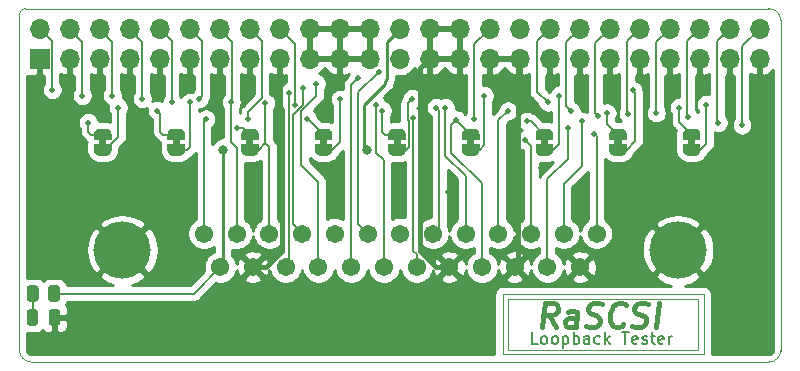
<source format=gbr>
%TF.GenerationSoftware,KiCad,Pcbnew,(5.1.9-16-g1737927814)-1*%
%TF.CreationDate,2021-06-02T15:54:43-05:00*%
%TF.ProjectId,loopback_tester,6c6f6f70-6261-4636-9b5f-746573746572,rev?*%
%TF.SameCoordinates,PX59d60c0PY325aa00*%
%TF.FileFunction,Copper,L1,Top*%
%TF.FilePolarity,Positive*%
%FSLAX46Y46*%
G04 Gerber Fmt 4.6, Leading zero omitted, Abs format (unit mm)*
G04 Created by KiCad (PCBNEW (5.1.9-16-g1737927814)-1) date 2021-06-02 15:54:43*
%MOMM*%
%LPD*%
G01*
G04 APERTURE LIST*
%TA.AperFunction,Profile*%
%ADD10C,0.050000*%
%TD*%
%TA.AperFunction,NonConductor*%
%ADD11C,0.400000*%
%TD*%
%TA.AperFunction,NonConductor*%
%ADD12C,0.150000*%
%TD*%
%TA.AperFunction,NonConductor*%
%ADD13C,0.120000*%
%TD*%
%TA.AperFunction,EtchedComponent*%
%ADD14C,0.150000*%
%TD*%
%TA.AperFunction,ComponentPad*%
%ADD15O,1.700000X1.700000*%
%TD*%
%TA.AperFunction,ComponentPad*%
%ADD16R,1.700000X1.700000*%
%TD*%
%TA.AperFunction,ComponentPad*%
%ADD17C,4.845000*%
%TD*%
%TA.AperFunction,ComponentPad*%
%ADD18C,1.545000*%
%TD*%
%TA.AperFunction,SMDPad,CuDef*%
%ADD19C,0.150000*%
%TD*%
%TA.AperFunction,ViaPad*%
%ADD20C,0.500000*%
%TD*%
%TA.AperFunction,ViaPad*%
%ADD21C,0.800000*%
%TD*%
%TA.AperFunction,Conductor*%
%ADD22C,0.400000*%
%TD*%
%TA.AperFunction,Conductor*%
%ADD23C,0.150000*%
%TD*%
%TA.AperFunction,Conductor*%
%ADD24C,0.250000*%
%TD*%
%TA.AperFunction,Conductor*%
%ADD25C,0.254000*%
%TD*%
G04 APERTURE END LIST*
D10*
X144052000Y-45696000D02*
G75*
G03*
X145012000Y-44736000I0J960000D01*
G01*
D11*
X125953238Y-42719761D02*
X125405619Y-41767380D01*
X124810380Y-42719761D02*
X125060380Y-40719761D01*
X125822285Y-40719761D01*
X126000857Y-40815000D01*
X126084190Y-40910238D01*
X126155619Y-41100714D01*
X126119904Y-41386428D01*
X126000857Y-41576904D01*
X125893714Y-41672142D01*
X125691333Y-41767380D01*
X124929428Y-41767380D01*
X127667523Y-42719761D02*
X127798476Y-41672142D01*
X127727047Y-41481666D01*
X127548476Y-41386428D01*
X127167523Y-41386428D01*
X126965142Y-41481666D01*
X127679428Y-42624523D02*
X127477047Y-42719761D01*
X127000857Y-42719761D01*
X126822285Y-42624523D01*
X126750857Y-42434047D01*
X126774666Y-42243571D01*
X126893714Y-42053095D01*
X127096095Y-41957857D01*
X127572285Y-41957857D01*
X127774666Y-41862619D01*
X128536571Y-42624523D02*
X128810380Y-42719761D01*
X129286571Y-42719761D01*
X129488952Y-42624523D01*
X129596095Y-42529285D01*
X129715142Y-42338809D01*
X129738952Y-42148333D01*
X129667523Y-41957857D01*
X129584190Y-41862619D01*
X129405619Y-41767380D01*
X129036571Y-41672142D01*
X128858000Y-41576904D01*
X128774666Y-41481666D01*
X128703238Y-41291190D01*
X128727047Y-41100714D01*
X128846095Y-40910238D01*
X128953238Y-40815000D01*
X129155619Y-40719761D01*
X129631809Y-40719761D01*
X129905619Y-40815000D01*
X131691333Y-42529285D02*
X131584190Y-42624523D01*
X131286571Y-42719761D01*
X131096095Y-42719761D01*
X130822285Y-42624523D01*
X130655619Y-42434047D01*
X130584190Y-42243571D01*
X130536571Y-41862619D01*
X130572285Y-41576904D01*
X130715142Y-41195952D01*
X130834190Y-41005476D01*
X131048476Y-40815000D01*
X131346095Y-40719761D01*
X131536571Y-40719761D01*
X131810380Y-40815000D01*
X131893714Y-40910238D01*
X132441333Y-42624523D02*
X132715142Y-42719761D01*
X133191333Y-42719761D01*
X133393714Y-42624523D01*
X133500857Y-42529285D01*
X133619904Y-42338809D01*
X133643714Y-42148333D01*
X133572285Y-41957857D01*
X133488952Y-41862619D01*
X133310380Y-41767380D01*
X132941333Y-41672142D01*
X132762761Y-41576904D01*
X132679428Y-41481666D01*
X132608000Y-41291190D01*
X132631809Y-41100714D01*
X132750857Y-40910238D01*
X132858000Y-40815000D01*
X133060380Y-40719761D01*
X133536571Y-40719761D01*
X133810380Y-40815000D01*
X134429428Y-42719761D02*
X134679428Y-40719761D01*
D12*
X124423238Y-44172380D02*
X123947047Y-44172380D01*
X123947047Y-43172380D01*
X124899428Y-44172380D02*
X124804190Y-44124761D01*
X124756571Y-44077142D01*
X124708952Y-43981904D01*
X124708952Y-43696190D01*
X124756571Y-43600952D01*
X124804190Y-43553333D01*
X124899428Y-43505714D01*
X125042285Y-43505714D01*
X125137523Y-43553333D01*
X125185142Y-43600952D01*
X125232761Y-43696190D01*
X125232761Y-43981904D01*
X125185142Y-44077142D01*
X125137523Y-44124761D01*
X125042285Y-44172380D01*
X124899428Y-44172380D01*
X125804190Y-44172380D02*
X125708952Y-44124761D01*
X125661333Y-44077142D01*
X125613714Y-43981904D01*
X125613714Y-43696190D01*
X125661333Y-43600952D01*
X125708952Y-43553333D01*
X125804190Y-43505714D01*
X125947047Y-43505714D01*
X126042285Y-43553333D01*
X126089904Y-43600952D01*
X126137523Y-43696190D01*
X126137523Y-43981904D01*
X126089904Y-44077142D01*
X126042285Y-44124761D01*
X125947047Y-44172380D01*
X125804190Y-44172380D01*
X126566095Y-43505714D02*
X126566095Y-44505714D01*
X126566095Y-43553333D02*
X126661333Y-43505714D01*
X126851809Y-43505714D01*
X126947047Y-43553333D01*
X126994666Y-43600952D01*
X127042285Y-43696190D01*
X127042285Y-43981904D01*
X126994666Y-44077142D01*
X126947047Y-44124761D01*
X126851809Y-44172380D01*
X126661333Y-44172380D01*
X126566095Y-44124761D01*
X127470857Y-44172380D02*
X127470857Y-43172380D01*
X127470857Y-43553333D02*
X127566095Y-43505714D01*
X127756571Y-43505714D01*
X127851809Y-43553333D01*
X127899428Y-43600952D01*
X127947047Y-43696190D01*
X127947047Y-43981904D01*
X127899428Y-44077142D01*
X127851809Y-44124761D01*
X127756571Y-44172380D01*
X127566095Y-44172380D01*
X127470857Y-44124761D01*
X128804190Y-44172380D02*
X128804190Y-43648571D01*
X128756571Y-43553333D01*
X128661333Y-43505714D01*
X128470857Y-43505714D01*
X128375619Y-43553333D01*
X128804190Y-44124761D02*
X128708952Y-44172380D01*
X128470857Y-44172380D01*
X128375619Y-44124761D01*
X128328000Y-44029523D01*
X128328000Y-43934285D01*
X128375619Y-43839047D01*
X128470857Y-43791428D01*
X128708952Y-43791428D01*
X128804190Y-43743809D01*
X129708952Y-44124761D02*
X129613714Y-44172380D01*
X129423238Y-44172380D01*
X129328000Y-44124761D01*
X129280380Y-44077142D01*
X129232761Y-43981904D01*
X129232761Y-43696190D01*
X129280380Y-43600952D01*
X129328000Y-43553333D01*
X129423238Y-43505714D01*
X129613714Y-43505714D01*
X129708952Y-43553333D01*
X130137523Y-44172380D02*
X130137523Y-43172380D01*
X130232761Y-43791428D02*
X130518476Y-44172380D01*
X130518476Y-43505714D02*
X130137523Y-43886666D01*
X131566095Y-43172380D02*
X132137523Y-43172380D01*
X131851809Y-44172380D02*
X131851809Y-43172380D01*
X132851809Y-44124761D02*
X132756571Y-44172380D01*
X132566095Y-44172380D01*
X132470857Y-44124761D01*
X132423238Y-44029523D01*
X132423238Y-43648571D01*
X132470857Y-43553333D01*
X132566095Y-43505714D01*
X132756571Y-43505714D01*
X132851809Y-43553333D01*
X132899428Y-43648571D01*
X132899428Y-43743809D01*
X132423238Y-43839047D01*
X133280380Y-44124761D02*
X133375619Y-44172380D01*
X133566095Y-44172380D01*
X133661333Y-44124761D01*
X133708952Y-44029523D01*
X133708952Y-43981904D01*
X133661333Y-43886666D01*
X133566095Y-43839047D01*
X133423238Y-43839047D01*
X133328000Y-43791428D01*
X133280380Y-43696190D01*
X133280380Y-43648571D01*
X133328000Y-43553333D01*
X133423238Y-43505714D01*
X133566095Y-43505714D01*
X133661333Y-43553333D01*
X133994666Y-43505714D02*
X134375619Y-43505714D01*
X134137523Y-43172380D02*
X134137523Y-44029523D01*
X134185142Y-44124761D01*
X134280380Y-44172380D01*
X134375619Y-44172380D01*
X135089904Y-44124761D02*
X134994666Y-44172380D01*
X134804190Y-44172380D01*
X134708952Y-44124761D01*
X134661333Y-44029523D01*
X134661333Y-43648571D01*
X134708952Y-43553333D01*
X134804190Y-43505714D01*
X134994666Y-43505714D01*
X135089904Y-43553333D01*
X135137523Y-43648571D01*
X135137523Y-43743809D01*
X134661333Y-43839047D01*
X135566095Y-44172380D02*
X135566095Y-43505714D01*
X135566095Y-43696190D02*
X135613714Y-43600952D01*
X135661333Y-43553333D01*
X135756571Y-43505714D01*
X135851809Y-43505714D01*
D13*
X137979500Y-44660000D02*
X137979500Y-40405500D01*
X121914000Y-44660000D02*
X137979500Y-44660000D01*
X137916000Y-40342000D02*
X121914000Y-40342000D01*
X138487500Y-39961000D02*
X138487500Y-45041000D01*
X121914000Y-40342000D02*
X121914000Y-44660000D01*
X121469500Y-45041000D02*
X138487500Y-45041000D01*
X121469500Y-45041000D02*
X121469500Y-39961000D01*
X121533000Y-39961000D02*
X138487500Y-39961000D01*
D10*
X81552000Y-45696000D02*
X144052000Y-45696000D01*
X81552000Y-45696800D02*
G75*
G02*
X80552000Y-44736000I0J1000800D01*
G01*
X80552000Y-16288000D02*
X80552000Y-44736000D01*
X145012000Y-16780000D02*
X145012000Y-44736000D01*
X81060000Y-15780000D02*
X144012000Y-15780000D01*
X80552000Y-16288000D02*
G75*
G02*
X81060000Y-15780000I508000J0D01*
G01*
X144012000Y-15780000D02*
G75*
G02*
X145012000Y-16780000I0J-1000000D01*
G01*
D14*
%TO.C,JP9*%
G36*
X87309100Y-26848000D02*
G01*
X87309100Y-27348000D01*
X87909100Y-27348000D01*
X87909100Y-26848000D01*
X87309100Y-26848000D01*
G37*
%TO.C,JP8*%
G36*
X93541599Y-26848000D02*
G01*
X93541599Y-27348000D01*
X94141599Y-27348000D01*
X94141599Y-26848000D01*
X93541599Y-26848000D01*
G37*
%TO.C,JP7*%
G36*
X99774098Y-26848000D02*
G01*
X99774098Y-27348000D01*
X100374098Y-27348000D01*
X100374098Y-26848000D01*
X99774098Y-26848000D01*
G37*
%TO.C,JP6*%
G36*
X106006597Y-26848000D02*
G01*
X106006597Y-27348000D01*
X106606597Y-27348000D01*
X106606597Y-26848000D01*
X106006597Y-26848000D01*
G37*
%TO.C,JP5*%
G36*
X112239096Y-26848000D02*
G01*
X112239096Y-27348000D01*
X112839096Y-27348000D01*
X112839096Y-26848000D01*
X112239096Y-26848000D01*
G37*
%TO.C,JP4*%
G36*
X118471595Y-26848000D02*
G01*
X118471595Y-27348000D01*
X119071595Y-27348000D01*
X119071595Y-26848000D01*
X118471595Y-26848000D01*
G37*
%TO.C,JP3*%
G36*
X124704094Y-26848000D02*
G01*
X124704094Y-27348000D01*
X125304094Y-27348000D01*
X125304094Y-26848000D01*
X124704094Y-26848000D01*
G37*
%TO.C,JP2*%
G36*
X130936593Y-26848000D02*
G01*
X130936593Y-27348000D01*
X131536593Y-27348000D01*
X131536593Y-26848000D01*
X130936593Y-26848000D01*
G37*
%TO.C,JP1*%
G36*
X137169099Y-26848000D02*
G01*
X137169099Y-27348000D01*
X137769099Y-27348000D01*
X137769099Y-26848000D01*
X137169099Y-26848000D01*
G37*
%TD*%
D15*
%TO.P,J2,50*%
%TO.N,C-I_O*%
X143226500Y-17494500D03*
%TO.P,J2,49*%
%TO.N,GND*%
X143226500Y-20034500D03*
%TO.P,J2,48*%
%TO.N,C-REQ*%
X140686500Y-17494500D03*
%TO.P,J2,47*%
%TO.N,GND*%
X140686500Y-20034500D03*
%TO.P,J2,46*%
%TO.N,C-C_D*%
X138146500Y-17494500D03*
%TO.P,J2,45*%
%TO.N,GND*%
X138146500Y-20034500D03*
%TO.P,J2,44*%
%TO.N,C-SEL*%
X135606500Y-17494500D03*
%TO.P,J2,43*%
%TO.N,GND*%
X135606500Y-20034500D03*
%TO.P,J2,42*%
%TO.N,C-MSG*%
X133066500Y-17494500D03*
%TO.P,J2,41*%
%TO.N,GND*%
X133066500Y-20034500D03*
%TO.P,J2,40*%
%TO.N,C-RST*%
X130526500Y-17494500D03*
%TO.P,J2,39*%
%TO.N,GND*%
X130526500Y-20034500D03*
%TO.P,J2,38*%
%TO.N,C-ACK*%
X127986500Y-17494500D03*
%TO.P,J2,37*%
%TO.N,GND*%
X127986500Y-20034500D03*
%TO.P,J2,36*%
%TO.N,C-BSY*%
X125446500Y-17494500D03*
%TO.P,J2,35*%
%TO.N,GND*%
X125446500Y-20034500D03*
%TO.P,J2,34*%
%TO.N,N/C*%
X122906500Y-17494500D03*
%TO.P,J2,33*%
%TO.N,GND*%
X122906500Y-20034500D03*
%TO.P,J2,32*%
%TO.N,C-ATN*%
X120366500Y-17494500D03*
%TO.P,J2,31*%
%TO.N,GND*%
X120366500Y-20034500D03*
%TO.P,J2,30*%
X117826500Y-17494500D03*
%TO.P,J2,29*%
X117826500Y-20034500D03*
%TO.P,J2,28*%
X115286500Y-17494500D03*
%TO.P,J2,27*%
X115286500Y-20034500D03*
%TO.P,J2,26*%
%TO.N,TERMPOW*%
X112746500Y-17494500D03*
%TO.P,J2,25*%
%TO.N,N/C*%
X112746500Y-20034500D03*
%TO.P,J2,24*%
%TO.N,GND*%
X110206500Y-17494500D03*
%TO.P,J2,23*%
X110206500Y-20034500D03*
%TO.P,J2,22*%
X107666500Y-17494500D03*
%TO.P,J2,21*%
X107666500Y-20034500D03*
%TO.P,J2,20*%
X105126500Y-17494500D03*
%TO.P,J2,19*%
X105126500Y-20034500D03*
%TO.P,J2,18*%
%TO.N,C-DP*%
X102586500Y-17494500D03*
%TO.P,J2,17*%
%TO.N,GND*%
X102586500Y-20034500D03*
%TO.P,J2,16*%
%TO.N,C-D7*%
X100046500Y-17494500D03*
%TO.P,J2,15*%
%TO.N,GND*%
X100046500Y-20034500D03*
%TO.P,J2,14*%
%TO.N,C-D6*%
X97506500Y-17494500D03*
%TO.P,J2,13*%
%TO.N,GND*%
X97506500Y-20034500D03*
%TO.P,J2,12*%
%TO.N,C-D5*%
X94966500Y-17494500D03*
%TO.P,J2,11*%
%TO.N,GND*%
X94966500Y-20034500D03*
%TO.P,J2,10*%
%TO.N,C-D4*%
X92426500Y-17494500D03*
%TO.P,J2,9*%
%TO.N,GND*%
X92426500Y-20034500D03*
%TO.P,J2,8*%
%TO.N,C-D3*%
X89886500Y-17494500D03*
%TO.P,J2,7*%
%TO.N,GND*%
X89886500Y-20034500D03*
%TO.P,J2,6*%
%TO.N,C-D2*%
X87346500Y-17494500D03*
%TO.P,J2,5*%
%TO.N,GND*%
X87346500Y-20034500D03*
%TO.P,J2,4*%
%TO.N,C-D1*%
X84806500Y-17494500D03*
%TO.P,J2,3*%
%TO.N,GND*%
X84806500Y-20034500D03*
%TO.P,J2,2*%
%TO.N,C-D0*%
X82266500Y-17494500D03*
D16*
%TO.P,J2,1*%
%TO.N,GND*%
X82266500Y-20034500D03*
%TD*%
D17*
%TO.P,J1,MH2*%
%TO.N,GND*%
X89281600Y-36250000D03*
%TO.P,J1,MH1*%
X136321600Y-36250000D03*
D18*
%TO.P,J1,25*%
%TO.N,TERMPOW*%
X97566600Y-37670000D03*
%TO.P,J1,24*%
%TO.N,GND*%
X100336600Y-37670000D03*
%TO.P,J1,23*%
%TO.N,C-D4*%
X103106600Y-37670000D03*
%TO.P,J1,22*%
%TO.N,C-D2*%
X105876600Y-37670000D03*
%TO.P,J1,21*%
%TO.N,C-D1*%
X108646600Y-37670000D03*
%TO.P,J1,20*%
%TO.N,C-DP*%
X111416600Y-37670000D03*
%TO.P,J1,19*%
%TO.N,C-SEL*%
X114186600Y-37670000D03*
%TO.P,J1,18*%
%TO.N,GND*%
X116956600Y-37670000D03*
%TO.P,J1,17*%
%TO.N,C-ATN*%
X119726600Y-37670000D03*
%TO.P,J1,16*%
%TO.N,GND*%
X122496600Y-37670000D03*
%TO.P,J1,15*%
%TO.N,C-C_D*%
X125266600Y-37670000D03*
%TO.P,J1,14*%
%TO.N,GND*%
X128036600Y-37670000D03*
%TO.P,J1,13*%
%TO.N,C-D7*%
X96181600Y-34830000D03*
%TO.P,J1,12*%
%TO.N,C-D6*%
X98951600Y-34830000D03*
%TO.P,J1,11*%
%TO.N,C-D5*%
X101721600Y-34830000D03*
%TO.P,J1,10*%
%TO.N,C-D3*%
X104491600Y-34830000D03*
%TO.P,J1,9*%
%TO.N,GND*%
X107261600Y-34830000D03*
%TO.P,J1,8*%
%TO.N,C-D0*%
X110031600Y-34830000D03*
%TO.P,J1,7*%
%TO.N,GND*%
X112801600Y-34830000D03*
%TO.P,J1,6*%
%TO.N,C-BSY*%
X115571600Y-34830000D03*
%TO.P,J1,5*%
%TO.N,C-ACK*%
X118341600Y-34830000D03*
%TO.P,J1,4*%
%TO.N,C-RST*%
X121111600Y-34830000D03*
%TO.P,J1,3*%
%TO.N,C-I_O*%
X123881600Y-34830000D03*
%TO.P,J1,2*%
%TO.N,C-MSG*%
X126651600Y-34830000D03*
%TO.P,J1,1*%
%TO.N,C-REQ*%
X129421600Y-34830000D03*
%TD*%
%TA.AperFunction,SMDPad,CuDef*%
D19*
%TO.P,JP9,1*%
%TO.N,C-D7*%
G36*
X88359100Y-27248000D02*
G01*
X88359100Y-27748000D01*
X88358498Y-27748000D01*
X88358498Y-27772534D01*
X88353688Y-27821365D01*
X88344116Y-27869490D01*
X88329872Y-27916445D01*
X88311095Y-27961778D01*
X88287964Y-28005051D01*
X88260704Y-28045850D01*
X88229576Y-28083779D01*
X88194879Y-28118476D01*
X88156950Y-28149604D01*
X88116151Y-28176864D01*
X88072878Y-28199995D01*
X88027545Y-28218772D01*
X87980590Y-28233016D01*
X87932465Y-28242588D01*
X87883634Y-28247398D01*
X87859100Y-28247398D01*
X87859100Y-28248000D01*
X87359100Y-28248000D01*
X87359100Y-28247398D01*
X87334566Y-28247398D01*
X87285735Y-28242588D01*
X87237610Y-28233016D01*
X87190655Y-28218772D01*
X87145322Y-28199995D01*
X87102049Y-28176864D01*
X87061250Y-28149604D01*
X87023321Y-28118476D01*
X86988624Y-28083779D01*
X86957496Y-28045850D01*
X86930236Y-28005051D01*
X86907105Y-27961778D01*
X86888328Y-27916445D01*
X86874084Y-27869490D01*
X86864512Y-27821365D01*
X86859702Y-27772534D01*
X86859702Y-27748000D01*
X86859100Y-27748000D01*
X86859100Y-27248000D01*
X88359100Y-27248000D01*
G37*
%TD.AperFunction*%
%TA.AperFunction,SMDPad,CuDef*%
%TO.P,JP9,2*%
%TO.N,C-REQ*%
G36*
X86859702Y-26448000D02*
G01*
X86859702Y-26423466D01*
X86864512Y-26374635D01*
X86874084Y-26326510D01*
X86888328Y-26279555D01*
X86907105Y-26234222D01*
X86930236Y-26190949D01*
X86957496Y-26150150D01*
X86988624Y-26112221D01*
X87023321Y-26077524D01*
X87061250Y-26046396D01*
X87102049Y-26019136D01*
X87145322Y-25996005D01*
X87190655Y-25977228D01*
X87237610Y-25962984D01*
X87285735Y-25953412D01*
X87334566Y-25948602D01*
X87359100Y-25948602D01*
X87359100Y-25948000D01*
X87859100Y-25948000D01*
X87859100Y-25948602D01*
X87883634Y-25948602D01*
X87932465Y-25953412D01*
X87980590Y-25962984D01*
X88027545Y-25977228D01*
X88072878Y-25996005D01*
X88116151Y-26019136D01*
X88156950Y-26046396D01*
X88194879Y-26077524D01*
X88229576Y-26112221D01*
X88260704Y-26150150D01*
X88287964Y-26190949D01*
X88311095Y-26234222D01*
X88329872Y-26279555D01*
X88344116Y-26326510D01*
X88353688Y-26374635D01*
X88358498Y-26423466D01*
X88358498Y-26448000D01*
X88359100Y-26448000D01*
X88359100Y-26948000D01*
X86859100Y-26948000D01*
X86859100Y-26448000D01*
X86859702Y-26448000D01*
G37*
%TD.AperFunction*%
%TD*%
%TA.AperFunction,SMDPad,CuDef*%
%TO.P,JP8,1*%
%TO.N,C-D6*%
G36*
X94591599Y-27248000D02*
G01*
X94591599Y-27748000D01*
X94590997Y-27748000D01*
X94590997Y-27772534D01*
X94586187Y-27821365D01*
X94576615Y-27869490D01*
X94562371Y-27916445D01*
X94543594Y-27961778D01*
X94520463Y-28005051D01*
X94493203Y-28045850D01*
X94462075Y-28083779D01*
X94427378Y-28118476D01*
X94389449Y-28149604D01*
X94348650Y-28176864D01*
X94305377Y-28199995D01*
X94260044Y-28218772D01*
X94213089Y-28233016D01*
X94164964Y-28242588D01*
X94116133Y-28247398D01*
X94091599Y-28247398D01*
X94091599Y-28248000D01*
X93591599Y-28248000D01*
X93591599Y-28247398D01*
X93567065Y-28247398D01*
X93518234Y-28242588D01*
X93470109Y-28233016D01*
X93423154Y-28218772D01*
X93377821Y-28199995D01*
X93334548Y-28176864D01*
X93293749Y-28149604D01*
X93255820Y-28118476D01*
X93221123Y-28083779D01*
X93189995Y-28045850D01*
X93162735Y-28005051D01*
X93139604Y-27961778D01*
X93120827Y-27916445D01*
X93106583Y-27869490D01*
X93097011Y-27821365D01*
X93092201Y-27772534D01*
X93092201Y-27748000D01*
X93091599Y-27748000D01*
X93091599Y-27248000D01*
X94591599Y-27248000D01*
G37*
%TD.AperFunction*%
%TA.AperFunction,SMDPad,CuDef*%
%TO.P,JP8,2*%
%TO.N,C-MSG*%
G36*
X93092201Y-26448000D02*
G01*
X93092201Y-26423466D01*
X93097011Y-26374635D01*
X93106583Y-26326510D01*
X93120827Y-26279555D01*
X93139604Y-26234222D01*
X93162735Y-26190949D01*
X93189995Y-26150150D01*
X93221123Y-26112221D01*
X93255820Y-26077524D01*
X93293749Y-26046396D01*
X93334548Y-26019136D01*
X93377821Y-25996005D01*
X93423154Y-25977228D01*
X93470109Y-25962984D01*
X93518234Y-25953412D01*
X93567065Y-25948602D01*
X93591599Y-25948602D01*
X93591599Y-25948000D01*
X94091599Y-25948000D01*
X94091599Y-25948602D01*
X94116133Y-25948602D01*
X94164964Y-25953412D01*
X94213089Y-25962984D01*
X94260044Y-25977228D01*
X94305377Y-25996005D01*
X94348650Y-26019136D01*
X94389449Y-26046396D01*
X94427378Y-26077524D01*
X94462075Y-26112221D01*
X94493203Y-26150150D01*
X94520463Y-26190949D01*
X94543594Y-26234222D01*
X94562371Y-26279555D01*
X94576615Y-26326510D01*
X94586187Y-26374635D01*
X94590997Y-26423466D01*
X94590997Y-26448000D01*
X94591599Y-26448000D01*
X94591599Y-26948000D01*
X93091599Y-26948000D01*
X93091599Y-26448000D01*
X93092201Y-26448000D01*
G37*
%TD.AperFunction*%
%TD*%
%TA.AperFunction,SMDPad,CuDef*%
%TO.P,JP7,1*%
%TO.N,C-D5*%
G36*
X100824098Y-27248000D02*
G01*
X100824098Y-27748000D01*
X100823496Y-27748000D01*
X100823496Y-27772534D01*
X100818686Y-27821365D01*
X100809114Y-27869490D01*
X100794870Y-27916445D01*
X100776093Y-27961778D01*
X100752962Y-28005051D01*
X100725702Y-28045850D01*
X100694574Y-28083779D01*
X100659877Y-28118476D01*
X100621948Y-28149604D01*
X100581149Y-28176864D01*
X100537876Y-28199995D01*
X100492543Y-28218772D01*
X100445588Y-28233016D01*
X100397463Y-28242588D01*
X100348632Y-28247398D01*
X100324098Y-28247398D01*
X100324098Y-28248000D01*
X99824098Y-28248000D01*
X99824098Y-28247398D01*
X99799564Y-28247398D01*
X99750733Y-28242588D01*
X99702608Y-28233016D01*
X99655653Y-28218772D01*
X99610320Y-28199995D01*
X99567047Y-28176864D01*
X99526248Y-28149604D01*
X99488319Y-28118476D01*
X99453622Y-28083779D01*
X99422494Y-28045850D01*
X99395234Y-28005051D01*
X99372103Y-27961778D01*
X99353326Y-27916445D01*
X99339082Y-27869490D01*
X99329510Y-27821365D01*
X99324700Y-27772534D01*
X99324700Y-27748000D01*
X99324098Y-27748000D01*
X99324098Y-27248000D01*
X100824098Y-27248000D01*
G37*
%TD.AperFunction*%
%TA.AperFunction,SMDPad,CuDef*%
%TO.P,JP7,2*%
%TO.N,C-I_O*%
G36*
X99324700Y-26448000D02*
G01*
X99324700Y-26423466D01*
X99329510Y-26374635D01*
X99339082Y-26326510D01*
X99353326Y-26279555D01*
X99372103Y-26234222D01*
X99395234Y-26190949D01*
X99422494Y-26150150D01*
X99453622Y-26112221D01*
X99488319Y-26077524D01*
X99526248Y-26046396D01*
X99567047Y-26019136D01*
X99610320Y-25996005D01*
X99655653Y-25977228D01*
X99702608Y-25962984D01*
X99750733Y-25953412D01*
X99799564Y-25948602D01*
X99824098Y-25948602D01*
X99824098Y-25948000D01*
X100324098Y-25948000D01*
X100324098Y-25948602D01*
X100348632Y-25948602D01*
X100397463Y-25953412D01*
X100445588Y-25962984D01*
X100492543Y-25977228D01*
X100537876Y-25996005D01*
X100581149Y-26019136D01*
X100621948Y-26046396D01*
X100659877Y-26077524D01*
X100694574Y-26112221D01*
X100725702Y-26150150D01*
X100752962Y-26190949D01*
X100776093Y-26234222D01*
X100794870Y-26279555D01*
X100809114Y-26326510D01*
X100818686Y-26374635D01*
X100823496Y-26423466D01*
X100823496Y-26448000D01*
X100824098Y-26448000D01*
X100824098Y-26948000D01*
X99324098Y-26948000D01*
X99324098Y-26448000D01*
X99324700Y-26448000D01*
G37*
%TD.AperFunction*%
%TD*%
%TA.AperFunction,SMDPad,CuDef*%
%TO.P,JP6,1*%
%TO.N,C-D4*%
G36*
X107056597Y-27248000D02*
G01*
X107056597Y-27748000D01*
X107055995Y-27748000D01*
X107055995Y-27772534D01*
X107051185Y-27821365D01*
X107041613Y-27869490D01*
X107027369Y-27916445D01*
X107008592Y-27961778D01*
X106985461Y-28005051D01*
X106958201Y-28045850D01*
X106927073Y-28083779D01*
X106892376Y-28118476D01*
X106854447Y-28149604D01*
X106813648Y-28176864D01*
X106770375Y-28199995D01*
X106725042Y-28218772D01*
X106678087Y-28233016D01*
X106629962Y-28242588D01*
X106581131Y-28247398D01*
X106556597Y-28247398D01*
X106556597Y-28248000D01*
X106056597Y-28248000D01*
X106056597Y-28247398D01*
X106032063Y-28247398D01*
X105983232Y-28242588D01*
X105935107Y-28233016D01*
X105888152Y-28218772D01*
X105842819Y-28199995D01*
X105799546Y-28176864D01*
X105758747Y-28149604D01*
X105720818Y-28118476D01*
X105686121Y-28083779D01*
X105654993Y-28045850D01*
X105627733Y-28005051D01*
X105604602Y-27961778D01*
X105585825Y-27916445D01*
X105571581Y-27869490D01*
X105562009Y-27821365D01*
X105557199Y-27772534D01*
X105557199Y-27748000D01*
X105556597Y-27748000D01*
X105556597Y-27248000D01*
X107056597Y-27248000D01*
G37*
%TD.AperFunction*%
%TA.AperFunction,SMDPad,CuDef*%
%TO.P,JP6,2*%
%TO.N,C-C_D*%
G36*
X105557199Y-26448000D02*
G01*
X105557199Y-26423466D01*
X105562009Y-26374635D01*
X105571581Y-26326510D01*
X105585825Y-26279555D01*
X105604602Y-26234222D01*
X105627733Y-26190949D01*
X105654993Y-26150150D01*
X105686121Y-26112221D01*
X105720818Y-26077524D01*
X105758747Y-26046396D01*
X105799546Y-26019136D01*
X105842819Y-25996005D01*
X105888152Y-25977228D01*
X105935107Y-25962984D01*
X105983232Y-25953412D01*
X106032063Y-25948602D01*
X106056597Y-25948602D01*
X106056597Y-25948000D01*
X106556597Y-25948000D01*
X106556597Y-25948602D01*
X106581131Y-25948602D01*
X106629962Y-25953412D01*
X106678087Y-25962984D01*
X106725042Y-25977228D01*
X106770375Y-25996005D01*
X106813648Y-26019136D01*
X106854447Y-26046396D01*
X106892376Y-26077524D01*
X106927073Y-26112221D01*
X106958201Y-26150150D01*
X106985461Y-26190949D01*
X107008592Y-26234222D01*
X107027369Y-26279555D01*
X107041613Y-26326510D01*
X107051185Y-26374635D01*
X107055995Y-26423466D01*
X107055995Y-26448000D01*
X107056597Y-26448000D01*
X107056597Y-26948000D01*
X105556597Y-26948000D01*
X105556597Y-26448000D01*
X105557199Y-26448000D01*
G37*
%TD.AperFunction*%
%TD*%
%TA.AperFunction,SMDPad,CuDef*%
%TO.P,JP5,1*%
%TO.N,C-D3*%
G36*
X113289096Y-27248000D02*
G01*
X113289096Y-27748000D01*
X113288494Y-27748000D01*
X113288494Y-27772534D01*
X113283684Y-27821365D01*
X113274112Y-27869490D01*
X113259868Y-27916445D01*
X113241091Y-27961778D01*
X113217960Y-28005051D01*
X113190700Y-28045850D01*
X113159572Y-28083779D01*
X113124875Y-28118476D01*
X113086946Y-28149604D01*
X113046147Y-28176864D01*
X113002874Y-28199995D01*
X112957541Y-28218772D01*
X112910586Y-28233016D01*
X112862461Y-28242588D01*
X112813630Y-28247398D01*
X112789096Y-28247398D01*
X112789096Y-28248000D01*
X112289096Y-28248000D01*
X112289096Y-28247398D01*
X112264562Y-28247398D01*
X112215731Y-28242588D01*
X112167606Y-28233016D01*
X112120651Y-28218772D01*
X112075318Y-28199995D01*
X112032045Y-28176864D01*
X111991246Y-28149604D01*
X111953317Y-28118476D01*
X111918620Y-28083779D01*
X111887492Y-28045850D01*
X111860232Y-28005051D01*
X111837101Y-27961778D01*
X111818324Y-27916445D01*
X111804080Y-27869490D01*
X111794508Y-27821365D01*
X111789698Y-27772534D01*
X111789698Y-27748000D01*
X111789096Y-27748000D01*
X111789096Y-27248000D01*
X113289096Y-27248000D01*
G37*
%TD.AperFunction*%
%TA.AperFunction,SMDPad,CuDef*%
%TO.P,JP5,2*%
%TO.N,C-RST*%
G36*
X111789698Y-26448000D02*
G01*
X111789698Y-26423466D01*
X111794508Y-26374635D01*
X111804080Y-26326510D01*
X111818324Y-26279555D01*
X111837101Y-26234222D01*
X111860232Y-26190949D01*
X111887492Y-26150150D01*
X111918620Y-26112221D01*
X111953317Y-26077524D01*
X111991246Y-26046396D01*
X112032045Y-26019136D01*
X112075318Y-25996005D01*
X112120651Y-25977228D01*
X112167606Y-25962984D01*
X112215731Y-25953412D01*
X112264562Y-25948602D01*
X112289096Y-25948602D01*
X112289096Y-25948000D01*
X112789096Y-25948000D01*
X112789096Y-25948602D01*
X112813630Y-25948602D01*
X112862461Y-25953412D01*
X112910586Y-25962984D01*
X112957541Y-25977228D01*
X113002874Y-25996005D01*
X113046147Y-26019136D01*
X113086946Y-26046396D01*
X113124875Y-26077524D01*
X113159572Y-26112221D01*
X113190700Y-26150150D01*
X113217960Y-26190949D01*
X113241091Y-26234222D01*
X113259868Y-26279555D01*
X113274112Y-26326510D01*
X113283684Y-26374635D01*
X113288494Y-26423466D01*
X113288494Y-26448000D01*
X113289096Y-26448000D01*
X113289096Y-26948000D01*
X111789096Y-26948000D01*
X111789096Y-26448000D01*
X111789698Y-26448000D01*
G37*
%TD.AperFunction*%
%TD*%
%TA.AperFunction,SMDPad,CuDef*%
%TO.P,JP4,1*%
%TO.N,C-D2*%
G36*
X119521595Y-27248000D02*
G01*
X119521595Y-27748000D01*
X119520993Y-27748000D01*
X119520993Y-27772534D01*
X119516183Y-27821365D01*
X119506611Y-27869490D01*
X119492367Y-27916445D01*
X119473590Y-27961778D01*
X119450459Y-28005051D01*
X119423199Y-28045850D01*
X119392071Y-28083779D01*
X119357374Y-28118476D01*
X119319445Y-28149604D01*
X119278646Y-28176864D01*
X119235373Y-28199995D01*
X119190040Y-28218772D01*
X119143085Y-28233016D01*
X119094960Y-28242588D01*
X119046129Y-28247398D01*
X119021595Y-28247398D01*
X119021595Y-28248000D01*
X118521595Y-28248000D01*
X118521595Y-28247398D01*
X118497061Y-28247398D01*
X118448230Y-28242588D01*
X118400105Y-28233016D01*
X118353150Y-28218772D01*
X118307817Y-28199995D01*
X118264544Y-28176864D01*
X118223745Y-28149604D01*
X118185816Y-28118476D01*
X118151119Y-28083779D01*
X118119991Y-28045850D01*
X118092731Y-28005051D01*
X118069600Y-27961778D01*
X118050823Y-27916445D01*
X118036579Y-27869490D01*
X118027007Y-27821365D01*
X118022197Y-27772534D01*
X118022197Y-27748000D01*
X118021595Y-27748000D01*
X118021595Y-27248000D01*
X119521595Y-27248000D01*
G37*
%TD.AperFunction*%
%TA.AperFunction,SMDPad,CuDef*%
%TO.P,JP4,2*%
%TO.N,C-ATN*%
G36*
X118022197Y-26448000D02*
G01*
X118022197Y-26423466D01*
X118027007Y-26374635D01*
X118036579Y-26326510D01*
X118050823Y-26279555D01*
X118069600Y-26234222D01*
X118092731Y-26190949D01*
X118119991Y-26150150D01*
X118151119Y-26112221D01*
X118185816Y-26077524D01*
X118223745Y-26046396D01*
X118264544Y-26019136D01*
X118307817Y-25996005D01*
X118353150Y-25977228D01*
X118400105Y-25962984D01*
X118448230Y-25953412D01*
X118497061Y-25948602D01*
X118521595Y-25948602D01*
X118521595Y-25948000D01*
X119021595Y-25948000D01*
X119021595Y-25948602D01*
X119046129Y-25948602D01*
X119094960Y-25953412D01*
X119143085Y-25962984D01*
X119190040Y-25977228D01*
X119235373Y-25996005D01*
X119278646Y-26019136D01*
X119319445Y-26046396D01*
X119357374Y-26077524D01*
X119392071Y-26112221D01*
X119423199Y-26150150D01*
X119450459Y-26190949D01*
X119473590Y-26234222D01*
X119492367Y-26279555D01*
X119506611Y-26326510D01*
X119516183Y-26374635D01*
X119520993Y-26423466D01*
X119520993Y-26448000D01*
X119521595Y-26448000D01*
X119521595Y-26948000D01*
X118021595Y-26948000D01*
X118021595Y-26448000D01*
X118022197Y-26448000D01*
G37*
%TD.AperFunction*%
%TD*%
%TA.AperFunction,SMDPad,CuDef*%
%TO.P,JP3,1*%
%TO.N,C-D1*%
G36*
X125754094Y-27248000D02*
G01*
X125754094Y-27748000D01*
X125753492Y-27748000D01*
X125753492Y-27772534D01*
X125748682Y-27821365D01*
X125739110Y-27869490D01*
X125724866Y-27916445D01*
X125706089Y-27961778D01*
X125682958Y-28005051D01*
X125655698Y-28045850D01*
X125624570Y-28083779D01*
X125589873Y-28118476D01*
X125551944Y-28149604D01*
X125511145Y-28176864D01*
X125467872Y-28199995D01*
X125422539Y-28218772D01*
X125375584Y-28233016D01*
X125327459Y-28242588D01*
X125278628Y-28247398D01*
X125254094Y-28247398D01*
X125254094Y-28248000D01*
X124754094Y-28248000D01*
X124754094Y-28247398D01*
X124729560Y-28247398D01*
X124680729Y-28242588D01*
X124632604Y-28233016D01*
X124585649Y-28218772D01*
X124540316Y-28199995D01*
X124497043Y-28176864D01*
X124456244Y-28149604D01*
X124418315Y-28118476D01*
X124383618Y-28083779D01*
X124352490Y-28045850D01*
X124325230Y-28005051D01*
X124302099Y-27961778D01*
X124283322Y-27916445D01*
X124269078Y-27869490D01*
X124259506Y-27821365D01*
X124254696Y-27772534D01*
X124254696Y-27748000D01*
X124254094Y-27748000D01*
X124254094Y-27248000D01*
X125754094Y-27248000D01*
G37*
%TD.AperFunction*%
%TA.AperFunction,SMDPad,CuDef*%
%TO.P,JP3,2*%
%TO.N,C-SEL*%
G36*
X124254696Y-26448000D02*
G01*
X124254696Y-26423466D01*
X124259506Y-26374635D01*
X124269078Y-26326510D01*
X124283322Y-26279555D01*
X124302099Y-26234222D01*
X124325230Y-26190949D01*
X124352490Y-26150150D01*
X124383618Y-26112221D01*
X124418315Y-26077524D01*
X124456244Y-26046396D01*
X124497043Y-26019136D01*
X124540316Y-25996005D01*
X124585649Y-25977228D01*
X124632604Y-25962984D01*
X124680729Y-25953412D01*
X124729560Y-25948602D01*
X124754094Y-25948602D01*
X124754094Y-25948000D01*
X125254094Y-25948000D01*
X125254094Y-25948602D01*
X125278628Y-25948602D01*
X125327459Y-25953412D01*
X125375584Y-25962984D01*
X125422539Y-25977228D01*
X125467872Y-25996005D01*
X125511145Y-26019136D01*
X125551944Y-26046396D01*
X125589873Y-26077524D01*
X125624570Y-26112221D01*
X125655698Y-26150150D01*
X125682958Y-26190949D01*
X125706089Y-26234222D01*
X125724866Y-26279555D01*
X125739110Y-26326510D01*
X125748682Y-26374635D01*
X125753492Y-26423466D01*
X125753492Y-26448000D01*
X125754094Y-26448000D01*
X125754094Y-26948000D01*
X124254094Y-26948000D01*
X124254094Y-26448000D01*
X124254696Y-26448000D01*
G37*
%TD.AperFunction*%
%TD*%
%TA.AperFunction,SMDPad,CuDef*%
%TO.P,JP2,1*%
%TO.N,C-D0*%
G36*
X131986593Y-27248000D02*
G01*
X131986593Y-27748000D01*
X131985991Y-27748000D01*
X131985991Y-27772534D01*
X131981181Y-27821365D01*
X131971609Y-27869490D01*
X131957365Y-27916445D01*
X131938588Y-27961778D01*
X131915457Y-28005051D01*
X131888197Y-28045850D01*
X131857069Y-28083779D01*
X131822372Y-28118476D01*
X131784443Y-28149604D01*
X131743644Y-28176864D01*
X131700371Y-28199995D01*
X131655038Y-28218772D01*
X131608083Y-28233016D01*
X131559958Y-28242588D01*
X131511127Y-28247398D01*
X131486593Y-28247398D01*
X131486593Y-28248000D01*
X130986593Y-28248000D01*
X130986593Y-28247398D01*
X130962059Y-28247398D01*
X130913228Y-28242588D01*
X130865103Y-28233016D01*
X130818148Y-28218772D01*
X130772815Y-28199995D01*
X130729542Y-28176864D01*
X130688743Y-28149604D01*
X130650814Y-28118476D01*
X130616117Y-28083779D01*
X130584989Y-28045850D01*
X130557729Y-28005051D01*
X130534598Y-27961778D01*
X130515821Y-27916445D01*
X130501577Y-27869490D01*
X130492005Y-27821365D01*
X130487195Y-27772534D01*
X130487195Y-27748000D01*
X130486593Y-27748000D01*
X130486593Y-27248000D01*
X131986593Y-27248000D01*
G37*
%TD.AperFunction*%
%TA.AperFunction,SMDPad,CuDef*%
%TO.P,JP2,2*%
%TO.N,C-ACK*%
G36*
X130487195Y-26448000D02*
G01*
X130487195Y-26423466D01*
X130492005Y-26374635D01*
X130501577Y-26326510D01*
X130515821Y-26279555D01*
X130534598Y-26234222D01*
X130557729Y-26190949D01*
X130584989Y-26150150D01*
X130616117Y-26112221D01*
X130650814Y-26077524D01*
X130688743Y-26046396D01*
X130729542Y-26019136D01*
X130772815Y-25996005D01*
X130818148Y-25977228D01*
X130865103Y-25962984D01*
X130913228Y-25953412D01*
X130962059Y-25948602D01*
X130986593Y-25948602D01*
X130986593Y-25948000D01*
X131486593Y-25948000D01*
X131486593Y-25948602D01*
X131511127Y-25948602D01*
X131559958Y-25953412D01*
X131608083Y-25962984D01*
X131655038Y-25977228D01*
X131700371Y-25996005D01*
X131743644Y-26019136D01*
X131784443Y-26046396D01*
X131822372Y-26077524D01*
X131857069Y-26112221D01*
X131888197Y-26150150D01*
X131915457Y-26190949D01*
X131938588Y-26234222D01*
X131957365Y-26279555D01*
X131971609Y-26326510D01*
X131981181Y-26374635D01*
X131985991Y-26423466D01*
X131985991Y-26448000D01*
X131986593Y-26448000D01*
X131986593Y-26948000D01*
X130486593Y-26948000D01*
X130486593Y-26448000D01*
X130487195Y-26448000D01*
G37*
%TD.AperFunction*%
%TD*%
%TA.AperFunction,SMDPad,CuDef*%
%TO.P,JP1,1*%
%TO.N,C-DP*%
G36*
X138219099Y-27248000D02*
G01*
X138219099Y-27748000D01*
X138218497Y-27748000D01*
X138218497Y-27772534D01*
X138213687Y-27821365D01*
X138204115Y-27869490D01*
X138189871Y-27916445D01*
X138171094Y-27961778D01*
X138147963Y-28005051D01*
X138120703Y-28045850D01*
X138089575Y-28083779D01*
X138054878Y-28118476D01*
X138016949Y-28149604D01*
X137976150Y-28176864D01*
X137932877Y-28199995D01*
X137887544Y-28218772D01*
X137840589Y-28233016D01*
X137792464Y-28242588D01*
X137743633Y-28247398D01*
X137719099Y-28247398D01*
X137719099Y-28248000D01*
X137219099Y-28248000D01*
X137219099Y-28247398D01*
X137194565Y-28247398D01*
X137145734Y-28242588D01*
X137097609Y-28233016D01*
X137050654Y-28218772D01*
X137005321Y-28199995D01*
X136962048Y-28176864D01*
X136921249Y-28149604D01*
X136883320Y-28118476D01*
X136848623Y-28083779D01*
X136817495Y-28045850D01*
X136790235Y-28005051D01*
X136767104Y-27961778D01*
X136748327Y-27916445D01*
X136734083Y-27869490D01*
X136724511Y-27821365D01*
X136719701Y-27772534D01*
X136719701Y-27748000D01*
X136719099Y-27748000D01*
X136719099Y-27248000D01*
X138219099Y-27248000D01*
G37*
%TD.AperFunction*%
%TA.AperFunction,SMDPad,CuDef*%
%TO.P,JP1,2*%
%TO.N,C-BSY*%
G36*
X136719701Y-26448000D02*
G01*
X136719701Y-26423466D01*
X136724511Y-26374635D01*
X136734083Y-26326510D01*
X136748327Y-26279555D01*
X136767104Y-26234222D01*
X136790235Y-26190949D01*
X136817495Y-26150150D01*
X136848623Y-26112221D01*
X136883320Y-26077524D01*
X136921249Y-26046396D01*
X136962048Y-26019136D01*
X137005321Y-25996005D01*
X137050654Y-25977228D01*
X137097609Y-25962984D01*
X137145734Y-25953412D01*
X137194565Y-25948602D01*
X137219099Y-25948602D01*
X137219099Y-25948000D01*
X137719099Y-25948000D01*
X137719099Y-25948602D01*
X137743633Y-25948602D01*
X137792464Y-25953412D01*
X137840589Y-25962984D01*
X137887544Y-25977228D01*
X137932877Y-25996005D01*
X137976150Y-26019136D01*
X138016949Y-26046396D01*
X138054878Y-26077524D01*
X138089575Y-26112221D01*
X138120703Y-26150150D01*
X138147963Y-26190949D01*
X138171094Y-26234222D01*
X138189871Y-26279555D01*
X138204115Y-26326510D01*
X138213687Y-26374635D01*
X138218497Y-26423466D01*
X138218497Y-26448000D01*
X138219099Y-26448000D01*
X138219099Y-26948000D01*
X136719099Y-26948000D01*
X136719099Y-26448000D01*
X136719701Y-26448000D01*
G37*
%TD.AperFunction*%
%TD*%
%TO.P,R1,2*%
%TO.N,Net-(D1-Pad2)*%
%TA.AperFunction,SMDPad,CuDef*%
G36*
G01*
X82184000Y-39459999D02*
X82184000Y-40360001D01*
G75*
G02*
X81934001Y-40610000I-249999J0D01*
G01*
X81408999Y-40610000D01*
G75*
G02*
X81159000Y-40360001I0J249999D01*
G01*
X81159000Y-39459999D01*
G75*
G02*
X81408999Y-39210000I249999J0D01*
G01*
X81934001Y-39210000D01*
G75*
G02*
X82184000Y-39459999I0J-249999D01*
G01*
G37*
%TD.AperFunction*%
%TO.P,R1,1*%
%TO.N,TERMPOW*%
%TA.AperFunction,SMDPad,CuDef*%
G36*
G01*
X84009000Y-39459999D02*
X84009000Y-40360001D01*
G75*
G02*
X83759001Y-40610000I-249999J0D01*
G01*
X83233999Y-40610000D01*
G75*
G02*
X82984000Y-40360001I0J249999D01*
G01*
X82984000Y-39459999D01*
G75*
G02*
X83233999Y-39210000I249999J0D01*
G01*
X83759001Y-39210000D01*
G75*
G02*
X84009000Y-39459999I0J-249999D01*
G01*
G37*
%TD.AperFunction*%
%TD*%
%TO.P,D1,2*%
%TO.N,Net-(D1-Pad2)*%
%TA.AperFunction,SMDPad,CuDef*%
G36*
G01*
X82134000Y-41485750D02*
X82134000Y-42398250D01*
G75*
G02*
X81890250Y-42642000I-243750J0D01*
G01*
X81402750Y-42642000D01*
G75*
G02*
X81159000Y-42398250I0J243750D01*
G01*
X81159000Y-41485750D01*
G75*
G02*
X81402750Y-41242000I243750J0D01*
G01*
X81890250Y-41242000D01*
G75*
G02*
X82134000Y-41485750I0J-243750D01*
G01*
G37*
%TD.AperFunction*%
%TO.P,D1,1*%
%TO.N,GND*%
%TA.AperFunction,SMDPad,CuDef*%
G36*
G01*
X84009000Y-41485750D02*
X84009000Y-42398250D01*
G75*
G02*
X83765250Y-42642000I-243750J0D01*
G01*
X83277750Y-42642000D01*
G75*
G02*
X83034000Y-42398250I0J243750D01*
G01*
X83034000Y-41485750D01*
G75*
G02*
X83277750Y-41242000I243750J0D01*
G01*
X83765250Y-41242000D01*
G75*
G02*
X84009000Y-41485750I0J-243750D01*
G01*
G37*
%TD.AperFunction*%
%TD*%
D20*
%TO.N,GND*%
X116874000Y-31274000D03*
X112810000Y-31528000D03*
X106968000Y-29750000D03*
X100110000Y-30258000D03*
X128304000Y-31782000D03*
X124748000Y-29242000D03*
%TO.N,C-BSY*%
X136432000Y-24162000D03*
X115858000Y-24162000D03*
X125286242Y-23709990D03*
%TO.N,C-ACK*%
X130318290Y-24614010D03*
X116620000Y-24162000D03*
X127270290Y-24455392D03*
%TO.N,C-ATN*%
X119064700Y-25168032D03*
X117551544Y-25184410D03*
%TO.N,C-D1*%
X85886000Y-23146000D03*
X126272000Y-23146000D03*
X109254000Y-21622000D03*
%TO.N,C-D3*%
X90966000Y-23400000D03*
X113826000Y-23400000D03*
X104537024Y-22528976D03*
%TO.N,C-D5*%
X95791699Y-23432979D03*
X101391462Y-23780570D03*
%TO.N,C-D6*%
X95030000Y-23709990D03*
X98495096Y-23709990D03*
%TO.N,C-D7*%
X88934000Y-24162000D03*
X99928546Y-25122010D03*
X96355990Y-25122010D03*
%TO.N,C-C_D*%
X137194000Y-24924000D03*
X104943610Y-25122010D03*
X127007423Y-25913423D03*
D21*
%TO.N,TERMPOW*%
X110016000Y-27718000D03*
X97824000Y-27718000D03*
D20*
%TO.N,C-I_O*%
X141738501Y-25658501D03*
X98947106Y-25884010D03*
X123359109Y-26937127D03*
%TO.N,C-REQ*%
X139734000Y-25432000D03*
X86394000Y-25432000D03*
X129237424Y-26365424D03*
%TO.N,C-SEL*%
X134490904Y-24614010D03*
X123510467Y-25327979D03*
X113895089Y-25020436D03*
%TO.N,C-MSG*%
X132114000Y-24670000D03*
X92236000Y-24416000D03*
X128215022Y-25343022D03*
%TO.N,C-RST*%
X111286000Y-24416000D03*
X129572471Y-24891021D03*
X121930989Y-24439011D03*
%TO.N,C-DP*%
X138718000Y-23908000D03*
X110778000Y-23908000D03*
X103850121Y-23977038D03*
%TO.N,C-D4*%
X93478501Y-23681499D03*
X107729699Y-23455063D03*
X103398111Y-22892000D03*
%TO.N,C-D2*%
X88426000Y-23146000D03*
X119922000Y-23146000D03*
X105698000Y-22130000D03*
%TO.N,C-D0*%
X83346000Y-22638000D03*
X132466509Y-22664520D03*
X110976001Y-21169999D03*
%TD*%
D22*
%TO.N,GND*%
X122782099Y-37384501D02*
X122496600Y-37670000D01*
X122782099Y-20158901D02*
X122782099Y-37384501D01*
X122906500Y-20034500D02*
X122782099Y-20158901D01*
X114472099Y-36277978D02*
X114472099Y-20848901D01*
X115864121Y-37670000D02*
X114472099Y-36277978D01*
X116956600Y-37670000D02*
X115864121Y-37670000D01*
X114472099Y-20848901D02*
X115286500Y-20034500D01*
X101429079Y-37670000D02*
X102821101Y-36277978D01*
X102821101Y-24393629D02*
X102586500Y-24159028D01*
X102821101Y-36277978D02*
X102821101Y-24393629D01*
X102586500Y-24159028D02*
X102586500Y-20034500D01*
X100336600Y-37670000D02*
X101429079Y-37670000D01*
D23*
%TO.N,C-BSY*%
X136432000Y-25410901D02*
X137469099Y-26448000D01*
X136432000Y-24162000D02*
X136432000Y-25410901D01*
X124394499Y-18546501D02*
X124394499Y-22818247D01*
X125446500Y-17494500D02*
X124394499Y-18546501D01*
X124394499Y-22818247D02*
X125286242Y-23709990D01*
X116107999Y-34293601D02*
X116107999Y-24411999D01*
X115571600Y-34830000D02*
X116107999Y-34293601D01*
X116107999Y-24411999D02*
X115858000Y-24162000D01*
%TO.N,C-ACK*%
X130318290Y-25529697D02*
X130318290Y-24614010D01*
X131236593Y-26448000D02*
X130318290Y-25529697D01*
X118341600Y-34830000D02*
X118341600Y-29947600D01*
X118341600Y-29947600D02*
X116620000Y-28226000D01*
X116620000Y-28226000D02*
X116620000Y-24162000D01*
X127986500Y-17494500D02*
X126849621Y-18631379D01*
X126849621Y-18631379D02*
X126849621Y-24034723D01*
X126849621Y-24034723D02*
X127270290Y-24455392D01*
%TO.N,C-ATN*%
X119064700Y-18796300D02*
X119064700Y-25168032D01*
X120366500Y-17494500D02*
X119064700Y-18796300D01*
X117551544Y-25227949D02*
X117551544Y-25184410D01*
X118771595Y-26448000D02*
X117551544Y-25227949D01*
X119726600Y-37670000D02*
X119726600Y-30570600D01*
X119726600Y-30570600D02*
X117128000Y-27972000D01*
X117128000Y-25607954D02*
X117551544Y-25184410D01*
X117128000Y-27972000D02*
X117128000Y-25607954D01*
%TO.N,C-D1*%
X85886000Y-18574000D02*
X85886000Y-23146000D01*
X84806500Y-17494500D02*
X85886000Y-18574000D01*
X126272000Y-27227686D02*
X126272000Y-23146000D01*
X125751686Y-27748000D02*
X126272000Y-27227686D01*
X125004094Y-27748000D02*
X125751686Y-27748000D01*
X108646600Y-22229400D02*
X109254000Y-21622000D01*
X108646600Y-37670000D02*
X108646600Y-22229400D01*
%TO.N,C-D3*%
X90966000Y-18574000D02*
X90966000Y-23400000D01*
X89886500Y-17494500D02*
X90966000Y-18574000D01*
X113286688Y-27748000D02*
X113510787Y-27523901D01*
X113443087Y-25237398D02*
X113443087Y-23782913D01*
X112539096Y-27748000D02*
X113286688Y-27748000D01*
X113510787Y-25305098D02*
X113443087Y-25237398D01*
X113510787Y-27523901D02*
X113510787Y-25305098D01*
X113443087Y-23782913D02*
X113826000Y-23400000D01*
X104537024Y-23955723D02*
X104537024Y-22528976D01*
X103719101Y-24773646D02*
X104537024Y-23955723D01*
X103719101Y-34057501D02*
X103719101Y-24773646D01*
X104491600Y-34830000D02*
X103719101Y-34057501D01*
%TO.N,C-D5*%
X96041999Y-23182679D02*
X95791699Y-23432979D01*
X94966500Y-17494500D02*
X96041999Y-18569999D01*
X96041999Y-18569999D02*
X96041999Y-23182679D01*
X100821690Y-27748000D02*
X101391462Y-27178228D01*
X101391462Y-27178228D02*
X101391462Y-23780570D01*
X100074098Y-27748000D02*
X100821690Y-27748000D01*
X101721600Y-27508366D02*
X101391462Y-27178228D01*
X101721600Y-34830000D02*
X101721600Y-27508366D01*
%TO.N,C-D6*%
X94746000Y-27748000D02*
X95030000Y-27464000D01*
X97506500Y-17494500D02*
X98586000Y-18574000D01*
X95030000Y-27464000D02*
X95030000Y-23709990D01*
X93841599Y-27748000D02*
X94746000Y-27748000D01*
X98586000Y-23619086D02*
X98495096Y-23709990D01*
X98586000Y-18574000D02*
X98586000Y-23619086D01*
X98951600Y-34830000D02*
X98951600Y-27575600D01*
X98495096Y-27119096D02*
X98495096Y-23709990D01*
X98951600Y-27575600D02*
X98495096Y-27119096D01*
%TO.N,C-D7*%
X87844786Y-27748000D02*
X87609100Y-27748000D01*
X88934000Y-26658786D02*
X87844786Y-27748000D01*
X88934000Y-24162000D02*
X88934000Y-26658786D01*
X100046500Y-17494500D02*
X101098501Y-18546501D01*
X101098501Y-18546501D02*
X101098501Y-23350278D01*
X101098501Y-23350278D02*
X99928546Y-24520233D01*
X99928546Y-24520233D02*
X99928546Y-25122010D01*
X96181600Y-25296400D02*
X96355990Y-25122010D01*
X96181600Y-34830000D02*
X96181600Y-25296400D01*
%TO.N,C-C_D*%
X137094499Y-24824499D02*
X137194000Y-24924000D01*
X137094499Y-18546501D02*
X137094499Y-24824499D01*
X138146500Y-17494500D02*
X137094499Y-18546501D01*
X106306597Y-26448000D02*
X104980607Y-25122010D01*
X104980607Y-25122010D02*
X104943610Y-25122010D01*
X125266600Y-37670000D02*
X125266600Y-30247400D01*
X127007423Y-28506577D02*
X127007423Y-25913423D01*
X125266600Y-30247400D02*
X127007423Y-28506577D01*
%TO.N,TERMPOW*%
X95326600Y-39910000D02*
X97566600Y-37670000D01*
X83496500Y-39910000D02*
X95326600Y-39910000D01*
D24*
X111644499Y-18596501D02*
X111644499Y-21771501D01*
X112746500Y-17494500D02*
X111644499Y-18596501D01*
X111537086Y-21878914D02*
X111537086Y-22132914D01*
X111644499Y-21771501D02*
X111537086Y-21878914D01*
X111537086Y-22132914D02*
X109762000Y-23908000D01*
X109762000Y-27464000D02*
X110016000Y-27718000D01*
X109762000Y-23908000D02*
X109762000Y-27464000D01*
X97824000Y-37412600D02*
X97566600Y-37670000D01*
X97824000Y-27718000D02*
X97824000Y-37412600D01*
D23*
%TO.N,Net-(D1-Pad2)*%
X81671500Y-41917000D02*
X81646500Y-41942000D01*
X81671500Y-39910000D02*
X81671500Y-41917000D01*
%TO.N,C-I_O*%
X141738501Y-18982499D02*
X141738501Y-25658501D01*
X143226500Y-17494500D02*
X141738501Y-18982499D01*
X100074098Y-26448000D02*
X99510108Y-25884010D01*
X99510108Y-25884010D02*
X98947106Y-25884010D01*
X123881600Y-34830000D02*
X123881600Y-27459618D01*
X123881600Y-27459618D02*
X123359109Y-26937127D01*
%TO.N,C-REQ*%
X139634499Y-25332499D02*
X139734000Y-25432000D01*
X140686500Y-17494500D02*
X139634499Y-18546501D01*
X139634499Y-18546501D02*
X139634499Y-25332499D01*
X86394000Y-25432000D02*
X86394000Y-26194000D01*
X86648000Y-26448000D02*
X87609100Y-26448000D01*
X86394000Y-26194000D02*
X86648000Y-26448000D01*
X129421600Y-34830000D02*
X129421600Y-26549600D01*
X129421600Y-26549600D02*
X129237424Y-26365424D01*
%TO.N,C-SEL*%
X135606500Y-17494500D02*
X134490904Y-18610096D01*
X134490904Y-18610096D02*
X134490904Y-24614010D01*
X123884073Y-25327979D02*
X123510467Y-25327979D01*
X125004094Y-26448000D02*
X123884073Y-25327979D01*
X114186600Y-36577521D02*
X113895089Y-36286010D01*
X114186600Y-37670000D02*
X114186600Y-36577521D01*
X113895089Y-36286010D02*
X113895089Y-25020436D01*
%TO.N,C-MSG*%
X133066500Y-17494500D02*
X132014499Y-18546501D01*
X132014499Y-18546501D02*
X132014499Y-24570499D01*
X132014499Y-24570499D02*
X132114000Y-24670000D01*
X92236000Y-24416000D02*
X92490000Y-24670000D01*
X92490000Y-24670000D02*
X92490000Y-26194000D01*
X92744000Y-26448000D02*
X93841599Y-26448000D01*
X92490000Y-26194000D02*
X92744000Y-26448000D01*
X126651600Y-34830000D02*
X126651600Y-30640400D01*
X128215022Y-29076978D02*
X128215022Y-25343022D01*
X126651600Y-30640400D02*
X128215022Y-29076978D01*
%TO.N,C-RST*%
X111286000Y-24416000D02*
X111286000Y-26194000D01*
X111540000Y-26448000D02*
X112539096Y-26448000D01*
X111286000Y-26194000D02*
X111540000Y-26448000D01*
X129322472Y-18698528D02*
X129322472Y-24641022D01*
X130526500Y-17494500D02*
X129322472Y-18698528D01*
X129322472Y-24641022D02*
X129572471Y-24891021D01*
X121111600Y-34830000D02*
X121111600Y-25258400D01*
X121111600Y-25258400D02*
X121930989Y-24439011D01*
%TO.N,C-DP*%
X138216691Y-27748000D02*
X137469099Y-27748000D01*
X138718000Y-27246691D02*
X138216691Y-27748000D01*
X138718000Y-23908000D02*
X138718000Y-27246691D01*
X111416600Y-37670000D02*
X111416600Y-28610600D01*
X111416600Y-28610600D02*
X110778000Y-27972000D01*
X110778000Y-27972000D02*
X110778000Y-23908000D01*
X102586500Y-17494500D02*
X103850121Y-18758121D01*
X103850121Y-18758121D02*
X103850121Y-23977038D01*
%TO.N,C-D4*%
X92426500Y-17494500D02*
X93478501Y-18546501D01*
X93478501Y-23880501D02*
X93478501Y-23681499D01*
X93478501Y-18546501D02*
X93478501Y-23681499D01*
X106306597Y-27748000D02*
X107054189Y-27748000D01*
X107729699Y-27072490D02*
X107729699Y-23455063D01*
X107054189Y-27748000D02*
X107729699Y-27072490D01*
X103106600Y-37670000D02*
X103223112Y-37553488D01*
X103398111Y-22892000D02*
X103398111Y-37378489D01*
X103398111Y-37378489D02*
X103106600Y-37670000D01*
%TO.N,C-D2*%
X87346500Y-17494500D02*
X88426000Y-18574000D01*
X88426000Y-18574000D02*
X88426000Y-23146000D01*
X119922000Y-27345187D02*
X119922000Y-23146000D01*
X119519187Y-27748000D02*
X119922000Y-27345187D01*
X118771595Y-27748000D02*
X119519187Y-27748000D01*
X105876600Y-30436600D02*
X104428000Y-28988000D01*
X105698000Y-23186499D02*
X105698000Y-22130000D01*
X104428000Y-28988000D02*
X104428000Y-24456499D01*
X104428000Y-24456499D02*
X105698000Y-23186499D01*
X105876600Y-37670000D02*
X105876600Y-30436600D01*
%TO.N,C-D0*%
X83318501Y-18546501D02*
X83318501Y-22610501D01*
X82266500Y-17494500D02*
X83318501Y-18546501D01*
X83318501Y-22610501D02*
X83346000Y-22638000D01*
X131984185Y-27748000D02*
X132716508Y-27015677D01*
X131236593Y-27748000D02*
X131984185Y-27748000D01*
X132716508Y-22914519D02*
X132466509Y-22664520D01*
X132716508Y-27015677D02*
X132716508Y-22914519D01*
X110031600Y-34830000D02*
X109259101Y-34057501D01*
X109259101Y-34057501D02*
X109259101Y-22886899D01*
X109259101Y-22886899D02*
X110976001Y-21169999D01*
%TD*%
D25*
%TO.N,GND*%
X133193500Y-19907500D02*
X133213500Y-19907500D01*
X133213500Y-20161500D01*
X133193500Y-20161500D01*
X133193500Y-21354655D01*
X133423390Y-21475976D01*
X133570599Y-21431325D01*
X133780904Y-21331155D01*
X133780905Y-24083641D01*
X133706627Y-24194805D01*
X133639914Y-24355865D01*
X133605904Y-24526845D01*
X133605904Y-24701175D01*
X133639914Y-24872155D01*
X133706627Y-25033215D01*
X133803480Y-25178165D01*
X133926749Y-25301434D01*
X134071699Y-25398287D01*
X134232759Y-25465000D01*
X134403739Y-25499010D01*
X134578069Y-25499010D01*
X134749049Y-25465000D01*
X134910109Y-25398287D01*
X135055059Y-25301434D01*
X135178328Y-25178165D01*
X135275181Y-25033215D01*
X135341894Y-24872155D01*
X135375904Y-24701175D01*
X135375904Y-24526845D01*
X135341894Y-24355865D01*
X135275181Y-24194805D01*
X135200904Y-24083642D01*
X135200904Y-21461203D01*
X135249610Y-21475976D01*
X135479500Y-21354655D01*
X135479500Y-20161500D01*
X135459500Y-20161500D01*
X135459500Y-19907500D01*
X135479500Y-19907500D01*
X135479500Y-19887500D01*
X135733500Y-19887500D01*
X135733500Y-19907500D01*
X135753500Y-19907500D01*
X135753500Y-20161500D01*
X135733500Y-20161500D01*
X135733500Y-21354655D01*
X135963390Y-21475976D01*
X136110599Y-21431325D01*
X136373420Y-21306141D01*
X136384499Y-21297877D01*
X136384500Y-23277000D01*
X136344835Y-23277000D01*
X136173855Y-23311010D01*
X136012795Y-23377723D01*
X135867845Y-23474576D01*
X135744576Y-23597845D01*
X135647723Y-23742795D01*
X135581010Y-23903855D01*
X135547000Y-24074835D01*
X135547000Y-24249165D01*
X135581010Y-24420145D01*
X135647723Y-24581205D01*
X135722000Y-24692368D01*
X135722001Y-25376017D01*
X135718565Y-25410901D01*
X135732274Y-25550085D01*
X135772872Y-25683920D01*
X135807270Y-25748273D01*
X135838801Y-25807264D01*
X135927526Y-25915376D01*
X135954616Y-25937609D01*
X136133569Y-26116561D01*
X136114817Y-26178377D01*
X136095695Y-26274510D01*
X136083435Y-26398991D01*
X136083435Y-26423550D01*
X136081027Y-26448000D01*
X136081027Y-26948000D01*
X136093287Y-27072482D01*
X136101028Y-27098000D01*
X136093287Y-27123518D01*
X136081027Y-27248000D01*
X136081027Y-27748000D01*
X136083435Y-27772450D01*
X136083435Y-27797009D01*
X136095695Y-27921490D01*
X136114817Y-28017623D01*
X136151126Y-28137319D01*
X136188635Y-28227875D01*
X136247601Y-28338192D01*
X136302057Y-28419691D01*
X136381409Y-28516382D01*
X136450717Y-28585690D01*
X136547408Y-28665042D01*
X136628907Y-28719498D01*
X136739224Y-28778464D01*
X136829780Y-28815973D01*
X136949476Y-28852282D01*
X137045609Y-28871404D01*
X137170090Y-28883664D01*
X137194649Y-28883664D01*
X137219099Y-28886072D01*
X137719099Y-28886072D01*
X137743549Y-28883664D01*
X137768108Y-28883664D01*
X137892589Y-28871404D01*
X137988722Y-28852282D01*
X138108418Y-28815973D01*
X138198974Y-28778464D01*
X138309291Y-28719498D01*
X138390790Y-28665042D01*
X138487481Y-28585690D01*
X138556789Y-28516382D01*
X138636141Y-28419691D01*
X138690597Y-28338192D01*
X138749563Y-28227875D01*
X138755683Y-28213099D01*
X139195384Y-27773399D01*
X139222475Y-27751166D01*
X139311200Y-27643054D01*
X139377128Y-27519711D01*
X139417727Y-27385875D01*
X139428000Y-27281568D01*
X139428000Y-27281566D01*
X139431435Y-27246691D01*
X139428000Y-27211816D01*
X139428000Y-26263168D01*
X139475855Y-26282990D01*
X139646835Y-26317000D01*
X139821165Y-26317000D01*
X139992145Y-26282990D01*
X140153205Y-26216277D01*
X140298155Y-26119424D01*
X140421424Y-25996155D01*
X140518277Y-25851205D01*
X140584990Y-25690145D01*
X140619000Y-25519165D01*
X140619000Y-25344835D01*
X140584990Y-25173855D01*
X140518277Y-25012795D01*
X140421424Y-24867845D01*
X140344499Y-24790920D01*
X140344499Y-21468119D01*
X140559500Y-21354655D01*
X140559500Y-20161500D01*
X140539500Y-20161500D01*
X140539500Y-19907500D01*
X140559500Y-19907500D01*
X140559500Y-19887500D01*
X140813500Y-19887500D01*
X140813500Y-19907500D01*
X140833500Y-19907500D01*
X140833500Y-20161500D01*
X140813500Y-20161500D01*
X140813500Y-21354655D01*
X141028501Y-21468119D01*
X141028502Y-25128132D01*
X140954224Y-25239296D01*
X140887511Y-25400356D01*
X140853501Y-25571336D01*
X140853501Y-25745666D01*
X140887511Y-25916646D01*
X140954224Y-26077706D01*
X141051077Y-26222656D01*
X141174346Y-26345925D01*
X141319296Y-26442778D01*
X141480356Y-26509491D01*
X141651336Y-26543501D01*
X141825666Y-26543501D01*
X141996646Y-26509491D01*
X142157706Y-26442778D01*
X142302656Y-26345925D01*
X142425925Y-26222656D01*
X142522778Y-26077706D01*
X142589491Y-25916646D01*
X142623501Y-25745666D01*
X142623501Y-25571336D01*
X142589491Y-25400356D01*
X142522778Y-25239296D01*
X142448501Y-25128133D01*
X142448501Y-21297877D01*
X142459580Y-21306141D01*
X142722401Y-21431325D01*
X142869610Y-21475976D01*
X143099500Y-21354655D01*
X143099500Y-20161500D01*
X143079500Y-20161500D01*
X143079500Y-19907500D01*
X143099500Y-19907500D01*
X143099500Y-19887500D01*
X143353500Y-19887500D01*
X143353500Y-19907500D01*
X143373500Y-19907500D01*
X143373500Y-20161500D01*
X143353500Y-20161500D01*
X143353500Y-21354655D01*
X143583390Y-21475976D01*
X143730599Y-21431325D01*
X143993420Y-21306141D01*
X144226769Y-21132088D01*
X144352000Y-20993156D01*
X144352001Y-44703712D01*
X144343182Y-44793653D01*
X144326437Y-44849116D01*
X144299239Y-44900268D01*
X144262627Y-44945159D01*
X144217987Y-44982088D01*
X144167026Y-45009642D01*
X144111688Y-45026772D01*
X144023895Y-45036000D01*
X139185370Y-45036000D01*
X139182500Y-45006865D01*
X139182500Y-39995135D01*
X139185862Y-39961000D01*
X139172443Y-39824756D01*
X139132702Y-39693748D01*
X139068167Y-39573011D01*
X138981317Y-39467183D01*
X138875489Y-39380333D01*
X138754752Y-39315798D01*
X138623744Y-39276057D01*
X138521635Y-39266000D01*
X138521634Y-39266000D01*
X138487500Y-39262638D01*
X138453365Y-39266000D01*
X136887552Y-39266000D01*
X136927238Y-39262008D01*
X137503214Y-39085980D01*
X138023161Y-38808062D01*
X138290026Y-38398031D01*
X136321600Y-36429605D01*
X134353174Y-38398031D01*
X134620039Y-38808062D01*
X135151787Y-39090867D01*
X135728491Y-39264500D01*
X135744052Y-39266000D01*
X121503635Y-39266000D01*
X121469500Y-39262638D01*
X121333257Y-39276057D01*
X121202249Y-39315798D01*
X121081512Y-39380333D01*
X120975684Y-39467183D01*
X120888834Y-39573011D01*
X120824299Y-39693748D01*
X120784558Y-39824756D01*
X120774501Y-39926865D01*
X120774500Y-45006865D01*
X120771630Y-45036000D01*
X81576119Y-45036000D01*
X81486420Y-45027205D01*
X81423336Y-45008159D01*
X81365155Y-44977223D01*
X81314091Y-44935576D01*
X81272088Y-44884804D01*
X81240747Y-44826840D01*
X81219637Y-44758645D01*
X81212000Y-44695951D01*
X81212000Y-43257451D01*
X81230715Y-43263128D01*
X81402750Y-43280072D01*
X81890250Y-43280072D01*
X82062285Y-43263128D01*
X82227709Y-43212947D01*
X82380164Y-43131458D01*
X82513792Y-43021792D01*
X82519008Y-43015436D01*
X82582815Y-43093185D01*
X82679506Y-43172537D01*
X82789820Y-43231502D01*
X82909518Y-43267812D01*
X83034000Y-43280072D01*
X83235750Y-43277000D01*
X83394500Y-43118250D01*
X83394500Y-42069000D01*
X83648500Y-42069000D01*
X83648500Y-43118250D01*
X83807250Y-43277000D01*
X84009000Y-43280072D01*
X84133482Y-43267812D01*
X84253180Y-43231502D01*
X84363494Y-43172537D01*
X84460185Y-43093185D01*
X84539537Y-42996494D01*
X84598502Y-42886180D01*
X84634812Y-42766482D01*
X84647072Y-42642000D01*
X84644000Y-42227750D01*
X84485250Y-42069000D01*
X83648500Y-42069000D01*
X83394500Y-42069000D01*
X83374500Y-42069000D01*
X83374500Y-41815000D01*
X83394500Y-41815000D01*
X83394500Y-41795000D01*
X83648500Y-41795000D01*
X83648500Y-41815000D01*
X84485250Y-41815000D01*
X84644000Y-41656250D01*
X84647072Y-41242000D01*
X84634812Y-41117518D01*
X84598502Y-40997820D01*
X84539537Y-40887506D01*
X84502979Y-40842959D01*
X84579472Y-40699851D01*
X84603694Y-40620000D01*
X95291725Y-40620000D01*
X95326600Y-40623435D01*
X95361475Y-40620000D01*
X95361477Y-40620000D01*
X95465784Y-40609727D01*
X95599620Y-40569128D01*
X95722963Y-40503200D01*
X95831075Y-40414475D01*
X95853312Y-40387379D01*
X97207122Y-39033570D01*
X97427973Y-39077500D01*
X97705227Y-39077500D01*
X97977153Y-39023410D01*
X98233301Y-38917310D01*
X98463829Y-38763276D01*
X98584041Y-38643064D01*
X99543141Y-38643064D01*
X99611393Y-38884227D01*
X99862211Y-39002377D01*
X100131260Y-39069324D01*
X100408200Y-39082496D01*
X100682388Y-39041387D01*
X100943288Y-38947576D01*
X101061807Y-38884227D01*
X101130059Y-38643064D01*
X100336600Y-37849605D01*
X99543141Y-38643064D01*
X98584041Y-38643064D01*
X98659876Y-38567229D01*
X98813910Y-38336701D01*
X98920010Y-38080553D01*
X98951322Y-37923138D01*
X98965213Y-38015788D01*
X99059024Y-38276688D01*
X99122373Y-38395207D01*
X99363536Y-38463459D01*
X100156995Y-37670000D01*
X99363536Y-36876541D01*
X99122373Y-36944793D01*
X99004223Y-37195611D01*
X98950366Y-37412054D01*
X98920010Y-37259447D01*
X98813910Y-37003299D01*
X98659876Y-36772771D01*
X98584041Y-36696936D01*
X99543141Y-36696936D01*
X100336600Y-37490395D01*
X101130059Y-36696936D01*
X101061807Y-36455773D01*
X100810989Y-36337623D01*
X100541940Y-36270676D01*
X100265000Y-36257504D01*
X99990812Y-36298613D01*
X99729912Y-36392424D01*
X99611393Y-36455773D01*
X99543141Y-36696936D01*
X98584041Y-36696936D01*
X98584000Y-36696895D01*
X98584000Y-36191954D01*
X98812973Y-36237500D01*
X99090227Y-36237500D01*
X99362153Y-36183410D01*
X99618301Y-36077310D01*
X99848829Y-35923276D01*
X100044876Y-35727229D01*
X100198910Y-35496701D01*
X100305010Y-35240553D01*
X100336600Y-35081741D01*
X100368190Y-35240553D01*
X100474290Y-35496701D01*
X100628324Y-35727229D01*
X100824371Y-35923276D01*
X101054899Y-36077310D01*
X101311047Y-36183410D01*
X101582973Y-36237500D01*
X101860227Y-36237500D01*
X102132153Y-36183410D01*
X102388301Y-36077310D01*
X102618829Y-35923276D01*
X102688112Y-35853993D01*
X102688112Y-36319877D01*
X102439899Y-36422690D01*
X102209371Y-36576724D01*
X102013324Y-36772771D01*
X101859290Y-37003299D01*
X101753190Y-37259447D01*
X101721878Y-37416862D01*
X101707987Y-37324212D01*
X101614176Y-37063312D01*
X101550827Y-36944793D01*
X101309664Y-36876541D01*
X100516205Y-37670000D01*
X101309664Y-38463459D01*
X101550827Y-38395207D01*
X101668977Y-38144389D01*
X101722834Y-37927946D01*
X101753190Y-38080553D01*
X101859290Y-38336701D01*
X102013324Y-38567229D01*
X102209371Y-38763276D01*
X102439899Y-38917310D01*
X102696047Y-39023410D01*
X102967973Y-39077500D01*
X103245227Y-39077500D01*
X103517153Y-39023410D01*
X103773301Y-38917310D01*
X104003829Y-38763276D01*
X104199876Y-38567229D01*
X104353910Y-38336701D01*
X104460010Y-38080553D01*
X104491600Y-37921741D01*
X104523190Y-38080553D01*
X104629290Y-38336701D01*
X104783324Y-38567229D01*
X104979371Y-38763276D01*
X105209899Y-38917310D01*
X105466047Y-39023410D01*
X105737973Y-39077500D01*
X106015227Y-39077500D01*
X106287153Y-39023410D01*
X106543301Y-38917310D01*
X106773829Y-38763276D01*
X106969876Y-38567229D01*
X107123910Y-38336701D01*
X107230010Y-38080553D01*
X107261600Y-37921741D01*
X107293190Y-38080553D01*
X107399290Y-38336701D01*
X107553324Y-38567229D01*
X107749371Y-38763276D01*
X107979899Y-38917310D01*
X108236047Y-39023410D01*
X108507973Y-39077500D01*
X108785227Y-39077500D01*
X109057153Y-39023410D01*
X109313301Y-38917310D01*
X109543829Y-38763276D01*
X109739876Y-38567229D01*
X109893910Y-38336701D01*
X110000010Y-38080553D01*
X110031600Y-37921741D01*
X110063190Y-38080553D01*
X110169290Y-38336701D01*
X110323324Y-38567229D01*
X110519371Y-38763276D01*
X110749899Y-38917310D01*
X111006047Y-39023410D01*
X111277973Y-39077500D01*
X111555227Y-39077500D01*
X111827153Y-39023410D01*
X112083301Y-38917310D01*
X112313829Y-38763276D01*
X112509876Y-38567229D01*
X112663910Y-38336701D01*
X112770010Y-38080553D01*
X112801600Y-37921741D01*
X112833190Y-38080553D01*
X112939290Y-38336701D01*
X113093324Y-38567229D01*
X113289371Y-38763276D01*
X113519899Y-38917310D01*
X113776047Y-39023410D01*
X114047973Y-39077500D01*
X114325227Y-39077500D01*
X114597153Y-39023410D01*
X114853301Y-38917310D01*
X115083829Y-38763276D01*
X115204041Y-38643064D01*
X116163141Y-38643064D01*
X116231393Y-38884227D01*
X116482211Y-39002377D01*
X116751260Y-39069324D01*
X117028200Y-39082496D01*
X117302388Y-39041387D01*
X117563288Y-38947576D01*
X117681807Y-38884227D01*
X117750059Y-38643064D01*
X116956600Y-37849605D01*
X116163141Y-38643064D01*
X115204041Y-38643064D01*
X115279876Y-38567229D01*
X115433910Y-38336701D01*
X115540010Y-38080553D01*
X115571322Y-37923138D01*
X115585213Y-38015788D01*
X115679024Y-38276688D01*
X115742373Y-38395207D01*
X115983536Y-38463459D01*
X116776995Y-37670000D01*
X115983536Y-36876541D01*
X115742373Y-36944793D01*
X115624223Y-37195611D01*
X115570366Y-37412054D01*
X115540010Y-37259447D01*
X115433910Y-37003299D01*
X115279876Y-36772771D01*
X115204041Y-36696936D01*
X116163141Y-36696936D01*
X116956600Y-37490395D01*
X117750059Y-36696936D01*
X117681807Y-36455773D01*
X117430989Y-36337623D01*
X117161940Y-36270676D01*
X116885000Y-36257504D01*
X116610812Y-36298613D01*
X116349912Y-36392424D01*
X116231393Y-36455773D01*
X116163141Y-36696936D01*
X115204041Y-36696936D01*
X115083829Y-36576724D01*
X114887004Y-36445210D01*
X114886327Y-36438337D01*
X114845728Y-36304501D01*
X114779800Y-36181158D01*
X114691075Y-36073046D01*
X114663974Y-36050805D01*
X114605089Y-35991920D01*
X114605089Y-35853994D01*
X114674371Y-35923276D01*
X114904899Y-36077310D01*
X115161047Y-36183410D01*
X115432973Y-36237500D01*
X115710227Y-36237500D01*
X115982153Y-36183410D01*
X116238301Y-36077310D01*
X116468829Y-35923276D01*
X116664876Y-35727229D01*
X116818910Y-35496701D01*
X116925010Y-35240553D01*
X116956600Y-35081741D01*
X116988190Y-35240553D01*
X117094290Y-35496701D01*
X117248324Y-35727229D01*
X117444371Y-35923276D01*
X117674899Y-36077310D01*
X117931047Y-36183410D01*
X118202973Y-36237500D01*
X118480227Y-36237500D01*
X118752153Y-36183410D01*
X119008301Y-36077310D01*
X119016600Y-36071765D01*
X119016600Y-36451621D01*
X118829371Y-36576724D01*
X118633324Y-36772771D01*
X118479290Y-37003299D01*
X118373190Y-37259447D01*
X118341878Y-37416862D01*
X118327987Y-37324212D01*
X118234176Y-37063312D01*
X118170827Y-36944793D01*
X117929664Y-36876541D01*
X117136205Y-37670000D01*
X117929664Y-38463459D01*
X118170827Y-38395207D01*
X118288977Y-38144389D01*
X118342834Y-37927946D01*
X118373190Y-38080553D01*
X118479290Y-38336701D01*
X118633324Y-38567229D01*
X118829371Y-38763276D01*
X119059899Y-38917310D01*
X119316047Y-39023410D01*
X119587973Y-39077500D01*
X119865227Y-39077500D01*
X120137153Y-39023410D01*
X120393301Y-38917310D01*
X120623829Y-38763276D01*
X120744041Y-38643064D01*
X121703141Y-38643064D01*
X121771393Y-38884227D01*
X122022211Y-39002377D01*
X122291260Y-39069324D01*
X122568200Y-39082496D01*
X122842388Y-39041387D01*
X123103288Y-38947576D01*
X123221807Y-38884227D01*
X123290059Y-38643064D01*
X122496600Y-37849605D01*
X121703141Y-38643064D01*
X120744041Y-38643064D01*
X120819876Y-38567229D01*
X120973910Y-38336701D01*
X121080010Y-38080553D01*
X121111322Y-37923138D01*
X121125213Y-38015788D01*
X121219024Y-38276688D01*
X121282373Y-38395207D01*
X121523536Y-38463459D01*
X122316995Y-37670000D01*
X121523536Y-36876541D01*
X121282373Y-36944793D01*
X121164223Y-37195611D01*
X121110366Y-37412054D01*
X121080010Y-37259447D01*
X120973910Y-37003299D01*
X120819876Y-36772771D01*
X120744041Y-36696936D01*
X121703141Y-36696936D01*
X122496600Y-37490395D01*
X123290059Y-36696936D01*
X123221807Y-36455773D01*
X122970989Y-36337623D01*
X122701940Y-36270676D01*
X122425000Y-36257504D01*
X122150812Y-36298613D01*
X121889912Y-36392424D01*
X121771393Y-36455773D01*
X121703141Y-36696936D01*
X120744041Y-36696936D01*
X120623829Y-36576724D01*
X120436600Y-36451621D01*
X120436600Y-36071765D01*
X120444899Y-36077310D01*
X120701047Y-36183410D01*
X120972973Y-36237500D01*
X121250227Y-36237500D01*
X121522153Y-36183410D01*
X121778301Y-36077310D01*
X122008829Y-35923276D01*
X122204876Y-35727229D01*
X122358910Y-35496701D01*
X122465010Y-35240553D01*
X122496600Y-35081741D01*
X122528190Y-35240553D01*
X122634290Y-35496701D01*
X122788324Y-35727229D01*
X122984371Y-35923276D01*
X123214899Y-36077310D01*
X123471047Y-36183410D01*
X123742973Y-36237500D01*
X124020227Y-36237500D01*
X124292153Y-36183410D01*
X124548301Y-36077310D01*
X124556600Y-36071765D01*
X124556600Y-36451621D01*
X124369371Y-36576724D01*
X124173324Y-36772771D01*
X124019290Y-37003299D01*
X123913190Y-37259447D01*
X123881878Y-37416862D01*
X123867987Y-37324212D01*
X123774176Y-37063312D01*
X123710827Y-36944793D01*
X123469664Y-36876541D01*
X122676205Y-37670000D01*
X123469664Y-38463459D01*
X123710827Y-38395207D01*
X123828977Y-38144389D01*
X123882834Y-37927946D01*
X123913190Y-38080553D01*
X124019290Y-38336701D01*
X124173324Y-38567229D01*
X124369371Y-38763276D01*
X124599899Y-38917310D01*
X124856047Y-39023410D01*
X125127973Y-39077500D01*
X125405227Y-39077500D01*
X125677153Y-39023410D01*
X125933301Y-38917310D01*
X126163829Y-38763276D01*
X126284041Y-38643064D01*
X127243141Y-38643064D01*
X127311393Y-38884227D01*
X127562211Y-39002377D01*
X127831260Y-39069324D01*
X128108200Y-39082496D01*
X128382388Y-39041387D01*
X128643288Y-38947576D01*
X128761807Y-38884227D01*
X128830059Y-38643064D01*
X128036600Y-37849605D01*
X127243141Y-38643064D01*
X126284041Y-38643064D01*
X126359876Y-38567229D01*
X126513910Y-38336701D01*
X126620010Y-38080553D01*
X126651322Y-37923138D01*
X126665213Y-38015788D01*
X126759024Y-38276688D01*
X126822373Y-38395207D01*
X127063536Y-38463459D01*
X127856995Y-37670000D01*
X128216205Y-37670000D01*
X129009664Y-38463459D01*
X129250827Y-38395207D01*
X129368977Y-38144389D01*
X129435924Y-37875340D01*
X129449096Y-37598400D01*
X129407987Y-37324212D01*
X129314176Y-37063312D01*
X129250827Y-36944793D01*
X129009664Y-36876541D01*
X128216205Y-37670000D01*
X127856995Y-37670000D01*
X127063536Y-36876541D01*
X126822373Y-36944793D01*
X126704223Y-37195611D01*
X126650366Y-37412054D01*
X126620010Y-37259447D01*
X126513910Y-37003299D01*
X126359876Y-36772771D01*
X126284041Y-36696936D01*
X127243141Y-36696936D01*
X128036600Y-37490395D01*
X128830059Y-36696936D01*
X128761807Y-36455773D01*
X128510989Y-36337623D01*
X128241940Y-36270676D01*
X127965000Y-36257504D01*
X127690812Y-36298613D01*
X127429912Y-36392424D01*
X127311393Y-36455773D01*
X127243141Y-36696936D01*
X126284041Y-36696936D01*
X126163829Y-36576724D01*
X125976600Y-36451621D01*
X125976600Y-36256387D01*
X133249313Y-36256387D01*
X133309592Y-36855638D01*
X133485620Y-37431614D01*
X133763538Y-37951561D01*
X134173569Y-38218426D01*
X136141995Y-36250000D01*
X136501205Y-36250000D01*
X138469631Y-38218426D01*
X138879662Y-37951561D01*
X139162467Y-37419813D01*
X139336100Y-36843109D01*
X139393887Y-36243613D01*
X139333608Y-35644362D01*
X139157580Y-35068386D01*
X138879662Y-34548439D01*
X138469631Y-34281574D01*
X136501205Y-36250000D01*
X136141995Y-36250000D01*
X134173569Y-34281574D01*
X133763538Y-34548439D01*
X133480733Y-35080187D01*
X133307100Y-35656891D01*
X133249313Y-36256387D01*
X125976600Y-36256387D01*
X125976600Y-36071765D01*
X125984899Y-36077310D01*
X126241047Y-36183410D01*
X126512973Y-36237500D01*
X126790227Y-36237500D01*
X127062153Y-36183410D01*
X127318301Y-36077310D01*
X127548829Y-35923276D01*
X127744876Y-35727229D01*
X127898910Y-35496701D01*
X128005010Y-35240553D01*
X128036600Y-35081741D01*
X128068190Y-35240553D01*
X128174290Y-35496701D01*
X128328324Y-35727229D01*
X128524371Y-35923276D01*
X128754899Y-36077310D01*
X129011047Y-36183410D01*
X129282973Y-36237500D01*
X129560227Y-36237500D01*
X129832153Y-36183410D01*
X130088301Y-36077310D01*
X130318829Y-35923276D01*
X130514876Y-35727229D01*
X130668910Y-35496701D01*
X130775010Y-35240553D01*
X130829100Y-34968627D01*
X130829100Y-34691373D01*
X130775010Y-34419447D01*
X130668910Y-34163299D01*
X130627931Y-34101969D01*
X134353174Y-34101969D01*
X136321600Y-36070395D01*
X138290026Y-34101969D01*
X138023161Y-33691938D01*
X137491413Y-33409133D01*
X136914709Y-33235500D01*
X136315213Y-33177713D01*
X135715962Y-33237992D01*
X135139986Y-33414020D01*
X134620039Y-33691938D01*
X134353174Y-34101969D01*
X130627931Y-34101969D01*
X130514876Y-33932771D01*
X130318829Y-33736724D01*
X130131600Y-33611621D01*
X130131600Y-28495298D01*
X130148903Y-28516382D01*
X130218211Y-28585690D01*
X130314902Y-28665042D01*
X130396401Y-28719498D01*
X130506718Y-28778464D01*
X130597274Y-28815973D01*
X130716970Y-28852282D01*
X130813103Y-28871404D01*
X130937584Y-28883664D01*
X130962143Y-28883664D01*
X130986593Y-28886072D01*
X131486593Y-28886072D01*
X131511043Y-28883664D01*
X131535602Y-28883664D01*
X131660083Y-28871404D01*
X131756216Y-28852282D01*
X131875912Y-28815973D01*
X131966468Y-28778464D01*
X132076785Y-28719498D01*
X132158284Y-28665042D01*
X132254975Y-28585690D01*
X132324283Y-28516382D01*
X132403635Y-28419691D01*
X132458091Y-28338192D01*
X132517057Y-28227875D01*
X132523178Y-28213099D01*
X133193896Y-27542380D01*
X133220982Y-27520152D01*
X133243212Y-27493065D01*
X133243215Y-27493062D01*
X133309707Y-27412041D01*
X133309709Y-27412039D01*
X133375636Y-27288697D01*
X133416235Y-27154861D01*
X133426508Y-27050554D01*
X133426508Y-27050553D01*
X133429943Y-27015678D01*
X133426508Y-26980803D01*
X133426508Y-22949394D01*
X133429943Y-22914519D01*
X133426508Y-22879642D01*
X133416235Y-22775335D01*
X133375636Y-22641499D01*
X133351509Y-22596360D01*
X133351509Y-22577355D01*
X133317499Y-22406375D01*
X133250786Y-22245315D01*
X133153933Y-22100365D01*
X133030664Y-21977096D01*
X132885714Y-21880243D01*
X132724654Y-21813530D01*
X132724499Y-21813499D01*
X132724499Y-21468119D01*
X132939500Y-21354655D01*
X132939500Y-20161500D01*
X132919500Y-20161500D01*
X132919500Y-19907500D01*
X132939500Y-19907500D01*
X132939500Y-19887500D01*
X133193500Y-19887500D01*
X133193500Y-19907500D01*
%TA.AperFunction,Conductor*%
D23*
G36*
X133193500Y-19907500D02*
G01*
X133213500Y-19907500D01*
X133213500Y-20161500D01*
X133193500Y-20161500D01*
X133193500Y-21354655D01*
X133423390Y-21475976D01*
X133570599Y-21431325D01*
X133780904Y-21331155D01*
X133780905Y-24083641D01*
X133706627Y-24194805D01*
X133639914Y-24355865D01*
X133605904Y-24526845D01*
X133605904Y-24701175D01*
X133639914Y-24872155D01*
X133706627Y-25033215D01*
X133803480Y-25178165D01*
X133926749Y-25301434D01*
X134071699Y-25398287D01*
X134232759Y-25465000D01*
X134403739Y-25499010D01*
X134578069Y-25499010D01*
X134749049Y-25465000D01*
X134910109Y-25398287D01*
X135055059Y-25301434D01*
X135178328Y-25178165D01*
X135275181Y-25033215D01*
X135341894Y-24872155D01*
X135375904Y-24701175D01*
X135375904Y-24526845D01*
X135341894Y-24355865D01*
X135275181Y-24194805D01*
X135200904Y-24083642D01*
X135200904Y-21461203D01*
X135249610Y-21475976D01*
X135479500Y-21354655D01*
X135479500Y-20161500D01*
X135459500Y-20161500D01*
X135459500Y-19907500D01*
X135479500Y-19907500D01*
X135479500Y-19887500D01*
X135733500Y-19887500D01*
X135733500Y-19907500D01*
X135753500Y-19907500D01*
X135753500Y-20161500D01*
X135733500Y-20161500D01*
X135733500Y-21354655D01*
X135963390Y-21475976D01*
X136110599Y-21431325D01*
X136373420Y-21306141D01*
X136384499Y-21297877D01*
X136384500Y-23277000D01*
X136344835Y-23277000D01*
X136173855Y-23311010D01*
X136012795Y-23377723D01*
X135867845Y-23474576D01*
X135744576Y-23597845D01*
X135647723Y-23742795D01*
X135581010Y-23903855D01*
X135547000Y-24074835D01*
X135547000Y-24249165D01*
X135581010Y-24420145D01*
X135647723Y-24581205D01*
X135722000Y-24692368D01*
X135722001Y-25376017D01*
X135718565Y-25410901D01*
X135732274Y-25550085D01*
X135772872Y-25683920D01*
X135807270Y-25748273D01*
X135838801Y-25807264D01*
X135927526Y-25915376D01*
X135954616Y-25937609D01*
X136133569Y-26116561D01*
X136114817Y-26178377D01*
X136095695Y-26274510D01*
X136083435Y-26398991D01*
X136083435Y-26423550D01*
X136081027Y-26448000D01*
X136081027Y-26948000D01*
X136093287Y-27072482D01*
X136101028Y-27098000D01*
X136093287Y-27123518D01*
X136081027Y-27248000D01*
X136081027Y-27748000D01*
X136083435Y-27772450D01*
X136083435Y-27797009D01*
X136095695Y-27921490D01*
X136114817Y-28017623D01*
X136151126Y-28137319D01*
X136188635Y-28227875D01*
X136247601Y-28338192D01*
X136302057Y-28419691D01*
X136381409Y-28516382D01*
X136450717Y-28585690D01*
X136547408Y-28665042D01*
X136628907Y-28719498D01*
X136739224Y-28778464D01*
X136829780Y-28815973D01*
X136949476Y-28852282D01*
X137045609Y-28871404D01*
X137170090Y-28883664D01*
X137194649Y-28883664D01*
X137219099Y-28886072D01*
X137719099Y-28886072D01*
X137743549Y-28883664D01*
X137768108Y-28883664D01*
X137892589Y-28871404D01*
X137988722Y-28852282D01*
X138108418Y-28815973D01*
X138198974Y-28778464D01*
X138309291Y-28719498D01*
X138390790Y-28665042D01*
X138487481Y-28585690D01*
X138556789Y-28516382D01*
X138636141Y-28419691D01*
X138690597Y-28338192D01*
X138749563Y-28227875D01*
X138755683Y-28213099D01*
X139195384Y-27773399D01*
X139222475Y-27751166D01*
X139311200Y-27643054D01*
X139377128Y-27519711D01*
X139417727Y-27385875D01*
X139428000Y-27281568D01*
X139428000Y-27281566D01*
X139431435Y-27246691D01*
X139428000Y-27211816D01*
X139428000Y-26263168D01*
X139475855Y-26282990D01*
X139646835Y-26317000D01*
X139821165Y-26317000D01*
X139992145Y-26282990D01*
X140153205Y-26216277D01*
X140298155Y-26119424D01*
X140421424Y-25996155D01*
X140518277Y-25851205D01*
X140584990Y-25690145D01*
X140619000Y-25519165D01*
X140619000Y-25344835D01*
X140584990Y-25173855D01*
X140518277Y-25012795D01*
X140421424Y-24867845D01*
X140344499Y-24790920D01*
X140344499Y-21468119D01*
X140559500Y-21354655D01*
X140559500Y-20161500D01*
X140539500Y-20161500D01*
X140539500Y-19907500D01*
X140559500Y-19907500D01*
X140559500Y-19887500D01*
X140813500Y-19887500D01*
X140813500Y-19907500D01*
X140833500Y-19907500D01*
X140833500Y-20161500D01*
X140813500Y-20161500D01*
X140813500Y-21354655D01*
X141028501Y-21468119D01*
X141028502Y-25128132D01*
X140954224Y-25239296D01*
X140887511Y-25400356D01*
X140853501Y-25571336D01*
X140853501Y-25745666D01*
X140887511Y-25916646D01*
X140954224Y-26077706D01*
X141051077Y-26222656D01*
X141174346Y-26345925D01*
X141319296Y-26442778D01*
X141480356Y-26509491D01*
X141651336Y-26543501D01*
X141825666Y-26543501D01*
X141996646Y-26509491D01*
X142157706Y-26442778D01*
X142302656Y-26345925D01*
X142425925Y-26222656D01*
X142522778Y-26077706D01*
X142589491Y-25916646D01*
X142623501Y-25745666D01*
X142623501Y-25571336D01*
X142589491Y-25400356D01*
X142522778Y-25239296D01*
X142448501Y-25128133D01*
X142448501Y-21297877D01*
X142459580Y-21306141D01*
X142722401Y-21431325D01*
X142869610Y-21475976D01*
X143099500Y-21354655D01*
X143099500Y-20161500D01*
X143079500Y-20161500D01*
X143079500Y-19907500D01*
X143099500Y-19907500D01*
X143099500Y-19887500D01*
X143353500Y-19887500D01*
X143353500Y-19907500D01*
X143373500Y-19907500D01*
X143373500Y-20161500D01*
X143353500Y-20161500D01*
X143353500Y-21354655D01*
X143583390Y-21475976D01*
X143730599Y-21431325D01*
X143993420Y-21306141D01*
X144226769Y-21132088D01*
X144352000Y-20993156D01*
X144352001Y-44703712D01*
X144343182Y-44793653D01*
X144326437Y-44849116D01*
X144299239Y-44900268D01*
X144262627Y-44945159D01*
X144217987Y-44982088D01*
X144167026Y-45009642D01*
X144111688Y-45026772D01*
X144023895Y-45036000D01*
X139185370Y-45036000D01*
X139182500Y-45006865D01*
X139182500Y-39995135D01*
X139185862Y-39961000D01*
X139172443Y-39824756D01*
X139132702Y-39693748D01*
X139068167Y-39573011D01*
X138981317Y-39467183D01*
X138875489Y-39380333D01*
X138754752Y-39315798D01*
X138623744Y-39276057D01*
X138521635Y-39266000D01*
X138521634Y-39266000D01*
X138487500Y-39262638D01*
X138453365Y-39266000D01*
X136887552Y-39266000D01*
X136927238Y-39262008D01*
X137503214Y-39085980D01*
X138023161Y-38808062D01*
X138290026Y-38398031D01*
X136321600Y-36429605D01*
X134353174Y-38398031D01*
X134620039Y-38808062D01*
X135151787Y-39090867D01*
X135728491Y-39264500D01*
X135744052Y-39266000D01*
X121503635Y-39266000D01*
X121469500Y-39262638D01*
X121333257Y-39276057D01*
X121202249Y-39315798D01*
X121081512Y-39380333D01*
X120975684Y-39467183D01*
X120888834Y-39573011D01*
X120824299Y-39693748D01*
X120784558Y-39824756D01*
X120774501Y-39926865D01*
X120774500Y-45006865D01*
X120771630Y-45036000D01*
X81576119Y-45036000D01*
X81486420Y-45027205D01*
X81423336Y-45008159D01*
X81365155Y-44977223D01*
X81314091Y-44935576D01*
X81272088Y-44884804D01*
X81240747Y-44826840D01*
X81219637Y-44758645D01*
X81212000Y-44695951D01*
X81212000Y-43257451D01*
X81230715Y-43263128D01*
X81402750Y-43280072D01*
X81890250Y-43280072D01*
X82062285Y-43263128D01*
X82227709Y-43212947D01*
X82380164Y-43131458D01*
X82513792Y-43021792D01*
X82519008Y-43015436D01*
X82582815Y-43093185D01*
X82679506Y-43172537D01*
X82789820Y-43231502D01*
X82909518Y-43267812D01*
X83034000Y-43280072D01*
X83235750Y-43277000D01*
X83394500Y-43118250D01*
X83394500Y-42069000D01*
X83648500Y-42069000D01*
X83648500Y-43118250D01*
X83807250Y-43277000D01*
X84009000Y-43280072D01*
X84133482Y-43267812D01*
X84253180Y-43231502D01*
X84363494Y-43172537D01*
X84460185Y-43093185D01*
X84539537Y-42996494D01*
X84598502Y-42886180D01*
X84634812Y-42766482D01*
X84647072Y-42642000D01*
X84644000Y-42227750D01*
X84485250Y-42069000D01*
X83648500Y-42069000D01*
X83394500Y-42069000D01*
X83374500Y-42069000D01*
X83374500Y-41815000D01*
X83394500Y-41815000D01*
X83394500Y-41795000D01*
X83648500Y-41795000D01*
X83648500Y-41815000D01*
X84485250Y-41815000D01*
X84644000Y-41656250D01*
X84647072Y-41242000D01*
X84634812Y-41117518D01*
X84598502Y-40997820D01*
X84539537Y-40887506D01*
X84502979Y-40842959D01*
X84579472Y-40699851D01*
X84603694Y-40620000D01*
X95291725Y-40620000D01*
X95326600Y-40623435D01*
X95361475Y-40620000D01*
X95361477Y-40620000D01*
X95465784Y-40609727D01*
X95599620Y-40569128D01*
X95722963Y-40503200D01*
X95831075Y-40414475D01*
X95853312Y-40387379D01*
X97207122Y-39033570D01*
X97427973Y-39077500D01*
X97705227Y-39077500D01*
X97977153Y-39023410D01*
X98233301Y-38917310D01*
X98463829Y-38763276D01*
X98584041Y-38643064D01*
X99543141Y-38643064D01*
X99611393Y-38884227D01*
X99862211Y-39002377D01*
X100131260Y-39069324D01*
X100408200Y-39082496D01*
X100682388Y-39041387D01*
X100943288Y-38947576D01*
X101061807Y-38884227D01*
X101130059Y-38643064D01*
X100336600Y-37849605D01*
X99543141Y-38643064D01*
X98584041Y-38643064D01*
X98659876Y-38567229D01*
X98813910Y-38336701D01*
X98920010Y-38080553D01*
X98951322Y-37923138D01*
X98965213Y-38015788D01*
X99059024Y-38276688D01*
X99122373Y-38395207D01*
X99363536Y-38463459D01*
X100156995Y-37670000D01*
X99363536Y-36876541D01*
X99122373Y-36944793D01*
X99004223Y-37195611D01*
X98950366Y-37412054D01*
X98920010Y-37259447D01*
X98813910Y-37003299D01*
X98659876Y-36772771D01*
X98584041Y-36696936D01*
X99543141Y-36696936D01*
X100336600Y-37490395D01*
X101130059Y-36696936D01*
X101061807Y-36455773D01*
X100810989Y-36337623D01*
X100541940Y-36270676D01*
X100265000Y-36257504D01*
X99990812Y-36298613D01*
X99729912Y-36392424D01*
X99611393Y-36455773D01*
X99543141Y-36696936D01*
X98584041Y-36696936D01*
X98584000Y-36696895D01*
X98584000Y-36191954D01*
X98812973Y-36237500D01*
X99090227Y-36237500D01*
X99362153Y-36183410D01*
X99618301Y-36077310D01*
X99848829Y-35923276D01*
X100044876Y-35727229D01*
X100198910Y-35496701D01*
X100305010Y-35240553D01*
X100336600Y-35081741D01*
X100368190Y-35240553D01*
X100474290Y-35496701D01*
X100628324Y-35727229D01*
X100824371Y-35923276D01*
X101054899Y-36077310D01*
X101311047Y-36183410D01*
X101582973Y-36237500D01*
X101860227Y-36237500D01*
X102132153Y-36183410D01*
X102388301Y-36077310D01*
X102618829Y-35923276D01*
X102688112Y-35853993D01*
X102688112Y-36319877D01*
X102439899Y-36422690D01*
X102209371Y-36576724D01*
X102013324Y-36772771D01*
X101859290Y-37003299D01*
X101753190Y-37259447D01*
X101721878Y-37416862D01*
X101707987Y-37324212D01*
X101614176Y-37063312D01*
X101550827Y-36944793D01*
X101309664Y-36876541D01*
X100516205Y-37670000D01*
X101309664Y-38463459D01*
X101550827Y-38395207D01*
X101668977Y-38144389D01*
X101722834Y-37927946D01*
X101753190Y-38080553D01*
X101859290Y-38336701D01*
X102013324Y-38567229D01*
X102209371Y-38763276D01*
X102439899Y-38917310D01*
X102696047Y-39023410D01*
X102967973Y-39077500D01*
X103245227Y-39077500D01*
X103517153Y-39023410D01*
X103773301Y-38917310D01*
X104003829Y-38763276D01*
X104199876Y-38567229D01*
X104353910Y-38336701D01*
X104460010Y-38080553D01*
X104491600Y-37921741D01*
X104523190Y-38080553D01*
X104629290Y-38336701D01*
X104783324Y-38567229D01*
X104979371Y-38763276D01*
X105209899Y-38917310D01*
X105466047Y-39023410D01*
X105737973Y-39077500D01*
X106015227Y-39077500D01*
X106287153Y-39023410D01*
X106543301Y-38917310D01*
X106773829Y-38763276D01*
X106969876Y-38567229D01*
X107123910Y-38336701D01*
X107230010Y-38080553D01*
X107261600Y-37921741D01*
X107293190Y-38080553D01*
X107399290Y-38336701D01*
X107553324Y-38567229D01*
X107749371Y-38763276D01*
X107979899Y-38917310D01*
X108236047Y-39023410D01*
X108507973Y-39077500D01*
X108785227Y-39077500D01*
X109057153Y-39023410D01*
X109313301Y-38917310D01*
X109543829Y-38763276D01*
X109739876Y-38567229D01*
X109893910Y-38336701D01*
X110000010Y-38080553D01*
X110031600Y-37921741D01*
X110063190Y-38080553D01*
X110169290Y-38336701D01*
X110323324Y-38567229D01*
X110519371Y-38763276D01*
X110749899Y-38917310D01*
X111006047Y-39023410D01*
X111277973Y-39077500D01*
X111555227Y-39077500D01*
X111827153Y-39023410D01*
X112083301Y-38917310D01*
X112313829Y-38763276D01*
X112509876Y-38567229D01*
X112663910Y-38336701D01*
X112770010Y-38080553D01*
X112801600Y-37921741D01*
X112833190Y-38080553D01*
X112939290Y-38336701D01*
X113093324Y-38567229D01*
X113289371Y-38763276D01*
X113519899Y-38917310D01*
X113776047Y-39023410D01*
X114047973Y-39077500D01*
X114325227Y-39077500D01*
X114597153Y-39023410D01*
X114853301Y-38917310D01*
X115083829Y-38763276D01*
X115204041Y-38643064D01*
X116163141Y-38643064D01*
X116231393Y-38884227D01*
X116482211Y-39002377D01*
X116751260Y-39069324D01*
X117028200Y-39082496D01*
X117302388Y-39041387D01*
X117563288Y-38947576D01*
X117681807Y-38884227D01*
X117750059Y-38643064D01*
X116956600Y-37849605D01*
X116163141Y-38643064D01*
X115204041Y-38643064D01*
X115279876Y-38567229D01*
X115433910Y-38336701D01*
X115540010Y-38080553D01*
X115571322Y-37923138D01*
X115585213Y-38015788D01*
X115679024Y-38276688D01*
X115742373Y-38395207D01*
X115983536Y-38463459D01*
X116776995Y-37670000D01*
X115983536Y-36876541D01*
X115742373Y-36944793D01*
X115624223Y-37195611D01*
X115570366Y-37412054D01*
X115540010Y-37259447D01*
X115433910Y-37003299D01*
X115279876Y-36772771D01*
X115204041Y-36696936D01*
X116163141Y-36696936D01*
X116956600Y-37490395D01*
X117750059Y-36696936D01*
X117681807Y-36455773D01*
X117430989Y-36337623D01*
X117161940Y-36270676D01*
X116885000Y-36257504D01*
X116610812Y-36298613D01*
X116349912Y-36392424D01*
X116231393Y-36455773D01*
X116163141Y-36696936D01*
X115204041Y-36696936D01*
X115083829Y-36576724D01*
X114887004Y-36445210D01*
X114886327Y-36438337D01*
X114845728Y-36304501D01*
X114779800Y-36181158D01*
X114691075Y-36073046D01*
X114663974Y-36050805D01*
X114605089Y-35991920D01*
X114605089Y-35853994D01*
X114674371Y-35923276D01*
X114904899Y-36077310D01*
X115161047Y-36183410D01*
X115432973Y-36237500D01*
X115710227Y-36237500D01*
X115982153Y-36183410D01*
X116238301Y-36077310D01*
X116468829Y-35923276D01*
X116664876Y-35727229D01*
X116818910Y-35496701D01*
X116925010Y-35240553D01*
X116956600Y-35081741D01*
X116988190Y-35240553D01*
X117094290Y-35496701D01*
X117248324Y-35727229D01*
X117444371Y-35923276D01*
X117674899Y-36077310D01*
X117931047Y-36183410D01*
X118202973Y-36237500D01*
X118480227Y-36237500D01*
X118752153Y-36183410D01*
X119008301Y-36077310D01*
X119016600Y-36071765D01*
X119016600Y-36451621D01*
X118829371Y-36576724D01*
X118633324Y-36772771D01*
X118479290Y-37003299D01*
X118373190Y-37259447D01*
X118341878Y-37416862D01*
X118327987Y-37324212D01*
X118234176Y-37063312D01*
X118170827Y-36944793D01*
X117929664Y-36876541D01*
X117136205Y-37670000D01*
X117929664Y-38463459D01*
X118170827Y-38395207D01*
X118288977Y-38144389D01*
X118342834Y-37927946D01*
X118373190Y-38080553D01*
X118479290Y-38336701D01*
X118633324Y-38567229D01*
X118829371Y-38763276D01*
X119059899Y-38917310D01*
X119316047Y-39023410D01*
X119587973Y-39077500D01*
X119865227Y-39077500D01*
X120137153Y-39023410D01*
X120393301Y-38917310D01*
X120623829Y-38763276D01*
X120744041Y-38643064D01*
X121703141Y-38643064D01*
X121771393Y-38884227D01*
X122022211Y-39002377D01*
X122291260Y-39069324D01*
X122568200Y-39082496D01*
X122842388Y-39041387D01*
X123103288Y-38947576D01*
X123221807Y-38884227D01*
X123290059Y-38643064D01*
X122496600Y-37849605D01*
X121703141Y-38643064D01*
X120744041Y-38643064D01*
X120819876Y-38567229D01*
X120973910Y-38336701D01*
X121080010Y-38080553D01*
X121111322Y-37923138D01*
X121125213Y-38015788D01*
X121219024Y-38276688D01*
X121282373Y-38395207D01*
X121523536Y-38463459D01*
X122316995Y-37670000D01*
X121523536Y-36876541D01*
X121282373Y-36944793D01*
X121164223Y-37195611D01*
X121110366Y-37412054D01*
X121080010Y-37259447D01*
X120973910Y-37003299D01*
X120819876Y-36772771D01*
X120744041Y-36696936D01*
X121703141Y-36696936D01*
X122496600Y-37490395D01*
X123290059Y-36696936D01*
X123221807Y-36455773D01*
X122970989Y-36337623D01*
X122701940Y-36270676D01*
X122425000Y-36257504D01*
X122150812Y-36298613D01*
X121889912Y-36392424D01*
X121771393Y-36455773D01*
X121703141Y-36696936D01*
X120744041Y-36696936D01*
X120623829Y-36576724D01*
X120436600Y-36451621D01*
X120436600Y-36071765D01*
X120444899Y-36077310D01*
X120701047Y-36183410D01*
X120972973Y-36237500D01*
X121250227Y-36237500D01*
X121522153Y-36183410D01*
X121778301Y-36077310D01*
X122008829Y-35923276D01*
X122204876Y-35727229D01*
X122358910Y-35496701D01*
X122465010Y-35240553D01*
X122496600Y-35081741D01*
X122528190Y-35240553D01*
X122634290Y-35496701D01*
X122788324Y-35727229D01*
X122984371Y-35923276D01*
X123214899Y-36077310D01*
X123471047Y-36183410D01*
X123742973Y-36237500D01*
X124020227Y-36237500D01*
X124292153Y-36183410D01*
X124548301Y-36077310D01*
X124556600Y-36071765D01*
X124556600Y-36451621D01*
X124369371Y-36576724D01*
X124173324Y-36772771D01*
X124019290Y-37003299D01*
X123913190Y-37259447D01*
X123881878Y-37416862D01*
X123867987Y-37324212D01*
X123774176Y-37063312D01*
X123710827Y-36944793D01*
X123469664Y-36876541D01*
X122676205Y-37670000D01*
X123469664Y-38463459D01*
X123710827Y-38395207D01*
X123828977Y-38144389D01*
X123882834Y-37927946D01*
X123913190Y-38080553D01*
X124019290Y-38336701D01*
X124173324Y-38567229D01*
X124369371Y-38763276D01*
X124599899Y-38917310D01*
X124856047Y-39023410D01*
X125127973Y-39077500D01*
X125405227Y-39077500D01*
X125677153Y-39023410D01*
X125933301Y-38917310D01*
X126163829Y-38763276D01*
X126284041Y-38643064D01*
X127243141Y-38643064D01*
X127311393Y-38884227D01*
X127562211Y-39002377D01*
X127831260Y-39069324D01*
X128108200Y-39082496D01*
X128382388Y-39041387D01*
X128643288Y-38947576D01*
X128761807Y-38884227D01*
X128830059Y-38643064D01*
X128036600Y-37849605D01*
X127243141Y-38643064D01*
X126284041Y-38643064D01*
X126359876Y-38567229D01*
X126513910Y-38336701D01*
X126620010Y-38080553D01*
X126651322Y-37923138D01*
X126665213Y-38015788D01*
X126759024Y-38276688D01*
X126822373Y-38395207D01*
X127063536Y-38463459D01*
X127856995Y-37670000D01*
X128216205Y-37670000D01*
X129009664Y-38463459D01*
X129250827Y-38395207D01*
X129368977Y-38144389D01*
X129435924Y-37875340D01*
X129449096Y-37598400D01*
X129407987Y-37324212D01*
X129314176Y-37063312D01*
X129250827Y-36944793D01*
X129009664Y-36876541D01*
X128216205Y-37670000D01*
X127856995Y-37670000D01*
X127063536Y-36876541D01*
X126822373Y-36944793D01*
X126704223Y-37195611D01*
X126650366Y-37412054D01*
X126620010Y-37259447D01*
X126513910Y-37003299D01*
X126359876Y-36772771D01*
X126284041Y-36696936D01*
X127243141Y-36696936D01*
X128036600Y-37490395D01*
X128830059Y-36696936D01*
X128761807Y-36455773D01*
X128510989Y-36337623D01*
X128241940Y-36270676D01*
X127965000Y-36257504D01*
X127690812Y-36298613D01*
X127429912Y-36392424D01*
X127311393Y-36455773D01*
X127243141Y-36696936D01*
X126284041Y-36696936D01*
X126163829Y-36576724D01*
X125976600Y-36451621D01*
X125976600Y-36256387D01*
X133249313Y-36256387D01*
X133309592Y-36855638D01*
X133485620Y-37431614D01*
X133763538Y-37951561D01*
X134173569Y-38218426D01*
X136141995Y-36250000D01*
X136501205Y-36250000D01*
X138469631Y-38218426D01*
X138879662Y-37951561D01*
X139162467Y-37419813D01*
X139336100Y-36843109D01*
X139393887Y-36243613D01*
X139333608Y-35644362D01*
X139157580Y-35068386D01*
X138879662Y-34548439D01*
X138469631Y-34281574D01*
X136501205Y-36250000D01*
X136141995Y-36250000D01*
X134173569Y-34281574D01*
X133763538Y-34548439D01*
X133480733Y-35080187D01*
X133307100Y-35656891D01*
X133249313Y-36256387D01*
X125976600Y-36256387D01*
X125976600Y-36071765D01*
X125984899Y-36077310D01*
X126241047Y-36183410D01*
X126512973Y-36237500D01*
X126790227Y-36237500D01*
X127062153Y-36183410D01*
X127318301Y-36077310D01*
X127548829Y-35923276D01*
X127744876Y-35727229D01*
X127898910Y-35496701D01*
X128005010Y-35240553D01*
X128036600Y-35081741D01*
X128068190Y-35240553D01*
X128174290Y-35496701D01*
X128328324Y-35727229D01*
X128524371Y-35923276D01*
X128754899Y-36077310D01*
X129011047Y-36183410D01*
X129282973Y-36237500D01*
X129560227Y-36237500D01*
X129832153Y-36183410D01*
X130088301Y-36077310D01*
X130318829Y-35923276D01*
X130514876Y-35727229D01*
X130668910Y-35496701D01*
X130775010Y-35240553D01*
X130829100Y-34968627D01*
X130829100Y-34691373D01*
X130775010Y-34419447D01*
X130668910Y-34163299D01*
X130627931Y-34101969D01*
X134353174Y-34101969D01*
X136321600Y-36070395D01*
X138290026Y-34101969D01*
X138023161Y-33691938D01*
X137491413Y-33409133D01*
X136914709Y-33235500D01*
X136315213Y-33177713D01*
X135715962Y-33237992D01*
X135139986Y-33414020D01*
X134620039Y-33691938D01*
X134353174Y-34101969D01*
X130627931Y-34101969D01*
X130514876Y-33932771D01*
X130318829Y-33736724D01*
X130131600Y-33611621D01*
X130131600Y-28495298D01*
X130148903Y-28516382D01*
X130218211Y-28585690D01*
X130314902Y-28665042D01*
X130396401Y-28719498D01*
X130506718Y-28778464D01*
X130597274Y-28815973D01*
X130716970Y-28852282D01*
X130813103Y-28871404D01*
X130937584Y-28883664D01*
X130962143Y-28883664D01*
X130986593Y-28886072D01*
X131486593Y-28886072D01*
X131511043Y-28883664D01*
X131535602Y-28883664D01*
X131660083Y-28871404D01*
X131756216Y-28852282D01*
X131875912Y-28815973D01*
X131966468Y-28778464D01*
X132076785Y-28719498D01*
X132158284Y-28665042D01*
X132254975Y-28585690D01*
X132324283Y-28516382D01*
X132403635Y-28419691D01*
X132458091Y-28338192D01*
X132517057Y-28227875D01*
X132523178Y-28213099D01*
X133193896Y-27542380D01*
X133220982Y-27520152D01*
X133243212Y-27493065D01*
X133243215Y-27493062D01*
X133309707Y-27412041D01*
X133309709Y-27412039D01*
X133375636Y-27288697D01*
X133416235Y-27154861D01*
X133426508Y-27050554D01*
X133426508Y-27050553D01*
X133429943Y-27015678D01*
X133426508Y-26980803D01*
X133426508Y-22949394D01*
X133429943Y-22914519D01*
X133426508Y-22879642D01*
X133416235Y-22775335D01*
X133375636Y-22641499D01*
X133351509Y-22596360D01*
X133351509Y-22577355D01*
X133317499Y-22406375D01*
X133250786Y-22245315D01*
X133153933Y-22100365D01*
X133030664Y-21977096D01*
X132885714Y-21880243D01*
X132724654Y-21813530D01*
X132724499Y-21813499D01*
X132724499Y-21468119D01*
X132939500Y-21354655D01*
X132939500Y-20161500D01*
X132919500Y-20161500D01*
X132919500Y-19907500D01*
X132939500Y-19907500D01*
X132939500Y-19887500D01*
X133193500Y-19887500D01*
X133193500Y-19907500D01*
G37*
%TD.AperFunction*%
D25*
X82393500Y-19907500D02*
X82413500Y-19907500D01*
X82413500Y-20161500D01*
X82393500Y-20161500D01*
X82393500Y-21360750D01*
X82552250Y-21519500D01*
X82608502Y-21519806D01*
X82608502Y-22148786D01*
X82561723Y-22218795D01*
X82495010Y-22379855D01*
X82461000Y-22550835D01*
X82461000Y-22725165D01*
X82495010Y-22896145D01*
X82561723Y-23057205D01*
X82658576Y-23202155D01*
X82781845Y-23325424D01*
X82926795Y-23422277D01*
X83087855Y-23488990D01*
X83258835Y-23523000D01*
X83433165Y-23523000D01*
X83604145Y-23488990D01*
X83765205Y-23422277D01*
X83910155Y-23325424D01*
X84033424Y-23202155D01*
X84130277Y-23057205D01*
X84196990Y-22896145D01*
X84231000Y-22725165D01*
X84231000Y-22550835D01*
X84196990Y-22379855D01*
X84130277Y-22218795D01*
X84033424Y-22073845D01*
X84028501Y-22068922D01*
X84028501Y-21297877D01*
X84039580Y-21306141D01*
X84302401Y-21431325D01*
X84449610Y-21475976D01*
X84679500Y-21354655D01*
X84679500Y-20161500D01*
X84659500Y-20161500D01*
X84659500Y-19907500D01*
X84679500Y-19907500D01*
X84679500Y-19887500D01*
X84933500Y-19887500D01*
X84933500Y-19907500D01*
X84953500Y-19907500D01*
X84953500Y-20161500D01*
X84933500Y-20161500D01*
X84933500Y-21354655D01*
X85163390Y-21475976D01*
X85176001Y-21472151D01*
X85176001Y-22615631D01*
X85101723Y-22726795D01*
X85035010Y-22887855D01*
X85001000Y-23058835D01*
X85001000Y-23233165D01*
X85035010Y-23404145D01*
X85101723Y-23565205D01*
X85198576Y-23710155D01*
X85321845Y-23833424D01*
X85466795Y-23930277D01*
X85627855Y-23996990D01*
X85798835Y-24031000D01*
X85973165Y-24031000D01*
X86144145Y-23996990D01*
X86305205Y-23930277D01*
X86450155Y-23833424D01*
X86573424Y-23710155D01*
X86670277Y-23565205D01*
X86736990Y-23404145D01*
X86771000Y-23233165D01*
X86771000Y-23058835D01*
X86736990Y-22887855D01*
X86670277Y-22726795D01*
X86596000Y-22615632D01*
X86596000Y-21313962D01*
X86842401Y-21431325D01*
X86989610Y-21475976D01*
X87219500Y-21354655D01*
X87219500Y-20161500D01*
X87199500Y-20161500D01*
X87199500Y-19907500D01*
X87219500Y-19907500D01*
X87219500Y-19887500D01*
X87473500Y-19887500D01*
X87473500Y-19907500D01*
X87493500Y-19907500D01*
X87493500Y-20161500D01*
X87473500Y-20161500D01*
X87473500Y-21354655D01*
X87703390Y-21475976D01*
X87716001Y-21472151D01*
X87716001Y-22615631D01*
X87641723Y-22726795D01*
X87575010Y-22887855D01*
X87541000Y-23058835D01*
X87541000Y-23233165D01*
X87575010Y-23404145D01*
X87641723Y-23565205D01*
X87738576Y-23710155D01*
X87861845Y-23833424D01*
X88006795Y-23930277D01*
X88072353Y-23957432D01*
X88049000Y-24074835D01*
X88049000Y-24249165D01*
X88083010Y-24420145D01*
X88149723Y-24581205D01*
X88224000Y-24692368D01*
X88224000Y-25372620D01*
X88128723Y-25343718D01*
X88032590Y-25324596D01*
X87908109Y-25312336D01*
X87883550Y-25312336D01*
X87859100Y-25309928D01*
X87359100Y-25309928D01*
X87334650Y-25312336D01*
X87310091Y-25312336D01*
X87273257Y-25315964D01*
X87244990Y-25173855D01*
X87178277Y-25012795D01*
X87081424Y-24867845D01*
X86958155Y-24744576D01*
X86813205Y-24647723D01*
X86652145Y-24581010D01*
X86481165Y-24547000D01*
X86306835Y-24547000D01*
X86135855Y-24581010D01*
X85974795Y-24647723D01*
X85829845Y-24744576D01*
X85706576Y-24867845D01*
X85609723Y-25012795D01*
X85543010Y-25173855D01*
X85509000Y-25344835D01*
X85509000Y-25519165D01*
X85543010Y-25690145D01*
X85609723Y-25851205D01*
X85684000Y-25962368D01*
X85684000Y-26159125D01*
X85680565Y-26194000D01*
X85684000Y-26228875D01*
X85684000Y-26228877D01*
X85694273Y-26333184D01*
X85711049Y-26388485D01*
X85734872Y-26467019D01*
X85777604Y-26546965D01*
X85800801Y-26590363D01*
X85889526Y-26698475D01*
X85916617Y-26720708D01*
X86121288Y-26925379D01*
X86143525Y-26952475D01*
X86228323Y-27022066D01*
X86233288Y-27072482D01*
X86241029Y-27098000D01*
X86233288Y-27123518D01*
X86221028Y-27248000D01*
X86221028Y-27748000D01*
X86223436Y-27772450D01*
X86223436Y-27797009D01*
X86235696Y-27921490D01*
X86254818Y-28017623D01*
X86291127Y-28137319D01*
X86328636Y-28227875D01*
X86387602Y-28338192D01*
X86442058Y-28419691D01*
X86521410Y-28516382D01*
X86590718Y-28585690D01*
X86687409Y-28665042D01*
X86768908Y-28719498D01*
X86879225Y-28778464D01*
X86969781Y-28815973D01*
X87089477Y-28852282D01*
X87185610Y-28871404D01*
X87310091Y-28883664D01*
X87334650Y-28883664D01*
X87359100Y-28886072D01*
X87859100Y-28886072D01*
X87883550Y-28883664D01*
X87908109Y-28883664D01*
X88032590Y-28871404D01*
X88128723Y-28852282D01*
X88248419Y-28815973D01*
X88338975Y-28778464D01*
X88449292Y-28719498D01*
X88530791Y-28665042D01*
X88627482Y-28585690D01*
X88696790Y-28516382D01*
X88776142Y-28419691D01*
X88830598Y-28338192D01*
X88889564Y-28227875D01*
X88927073Y-28137319D01*
X88963382Y-28017623D01*
X88982504Y-27921490D01*
X88994764Y-27797009D01*
X88994764Y-27772450D01*
X88997172Y-27748000D01*
X88997172Y-27599706D01*
X89411384Y-27185494D01*
X89438475Y-27163261D01*
X89527200Y-27055149D01*
X89593128Y-26931806D01*
X89633727Y-26797970D01*
X89644000Y-26693663D01*
X89644000Y-26693662D01*
X89647435Y-26658787D01*
X89644000Y-26623912D01*
X89644000Y-24692368D01*
X89718277Y-24581205D01*
X89784990Y-24420145D01*
X89819000Y-24249165D01*
X89819000Y-24074835D01*
X89784990Y-23903855D01*
X89718277Y-23742795D01*
X89621424Y-23597845D01*
X89498155Y-23474576D01*
X89353205Y-23377723D01*
X89287647Y-23350568D01*
X89311000Y-23233165D01*
X89311000Y-23058835D01*
X89276990Y-22887855D01*
X89210277Y-22726795D01*
X89136000Y-22615632D01*
X89136000Y-21313962D01*
X89382401Y-21431325D01*
X89529610Y-21475976D01*
X89759500Y-21354655D01*
X89759500Y-20161500D01*
X89739500Y-20161500D01*
X89739500Y-19907500D01*
X89759500Y-19907500D01*
X89759500Y-19887500D01*
X90013500Y-19887500D01*
X90013500Y-19907500D01*
X90033500Y-19907500D01*
X90033500Y-20161500D01*
X90013500Y-20161500D01*
X90013500Y-21354655D01*
X90243390Y-21475976D01*
X90256001Y-21472151D01*
X90256001Y-22869631D01*
X90181723Y-22980795D01*
X90115010Y-23141855D01*
X90081000Y-23312835D01*
X90081000Y-23487165D01*
X90115010Y-23658145D01*
X90181723Y-23819205D01*
X90278576Y-23964155D01*
X90401845Y-24087424D01*
X90546795Y-24184277D01*
X90707855Y-24250990D01*
X90878835Y-24285000D01*
X91053165Y-24285000D01*
X91224145Y-24250990D01*
X91379265Y-24186737D01*
X91351000Y-24328835D01*
X91351000Y-24503165D01*
X91385010Y-24674145D01*
X91451723Y-24835205D01*
X91548576Y-24980155D01*
X91671845Y-25103424D01*
X91780000Y-25175691D01*
X91780001Y-26159116D01*
X91776565Y-26194000D01*
X91790274Y-26333184D01*
X91830872Y-26467019D01*
X91873604Y-26546965D01*
X91896801Y-26590363D01*
X91985526Y-26698475D01*
X92012617Y-26720708D01*
X92217288Y-26925379D01*
X92239525Y-26952475D01*
X92347637Y-27041200D01*
X92470790Y-27107026D01*
X92465787Y-27123518D01*
X92453527Y-27248000D01*
X92453527Y-27748000D01*
X92455935Y-27772450D01*
X92455935Y-27797009D01*
X92468195Y-27921490D01*
X92487317Y-28017623D01*
X92523626Y-28137319D01*
X92561135Y-28227875D01*
X92620101Y-28338192D01*
X92674557Y-28419691D01*
X92753909Y-28516382D01*
X92823217Y-28585690D01*
X92919908Y-28665042D01*
X93001407Y-28719498D01*
X93111724Y-28778464D01*
X93202280Y-28815973D01*
X93321976Y-28852282D01*
X93418109Y-28871404D01*
X93542590Y-28883664D01*
X93567149Y-28883664D01*
X93591599Y-28886072D01*
X94091599Y-28886072D01*
X94116049Y-28883664D01*
X94140608Y-28883664D01*
X94265089Y-28871404D01*
X94361222Y-28852282D01*
X94480918Y-28815973D01*
X94571474Y-28778464D01*
X94681791Y-28719498D01*
X94763290Y-28665042D01*
X94859981Y-28585690D01*
X94929289Y-28516382D01*
X95008641Y-28419691D01*
X95016531Y-28407883D01*
X95019020Y-28407128D01*
X95142363Y-28341200D01*
X95250475Y-28252475D01*
X95272713Y-28225378D01*
X95471601Y-28026490D01*
X95471600Y-33611621D01*
X95284371Y-33736724D01*
X95088324Y-33932771D01*
X94934290Y-34163299D01*
X94828190Y-34419447D01*
X94774100Y-34691373D01*
X94774100Y-34968627D01*
X94828190Y-35240553D01*
X94934290Y-35496701D01*
X95088324Y-35727229D01*
X95284371Y-35923276D01*
X95514899Y-36077310D01*
X95771047Y-36183410D01*
X96042973Y-36237500D01*
X96320227Y-36237500D01*
X96592153Y-36183410D01*
X96848301Y-36077310D01*
X97064001Y-35933184D01*
X97064001Y-36354717D01*
X96899899Y-36422690D01*
X96669371Y-36576724D01*
X96473324Y-36772771D01*
X96319290Y-37003299D01*
X96213190Y-37259447D01*
X96159100Y-37531373D01*
X96159100Y-37808627D01*
X96203030Y-38029478D01*
X95032509Y-39200000D01*
X90090133Y-39200000D01*
X90463214Y-39085980D01*
X90983161Y-38808062D01*
X91250026Y-38398031D01*
X89281600Y-36429605D01*
X87313174Y-38398031D01*
X87580039Y-38808062D01*
X88111787Y-39090867D01*
X88474261Y-39200000D01*
X84603694Y-39200000D01*
X84579472Y-39120149D01*
X84497405Y-38966613D01*
X84386962Y-38832038D01*
X84252387Y-38721595D01*
X84098851Y-38639528D01*
X83932255Y-38588992D01*
X83759001Y-38571928D01*
X83233999Y-38571928D01*
X83060745Y-38588992D01*
X82894149Y-38639528D01*
X82740613Y-38721595D01*
X82606038Y-38832038D01*
X82584000Y-38858891D01*
X82561962Y-38832038D01*
X82427387Y-38721595D01*
X82273851Y-38639528D01*
X82107255Y-38588992D01*
X81934001Y-38571928D01*
X81408999Y-38571928D01*
X81235745Y-38588992D01*
X81212000Y-38596195D01*
X81212000Y-36256387D01*
X86209313Y-36256387D01*
X86269592Y-36855638D01*
X86445620Y-37431614D01*
X86723538Y-37951561D01*
X87133569Y-38218426D01*
X89101995Y-36250000D01*
X89461205Y-36250000D01*
X91429631Y-38218426D01*
X91839662Y-37951561D01*
X92122467Y-37419813D01*
X92296100Y-36843109D01*
X92353887Y-36243613D01*
X92293608Y-35644362D01*
X92117580Y-35068386D01*
X91839662Y-34548439D01*
X91429631Y-34281574D01*
X89461205Y-36250000D01*
X89101995Y-36250000D01*
X87133569Y-34281574D01*
X86723538Y-34548439D01*
X86440733Y-35080187D01*
X86267100Y-35656891D01*
X86209313Y-36256387D01*
X81212000Y-36256387D01*
X81212000Y-34101969D01*
X87313174Y-34101969D01*
X89281600Y-36070395D01*
X91250026Y-34101969D01*
X90983161Y-33691938D01*
X90451413Y-33409133D01*
X89874709Y-33235500D01*
X89275213Y-33177713D01*
X88675962Y-33237992D01*
X88099986Y-33414020D01*
X87580039Y-33691938D01*
X87313174Y-34101969D01*
X81212000Y-34101969D01*
X81212000Y-21486039D01*
X81292018Y-21510312D01*
X81416500Y-21522572D01*
X81980750Y-21519500D01*
X82139500Y-21360750D01*
X82139500Y-20161500D01*
X82119500Y-20161500D01*
X82119500Y-19907500D01*
X82139500Y-19907500D01*
X82139500Y-19887500D01*
X82393500Y-19887500D01*
X82393500Y-19907500D01*
%TA.AperFunction,Conductor*%
D23*
G36*
X82393500Y-19907500D02*
G01*
X82413500Y-19907500D01*
X82413500Y-20161500D01*
X82393500Y-20161500D01*
X82393500Y-21360750D01*
X82552250Y-21519500D01*
X82608502Y-21519806D01*
X82608502Y-22148786D01*
X82561723Y-22218795D01*
X82495010Y-22379855D01*
X82461000Y-22550835D01*
X82461000Y-22725165D01*
X82495010Y-22896145D01*
X82561723Y-23057205D01*
X82658576Y-23202155D01*
X82781845Y-23325424D01*
X82926795Y-23422277D01*
X83087855Y-23488990D01*
X83258835Y-23523000D01*
X83433165Y-23523000D01*
X83604145Y-23488990D01*
X83765205Y-23422277D01*
X83910155Y-23325424D01*
X84033424Y-23202155D01*
X84130277Y-23057205D01*
X84196990Y-22896145D01*
X84231000Y-22725165D01*
X84231000Y-22550835D01*
X84196990Y-22379855D01*
X84130277Y-22218795D01*
X84033424Y-22073845D01*
X84028501Y-22068922D01*
X84028501Y-21297877D01*
X84039580Y-21306141D01*
X84302401Y-21431325D01*
X84449610Y-21475976D01*
X84679500Y-21354655D01*
X84679500Y-20161500D01*
X84659500Y-20161500D01*
X84659500Y-19907500D01*
X84679500Y-19907500D01*
X84679500Y-19887500D01*
X84933500Y-19887500D01*
X84933500Y-19907500D01*
X84953500Y-19907500D01*
X84953500Y-20161500D01*
X84933500Y-20161500D01*
X84933500Y-21354655D01*
X85163390Y-21475976D01*
X85176001Y-21472151D01*
X85176001Y-22615631D01*
X85101723Y-22726795D01*
X85035010Y-22887855D01*
X85001000Y-23058835D01*
X85001000Y-23233165D01*
X85035010Y-23404145D01*
X85101723Y-23565205D01*
X85198576Y-23710155D01*
X85321845Y-23833424D01*
X85466795Y-23930277D01*
X85627855Y-23996990D01*
X85798835Y-24031000D01*
X85973165Y-24031000D01*
X86144145Y-23996990D01*
X86305205Y-23930277D01*
X86450155Y-23833424D01*
X86573424Y-23710155D01*
X86670277Y-23565205D01*
X86736990Y-23404145D01*
X86771000Y-23233165D01*
X86771000Y-23058835D01*
X86736990Y-22887855D01*
X86670277Y-22726795D01*
X86596000Y-22615632D01*
X86596000Y-21313962D01*
X86842401Y-21431325D01*
X86989610Y-21475976D01*
X87219500Y-21354655D01*
X87219500Y-20161500D01*
X87199500Y-20161500D01*
X87199500Y-19907500D01*
X87219500Y-19907500D01*
X87219500Y-19887500D01*
X87473500Y-19887500D01*
X87473500Y-19907500D01*
X87493500Y-19907500D01*
X87493500Y-20161500D01*
X87473500Y-20161500D01*
X87473500Y-21354655D01*
X87703390Y-21475976D01*
X87716001Y-21472151D01*
X87716001Y-22615631D01*
X87641723Y-22726795D01*
X87575010Y-22887855D01*
X87541000Y-23058835D01*
X87541000Y-23233165D01*
X87575010Y-23404145D01*
X87641723Y-23565205D01*
X87738576Y-23710155D01*
X87861845Y-23833424D01*
X88006795Y-23930277D01*
X88072353Y-23957432D01*
X88049000Y-24074835D01*
X88049000Y-24249165D01*
X88083010Y-24420145D01*
X88149723Y-24581205D01*
X88224000Y-24692368D01*
X88224000Y-25372620D01*
X88128723Y-25343718D01*
X88032590Y-25324596D01*
X87908109Y-25312336D01*
X87883550Y-25312336D01*
X87859100Y-25309928D01*
X87359100Y-25309928D01*
X87334650Y-25312336D01*
X87310091Y-25312336D01*
X87273257Y-25315964D01*
X87244990Y-25173855D01*
X87178277Y-25012795D01*
X87081424Y-24867845D01*
X86958155Y-24744576D01*
X86813205Y-24647723D01*
X86652145Y-24581010D01*
X86481165Y-24547000D01*
X86306835Y-24547000D01*
X86135855Y-24581010D01*
X85974795Y-24647723D01*
X85829845Y-24744576D01*
X85706576Y-24867845D01*
X85609723Y-25012795D01*
X85543010Y-25173855D01*
X85509000Y-25344835D01*
X85509000Y-25519165D01*
X85543010Y-25690145D01*
X85609723Y-25851205D01*
X85684000Y-25962368D01*
X85684000Y-26159125D01*
X85680565Y-26194000D01*
X85684000Y-26228875D01*
X85684000Y-26228877D01*
X85694273Y-26333184D01*
X85711049Y-26388485D01*
X85734872Y-26467019D01*
X85777604Y-26546965D01*
X85800801Y-26590363D01*
X85889526Y-26698475D01*
X85916617Y-26720708D01*
X86121288Y-26925379D01*
X86143525Y-26952475D01*
X86228323Y-27022066D01*
X86233288Y-27072482D01*
X86241029Y-27098000D01*
X86233288Y-27123518D01*
X86221028Y-27248000D01*
X86221028Y-27748000D01*
X86223436Y-27772450D01*
X86223436Y-27797009D01*
X86235696Y-27921490D01*
X86254818Y-28017623D01*
X86291127Y-28137319D01*
X86328636Y-28227875D01*
X86387602Y-28338192D01*
X86442058Y-28419691D01*
X86521410Y-28516382D01*
X86590718Y-28585690D01*
X86687409Y-28665042D01*
X86768908Y-28719498D01*
X86879225Y-28778464D01*
X86969781Y-28815973D01*
X87089477Y-28852282D01*
X87185610Y-28871404D01*
X87310091Y-28883664D01*
X87334650Y-28883664D01*
X87359100Y-28886072D01*
X87859100Y-28886072D01*
X87883550Y-28883664D01*
X87908109Y-28883664D01*
X88032590Y-28871404D01*
X88128723Y-28852282D01*
X88248419Y-28815973D01*
X88338975Y-28778464D01*
X88449292Y-28719498D01*
X88530791Y-28665042D01*
X88627482Y-28585690D01*
X88696790Y-28516382D01*
X88776142Y-28419691D01*
X88830598Y-28338192D01*
X88889564Y-28227875D01*
X88927073Y-28137319D01*
X88963382Y-28017623D01*
X88982504Y-27921490D01*
X88994764Y-27797009D01*
X88994764Y-27772450D01*
X88997172Y-27748000D01*
X88997172Y-27599706D01*
X89411384Y-27185494D01*
X89438475Y-27163261D01*
X89527200Y-27055149D01*
X89593128Y-26931806D01*
X89633727Y-26797970D01*
X89644000Y-26693663D01*
X89644000Y-26693662D01*
X89647435Y-26658787D01*
X89644000Y-26623912D01*
X89644000Y-24692368D01*
X89718277Y-24581205D01*
X89784990Y-24420145D01*
X89819000Y-24249165D01*
X89819000Y-24074835D01*
X89784990Y-23903855D01*
X89718277Y-23742795D01*
X89621424Y-23597845D01*
X89498155Y-23474576D01*
X89353205Y-23377723D01*
X89287647Y-23350568D01*
X89311000Y-23233165D01*
X89311000Y-23058835D01*
X89276990Y-22887855D01*
X89210277Y-22726795D01*
X89136000Y-22615632D01*
X89136000Y-21313962D01*
X89382401Y-21431325D01*
X89529610Y-21475976D01*
X89759500Y-21354655D01*
X89759500Y-20161500D01*
X89739500Y-20161500D01*
X89739500Y-19907500D01*
X89759500Y-19907500D01*
X89759500Y-19887500D01*
X90013500Y-19887500D01*
X90013500Y-19907500D01*
X90033500Y-19907500D01*
X90033500Y-20161500D01*
X90013500Y-20161500D01*
X90013500Y-21354655D01*
X90243390Y-21475976D01*
X90256001Y-21472151D01*
X90256001Y-22869631D01*
X90181723Y-22980795D01*
X90115010Y-23141855D01*
X90081000Y-23312835D01*
X90081000Y-23487165D01*
X90115010Y-23658145D01*
X90181723Y-23819205D01*
X90278576Y-23964155D01*
X90401845Y-24087424D01*
X90546795Y-24184277D01*
X90707855Y-24250990D01*
X90878835Y-24285000D01*
X91053165Y-24285000D01*
X91224145Y-24250990D01*
X91379265Y-24186737D01*
X91351000Y-24328835D01*
X91351000Y-24503165D01*
X91385010Y-24674145D01*
X91451723Y-24835205D01*
X91548576Y-24980155D01*
X91671845Y-25103424D01*
X91780000Y-25175691D01*
X91780001Y-26159116D01*
X91776565Y-26194000D01*
X91790274Y-26333184D01*
X91830872Y-26467019D01*
X91873604Y-26546965D01*
X91896801Y-26590363D01*
X91985526Y-26698475D01*
X92012617Y-26720708D01*
X92217288Y-26925379D01*
X92239525Y-26952475D01*
X92347637Y-27041200D01*
X92470790Y-27107026D01*
X92465787Y-27123518D01*
X92453527Y-27248000D01*
X92453527Y-27748000D01*
X92455935Y-27772450D01*
X92455935Y-27797009D01*
X92468195Y-27921490D01*
X92487317Y-28017623D01*
X92523626Y-28137319D01*
X92561135Y-28227875D01*
X92620101Y-28338192D01*
X92674557Y-28419691D01*
X92753909Y-28516382D01*
X92823217Y-28585690D01*
X92919908Y-28665042D01*
X93001407Y-28719498D01*
X93111724Y-28778464D01*
X93202280Y-28815973D01*
X93321976Y-28852282D01*
X93418109Y-28871404D01*
X93542590Y-28883664D01*
X93567149Y-28883664D01*
X93591599Y-28886072D01*
X94091599Y-28886072D01*
X94116049Y-28883664D01*
X94140608Y-28883664D01*
X94265089Y-28871404D01*
X94361222Y-28852282D01*
X94480918Y-28815973D01*
X94571474Y-28778464D01*
X94681791Y-28719498D01*
X94763290Y-28665042D01*
X94859981Y-28585690D01*
X94929289Y-28516382D01*
X95008641Y-28419691D01*
X95016531Y-28407883D01*
X95019020Y-28407128D01*
X95142363Y-28341200D01*
X95250475Y-28252475D01*
X95272713Y-28225378D01*
X95471601Y-28026490D01*
X95471600Y-33611621D01*
X95284371Y-33736724D01*
X95088324Y-33932771D01*
X94934290Y-34163299D01*
X94828190Y-34419447D01*
X94774100Y-34691373D01*
X94774100Y-34968627D01*
X94828190Y-35240553D01*
X94934290Y-35496701D01*
X95088324Y-35727229D01*
X95284371Y-35923276D01*
X95514899Y-36077310D01*
X95771047Y-36183410D01*
X96042973Y-36237500D01*
X96320227Y-36237500D01*
X96592153Y-36183410D01*
X96848301Y-36077310D01*
X97064001Y-35933184D01*
X97064001Y-36354717D01*
X96899899Y-36422690D01*
X96669371Y-36576724D01*
X96473324Y-36772771D01*
X96319290Y-37003299D01*
X96213190Y-37259447D01*
X96159100Y-37531373D01*
X96159100Y-37808627D01*
X96203030Y-38029478D01*
X95032509Y-39200000D01*
X90090133Y-39200000D01*
X90463214Y-39085980D01*
X90983161Y-38808062D01*
X91250026Y-38398031D01*
X89281600Y-36429605D01*
X87313174Y-38398031D01*
X87580039Y-38808062D01*
X88111787Y-39090867D01*
X88474261Y-39200000D01*
X84603694Y-39200000D01*
X84579472Y-39120149D01*
X84497405Y-38966613D01*
X84386962Y-38832038D01*
X84252387Y-38721595D01*
X84098851Y-38639528D01*
X83932255Y-38588992D01*
X83759001Y-38571928D01*
X83233999Y-38571928D01*
X83060745Y-38588992D01*
X82894149Y-38639528D01*
X82740613Y-38721595D01*
X82606038Y-38832038D01*
X82584000Y-38858891D01*
X82561962Y-38832038D01*
X82427387Y-38721595D01*
X82273851Y-38639528D01*
X82107255Y-38588992D01*
X81934001Y-38571928D01*
X81408999Y-38571928D01*
X81235745Y-38588992D01*
X81212000Y-38596195D01*
X81212000Y-36256387D01*
X86209313Y-36256387D01*
X86269592Y-36855638D01*
X86445620Y-37431614D01*
X86723538Y-37951561D01*
X87133569Y-38218426D01*
X89101995Y-36250000D01*
X89461205Y-36250000D01*
X91429631Y-38218426D01*
X91839662Y-37951561D01*
X92122467Y-37419813D01*
X92296100Y-36843109D01*
X92353887Y-36243613D01*
X92293608Y-35644362D01*
X92117580Y-35068386D01*
X91839662Y-34548439D01*
X91429631Y-34281574D01*
X89461205Y-36250000D01*
X89101995Y-36250000D01*
X87133569Y-34281574D01*
X86723538Y-34548439D01*
X86440733Y-35080187D01*
X86267100Y-35656891D01*
X86209313Y-36256387D01*
X81212000Y-36256387D01*
X81212000Y-34101969D01*
X87313174Y-34101969D01*
X89281600Y-36070395D01*
X91250026Y-34101969D01*
X90983161Y-33691938D01*
X90451413Y-33409133D01*
X89874709Y-33235500D01*
X89275213Y-33177713D01*
X88675962Y-33237992D01*
X88099986Y-33414020D01*
X87580039Y-33691938D01*
X87313174Y-34101969D01*
X81212000Y-34101969D01*
X81212000Y-21486039D01*
X81292018Y-21510312D01*
X81416500Y-21522572D01*
X81980750Y-21519500D01*
X82139500Y-21360750D01*
X82139500Y-20161500D01*
X82119500Y-20161500D01*
X82119500Y-19907500D01*
X82139500Y-19907500D01*
X82139500Y-19887500D01*
X82393500Y-19887500D01*
X82393500Y-19907500D01*
G37*
%TD.AperFunction*%
D25*
X107455348Y-34815858D02*
X107441205Y-34830000D01*
X107455348Y-34844143D01*
X107275743Y-35023748D01*
X107261600Y-35009605D01*
X107247458Y-35023748D01*
X107067853Y-34844143D01*
X107081995Y-34830000D01*
X107067853Y-34815858D01*
X107247458Y-34636253D01*
X107261600Y-34650395D01*
X107275743Y-34636253D01*
X107455348Y-34815858D01*
%TA.AperFunction,Conductor*%
D23*
G36*
X107455348Y-34815858D02*
G01*
X107441205Y-34830000D01*
X107455348Y-34844143D01*
X107275743Y-35023748D01*
X107261600Y-35009605D01*
X107247458Y-35023748D01*
X107067853Y-34844143D01*
X107081995Y-34830000D01*
X107067853Y-34815858D01*
X107247458Y-34636253D01*
X107261600Y-34650395D01*
X107275743Y-34636253D01*
X107455348Y-34815858D01*
G37*
%TD.AperFunction*%
D25*
X112995348Y-34815858D02*
X112981205Y-34830000D01*
X112995348Y-34844143D01*
X112815743Y-35023748D01*
X112801600Y-35009605D01*
X112787458Y-35023748D01*
X112607853Y-34844143D01*
X112621995Y-34830000D01*
X112607853Y-34815858D01*
X112787458Y-34636253D01*
X112801600Y-34650395D01*
X112815743Y-34636253D01*
X112995348Y-34815858D01*
%TA.AperFunction,Conductor*%
D23*
G36*
X112995348Y-34815858D02*
G01*
X112981205Y-34830000D01*
X112995348Y-34844143D01*
X112815743Y-35023748D01*
X112801600Y-35009605D01*
X112787458Y-35023748D01*
X112607853Y-34844143D01*
X112621995Y-34830000D01*
X112607853Y-34815858D01*
X112787458Y-34636253D01*
X112801600Y-34650395D01*
X112815743Y-34636253D01*
X112995348Y-34815858D01*
G37*
%TD.AperFunction*%
D25*
X117631601Y-30241693D02*
X117631600Y-33611621D01*
X117444371Y-33736724D01*
X117248324Y-33932771D01*
X117094290Y-34163299D01*
X116988190Y-34419447D01*
X116956600Y-34578259D01*
X116925010Y-34419447D01*
X116818910Y-34163299D01*
X116817999Y-34161936D01*
X116817999Y-29428090D01*
X117631601Y-30241693D01*
%TA.AperFunction,Conductor*%
D23*
G36*
X117631601Y-30241693D02*
G01*
X117631600Y-33611621D01*
X117444371Y-33736724D01*
X117248324Y-33932771D01*
X117094290Y-34163299D01*
X116988190Y-34419447D01*
X116956600Y-34578259D01*
X116925010Y-34419447D01*
X116818910Y-34163299D01*
X116817999Y-34161936D01*
X116817999Y-29428090D01*
X117631601Y-30241693D01*
G37*
%TD.AperFunction*%
D25*
X120493500Y-19907500D02*
X122779500Y-19907500D01*
X122779500Y-19887500D01*
X123033500Y-19887500D01*
X123033500Y-19907500D01*
X123053500Y-19907500D01*
X123053500Y-20161500D01*
X123033500Y-20161500D01*
X123033500Y-21354655D01*
X123263390Y-21475976D01*
X123410599Y-21431325D01*
X123673420Y-21306141D01*
X123684500Y-21297877D01*
X123684500Y-22783362D01*
X123681064Y-22818247D01*
X123694773Y-22957431D01*
X123735371Y-23091266D01*
X123795469Y-23203701D01*
X123801300Y-23214610D01*
X123890025Y-23322722D01*
X123917115Y-23344954D01*
X124409169Y-23837009D01*
X124435252Y-23968135D01*
X124501965Y-24129195D01*
X124598818Y-24274145D01*
X124722087Y-24397414D01*
X124867037Y-24494267D01*
X125028097Y-24560980D01*
X125199077Y-24594990D01*
X125373407Y-24594990D01*
X125544387Y-24560980D01*
X125562001Y-24553684D01*
X125562000Y-25355331D01*
X125523717Y-25343718D01*
X125427584Y-25324596D01*
X125303103Y-25312336D01*
X125278544Y-25312336D01*
X125254094Y-25309928D01*
X124870113Y-25309928D01*
X124410785Y-24850600D01*
X124388548Y-24823504D01*
X124280436Y-24734779D01*
X124157093Y-24668851D01*
X124079328Y-24645261D01*
X124074622Y-24640555D01*
X123929672Y-24543702D01*
X123768612Y-24476989D01*
X123597632Y-24442979D01*
X123423302Y-24442979D01*
X123252322Y-24476989D01*
X123091262Y-24543702D01*
X122946312Y-24640555D01*
X122823043Y-24763824D01*
X122726190Y-24908774D01*
X122659477Y-25069834D01*
X122625467Y-25240814D01*
X122625467Y-25415144D01*
X122659477Y-25586124D01*
X122726190Y-25747184D01*
X122823043Y-25892134D01*
X122946312Y-26015403D01*
X123070844Y-26098613D01*
X122939904Y-26152850D01*
X122794954Y-26249703D01*
X122671685Y-26372972D01*
X122574832Y-26517922D01*
X122508119Y-26678982D01*
X122474109Y-26849962D01*
X122474109Y-27024292D01*
X122508119Y-27195272D01*
X122574832Y-27356332D01*
X122671685Y-27501282D01*
X122794954Y-27624551D01*
X122939904Y-27721404D01*
X123100964Y-27788117D01*
X123171601Y-27802168D01*
X123171600Y-33611621D01*
X122984371Y-33736724D01*
X122788324Y-33932771D01*
X122634290Y-34163299D01*
X122528190Y-34419447D01*
X122496600Y-34578259D01*
X122465010Y-34419447D01*
X122358910Y-34163299D01*
X122204876Y-33932771D01*
X122008829Y-33736724D01*
X121821600Y-33611621D01*
X121821600Y-25552491D01*
X122058008Y-25316084D01*
X122189134Y-25290001D01*
X122350194Y-25223288D01*
X122495144Y-25126435D01*
X122618413Y-25003166D01*
X122715266Y-24858216D01*
X122781979Y-24697156D01*
X122815989Y-24526176D01*
X122815989Y-24351846D01*
X122781979Y-24180866D01*
X122715266Y-24019806D01*
X122618413Y-23874856D01*
X122495144Y-23751587D01*
X122350194Y-23654734D01*
X122189134Y-23588021D01*
X122018154Y-23554011D01*
X121843824Y-23554011D01*
X121672844Y-23588021D01*
X121511784Y-23654734D01*
X121366834Y-23751587D01*
X121243565Y-23874856D01*
X121146712Y-24019806D01*
X121079999Y-24180866D01*
X121053916Y-24311992D01*
X120634216Y-24731693D01*
X120632000Y-24733511D01*
X120632000Y-23676368D01*
X120706277Y-23565205D01*
X120772990Y-23404145D01*
X120807000Y-23233165D01*
X120807000Y-23058835D01*
X120772990Y-22887855D01*
X120706277Y-22726795D01*
X120609424Y-22581845D01*
X120486155Y-22458576D01*
X120341205Y-22361723D01*
X120180145Y-22295010D01*
X120009165Y-22261000D01*
X119834835Y-22261000D01*
X119774700Y-22272962D01*
X119774700Y-21389552D01*
X119862401Y-21431325D01*
X120009610Y-21475976D01*
X120239500Y-21354655D01*
X120239500Y-20161500D01*
X120493500Y-20161500D01*
X120493500Y-21354655D01*
X120723390Y-21475976D01*
X120870599Y-21431325D01*
X121133420Y-21306141D01*
X121366769Y-21132088D01*
X121561678Y-20915855D01*
X121636500Y-20790245D01*
X121711322Y-20915855D01*
X121906231Y-21132088D01*
X122139580Y-21306141D01*
X122402401Y-21431325D01*
X122549610Y-21475976D01*
X122779500Y-21354655D01*
X122779500Y-20161500D01*
X120493500Y-20161500D01*
X120239500Y-20161500D01*
X120219500Y-20161500D01*
X120219500Y-19907500D01*
X120239500Y-19907500D01*
X120239500Y-19887500D01*
X120493500Y-19887500D01*
X120493500Y-19907500D01*
%TA.AperFunction,Conductor*%
D23*
G36*
X120493500Y-19907500D02*
G01*
X122779500Y-19907500D01*
X122779500Y-19887500D01*
X123033500Y-19887500D01*
X123033500Y-19907500D01*
X123053500Y-19907500D01*
X123053500Y-20161500D01*
X123033500Y-20161500D01*
X123033500Y-21354655D01*
X123263390Y-21475976D01*
X123410599Y-21431325D01*
X123673420Y-21306141D01*
X123684500Y-21297877D01*
X123684500Y-22783362D01*
X123681064Y-22818247D01*
X123694773Y-22957431D01*
X123735371Y-23091266D01*
X123795469Y-23203701D01*
X123801300Y-23214610D01*
X123890025Y-23322722D01*
X123917115Y-23344954D01*
X124409169Y-23837009D01*
X124435252Y-23968135D01*
X124501965Y-24129195D01*
X124598818Y-24274145D01*
X124722087Y-24397414D01*
X124867037Y-24494267D01*
X125028097Y-24560980D01*
X125199077Y-24594990D01*
X125373407Y-24594990D01*
X125544387Y-24560980D01*
X125562001Y-24553684D01*
X125562000Y-25355331D01*
X125523717Y-25343718D01*
X125427584Y-25324596D01*
X125303103Y-25312336D01*
X125278544Y-25312336D01*
X125254094Y-25309928D01*
X124870113Y-25309928D01*
X124410785Y-24850600D01*
X124388548Y-24823504D01*
X124280436Y-24734779D01*
X124157093Y-24668851D01*
X124079328Y-24645261D01*
X124074622Y-24640555D01*
X123929672Y-24543702D01*
X123768612Y-24476989D01*
X123597632Y-24442979D01*
X123423302Y-24442979D01*
X123252322Y-24476989D01*
X123091262Y-24543702D01*
X122946312Y-24640555D01*
X122823043Y-24763824D01*
X122726190Y-24908774D01*
X122659477Y-25069834D01*
X122625467Y-25240814D01*
X122625467Y-25415144D01*
X122659477Y-25586124D01*
X122726190Y-25747184D01*
X122823043Y-25892134D01*
X122946312Y-26015403D01*
X123070844Y-26098613D01*
X122939904Y-26152850D01*
X122794954Y-26249703D01*
X122671685Y-26372972D01*
X122574832Y-26517922D01*
X122508119Y-26678982D01*
X122474109Y-26849962D01*
X122474109Y-27024292D01*
X122508119Y-27195272D01*
X122574832Y-27356332D01*
X122671685Y-27501282D01*
X122794954Y-27624551D01*
X122939904Y-27721404D01*
X123100964Y-27788117D01*
X123171601Y-27802168D01*
X123171600Y-33611621D01*
X122984371Y-33736724D01*
X122788324Y-33932771D01*
X122634290Y-34163299D01*
X122528190Y-34419447D01*
X122496600Y-34578259D01*
X122465010Y-34419447D01*
X122358910Y-34163299D01*
X122204876Y-33932771D01*
X122008829Y-33736724D01*
X121821600Y-33611621D01*
X121821600Y-25552491D01*
X122058008Y-25316084D01*
X122189134Y-25290001D01*
X122350194Y-25223288D01*
X122495144Y-25126435D01*
X122618413Y-25003166D01*
X122715266Y-24858216D01*
X122781979Y-24697156D01*
X122815989Y-24526176D01*
X122815989Y-24351846D01*
X122781979Y-24180866D01*
X122715266Y-24019806D01*
X122618413Y-23874856D01*
X122495144Y-23751587D01*
X122350194Y-23654734D01*
X122189134Y-23588021D01*
X122018154Y-23554011D01*
X121843824Y-23554011D01*
X121672844Y-23588021D01*
X121511784Y-23654734D01*
X121366834Y-23751587D01*
X121243565Y-23874856D01*
X121146712Y-24019806D01*
X121079999Y-24180866D01*
X121053916Y-24311992D01*
X120634216Y-24731693D01*
X120632000Y-24733511D01*
X120632000Y-23676368D01*
X120706277Y-23565205D01*
X120772990Y-23404145D01*
X120807000Y-23233165D01*
X120807000Y-23058835D01*
X120772990Y-22887855D01*
X120706277Y-22726795D01*
X120609424Y-22581845D01*
X120486155Y-22458576D01*
X120341205Y-22361723D01*
X120180145Y-22295010D01*
X120009165Y-22261000D01*
X119834835Y-22261000D01*
X119774700Y-22272962D01*
X119774700Y-21389552D01*
X119862401Y-21431325D01*
X120009610Y-21475976D01*
X120239500Y-21354655D01*
X120239500Y-20161500D01*
X120493500Y-20161500D01*
X120493500Y-21354655D01*
X120723390Y-21475976D01*
X120870599Y-21431325D01*
X121133420Y-21306141D01*
X121366769Y-21132088D01*
X121561678Y-20915855D01*
X121636500Y-20790245D01*
X121711322Y-20915855D01*
X121906231Y-21132088D01*
X122139580Y-21306141D01*
X122402401Y-21431325D01*
X122549610Y-21475976D01*
X122779500Y-21354655D01*
X122779500Y-20161500D01*
X120493500Y-20161500D01*
X120239500Y-20161500D01*
X120219500Y-20161500D01*
X120219500Y-19907500D01*
X120239500Y-19907500D01*
X120239500Y-19887500D01*
X120493500Y-19887500D01*
X120493500Y-19907500D01*
G37*
%TD.AperFunction*%
D25*
X128711600Y-33611621D02*
X128524371Y-33736724D01*
X128328324Y-33932771D01*
X128174290Y-34163299D01*
X128068190Y-34419447D01*
X128036600Y-34578259D01*
X128005010Y-34419447D01*
X127898910Y-34163299D01*
X127744876Y-33932771D01*
X127548829Y-33736724D01*
X127361600Y-33611621D01*
X127361600Y-30934491D01*
X128692405Y-29603686D01*
X128711601Y-29587933D01*
X128711600Y-33611621D01*
%TA.AperFunction,Conductor*%
D23*
G36*
X128711600Y-33611621D02*
G01*
X128524371Y-33736724D01*
X128328324Y-33932771D01*
X128174290Y-34163299D01*
X128068190Y-34419447D01*
X128036600Y-34578259D01*
X128005010Y-34419447D01*
X127898910Y-34163299D01*
X127744876Y-33932771D01*
X127548829Y-33736724D01*
X127361600Y-33611621D01*
X127361600Y-30934491D01*
X128692405Y-29603686D01*
X128711601Y-29587933D01*
X128711600Y-33611621D01*
G37*
%TD.AperFunction*%
D25*
X101011600Y-33611621D02*
X100824371Y-33736724D01*
X100628324Y-33932771D01*
X100474290Y-34163299D01*
X100368190Y-34419447D01*
X100336600Y-34578259D01*
X100305010Y-34419447D01*
X100198910Y-34163299D01*
X100044876Y-33932771D01*
X99848829Y-33736724D01*
X99661600Y-33611621D01*
X99661600Y-28872487D01*
X99775089Y-28883664D01*
X99799648Y-28883664D01*
X99824098Y-28886072D01*
X100324098Y-28886072D01*
X100348548Y-28883664D01*
X100373107Y-28883664D01*
X100497588Y-28871404D01*
X100593721Y-28852282D01*
X100713417Y-28815973D01*
X100803973Y-28778464D01*
X100914290Y-28719498D01*
X100995789Y-28665042D01*
X101011601Y-28652066D01*
X101011600Y-33611621D01*
%TA.AperFunction,Conductor*%
D23*
G36*
X101011600Y-33611621D02*
G01*
X100824371Y-33736724D01*
X100628324Y-33932771D01*
X100474290Y-34163299D01*
X100368190Y-34419447D01*
X100336600Y-34578259D01*
X100305010Y-34419447D01*
X100198910Y-34163299D01*
X100044876Y-33932771D01*
X99848829Y-33736724D01*
X99661600Y-33611621D01*
X99661600Y-28872487D01*
X99775089Y-28883664D01*
X99799648Y-28883664D01*
X99824098Y-28886072D01*
X100324098Y-28886072D01*
X100348548Y-28883664D01*
X100373107Y-28883664D01*
X100497588Y-28871404D01*
X100593721Y-28852282D01*
X100713417Y-28815973D01*
X100803973Y-28778464D01*
X100914290Y-28719498D01*
X100995789Y-28665042D01*
X101011601Y-28652066D01*
X101011600Y-33611621D01*
G37*
%TD.AperFunction*%
D25*
X102713500Y-19907500D02*
X102733500Y-19907500D01*
X102733500Y-20161500D01*
X102713500Y-20161500D01*
X102713500Y-21354655D01*
X102943390Y-21475976D01*
X103090599Y-21431325D01*
X103140122Y-21407737D01*
X103140122Y-22040979D01*
X103139966Y-22041010D01*
X102978906Y-22107723D01*
X102833956Y-22204576D01*
X102710687Y-22327845D01*
X102613834Y-22472795D01*
X102547121Y-22633855D01*
X102513111Y-22804835D01*
X102513111Y-22979165D01*
X102547121Y-23150145D01*
X102613834Y-23311205D01*
X102688111Y-23422368D01*
X102688112Y-33806007D01*
X102618829Y-33736724D01*
X102431600Y-33611621D01*
X102431600Y-27543241D01*
X102435035Y-27508366D01*
X102431388Y-27471339D01*
X102421327Y-27369182D01*
X102380728Y-27235346D01*
X102314800Y-27112003D01*
X102226075Y-27003891D01*
X102198974Y-26981650D01*
X102101462Y-26884138D01*
X102101462Y-24310938D01*
X102175739Y-24199775D01*
X102242452Y-24038715D01*
X102276462Y-23867735D01*
X102276462Y-23693405D01*
X102242452Y-23522425D01*
X102175739Y-23361365D01*
X102078886Y-23216415D01*
X101955617Y-23093146D01*
X101810667Y-22996293D01*
X101808501Y-22995396D01*
X101808501Y-21297877D01*
X101819580Y-21306141D01*
X102082401Y-21431325D01*
X102229610Y-21475976D01*
X102459500Y-21354655D01*
X102459500Y-20161500D01*
X102439500Y-20161500D01*
X102439500Y-19907500D01*
X102459500Y-19907500D01*
X102459500Y-19887500D01*
X102713500Y-19887500D01*
X102713500Y-19907500D01*
%TA.AperFunction,Conductor*%
D23*
G36*
X102713500Y-19907500D02*
G01*
X102733500Y-19907500D01*
X102733500Y-20161500D01*
X102713500Y-20161500D01*
X102713500Y-21354655D01*
X102943390Y-21475976D01*
X103090599Y-21431325D01*
X103140122Y-21407737D01*
X103140122Y-22040979D01*
X103139966Y-22041010D01*
X102978906Y-22107723D01*
X102833956Y-22204576D01*
X102710687Y-22327845D01*
X102613834Y-22472795D01*
X102547121Y-22633855D01*
X102513111Y-22804835D01*
X102513111Y-22979165D01*
X102547121Y-23150145D01*
X102613834Y-23311205D01*
X102688111Y-23422368D01*
X102688112Y-33806007D01*
X102618829Y-33736724D01*
X102431600Y-33611621D01*
X102431600Y-27543241D01*
X102435035Y-27508366D01*
X102431388Y-27471339D01*
X102421327Y-27369182D01*
X102380728Y-27235346D01*
X102314800Y-27112003D01*
X102226075Y-27003891D01*
X102198974Y-26981650D01*
X102101462Y-26884138D01*
X102101462Y-24310938D01*
X102175739Y-24199775D01*
X102242452Y-24038715D01*
X102276462Y-23867735D01*
X102276462Y-23693405D01*
X102242452Y-23522425D01*
X102175739Y-23361365D01*
X102078886Y-23216415D01*
X101955617Y-23093146D01*
X101810667Y-22996293D01*
X101808501Y-22995396D01*
X101808501Y-21297877D01*
X101819580Y-21306141D01*
X102082401Y-21431325D01*
X102229610Y-21475976D01*
X102459500Y-21354655D01*
X102459500Y-20161500D01*
X102439500Y-20161500D01*
X102439500Y-19907500D01*
X102459500Y-19907500D01*
X102459500Y-19887500D01*
X102713500Y-19887500D01*
X102713500Y-19907500D01*
G37*
%TD.AperFunction*%
D25*
X115413500Y-17367500D02*
X117699500Y-17367500D01*
X117699500Y-17347500D01*
X117953500Y-17347500D01*
X117953500Y-17367500D01*
X117973500Y-17367500D01*
X117973500Y-17621500D01*
X117953500Y-17621500D01*
X117953500Y-19907500D01*
X117973500Y-19907500D01*
X117973500Y-20161500D01*
X117953500Y-20161500D01*
X117953500Y-21354655D01*
X118183390Y-21475976D01*
X118330599Y-21431325D01*
X118354700Y-21419845D01*
X118354701Y-24637663D01*
X118302650Y-24715562D01*
X118238968Y-24620255D01*
X118115699Y-24496986D01*
X117970749Y-24400133D01*
X117809689Y-24333420D01*
X117638709Y-24299410D01*
X117495006Y-24299410D01*
X117505000Y-24249165D01*
X117505000Y-24074835D01*
X117470990Y-23903855D01*
X117404277Y-23742795D01*
X117307424Y-23597845D01*
X117184155Y-23474576D01*
X117039205Y-23377723D01*
X116878145Y-23311010D01*
X116707165Y-23277000D01*
X116532835Y-23277000D01*
X116361855Y-23311010D01*
X116239000Y-23361898D01*
X116116145Y-23311010D01*
X115945165Y-23277000D01*
X115770835Y-23277000D01*
X115599855Y-23311010D01*
X115438795Y-23377723D01*
X115293845Y-23474576D01*
X115170576Y-23597845D01*
X115073723Y-23742795D01*
X115007010Y-23903855D01*
X114973000Y-24074835D01*
X114973000Y-24249165D01*
X115007010Y-24420145D01*
X115073723Y-24581205D01*
X115170576Y-24726155D01*
X115293845Y-24849424D01*
X115398000Y-24919018D01*
X115397999Y-33429457D01*
X115161047Y-33476590D01*
X114904899Y-33582690D01*
X114674371Y-33736724D01*
X114605089Y-33806006D01*
X114605089Y-25550804D01*
X114679366Y-25439641D01*
X114746079Y-25278581D01*
X114780089Y-25107601D01*
X114780089Y-24933271D01*
X114746079Y-24762291D01*
X114679366Y-24601231D01*
X114582513Y-24456281D01*
X114459244Y-24333012D01*
X114314294Y-24236159D01*
X114217122Y-24195909D01*
X114245205Y-24184277D01*
X114390155Y-24087424D01*
X114513424Y-23964155D01*
X114610277Y-23819205D01*
X114676990Y-23658145D01*
X114711000Y-23487165D01*
X114711000Y-23312835D01*
X114676990Y-23141855D01*
X114610277Y-22980795D01*
X114513424Y-22835845D01*
X114390155Y-22712576D01*
X114245205Y-22615723D01*
X114084145Y-22549010D01*
X113913165Y-22515000D01*
X113738835Y-22515000D01*
X113567855Y-22549010D01*
X113406795Y-22615723D01*
X113261845Y-22712576D01*
X113138576Y-22835845D01*
X113041723Y-22980795D01*
X112975010Y-23141855D01*
X112949642Y-23269386D01*
X112938613Y-23278438D01*
X112916380Y-23305529D01*
X112849888Y-23386550D01*
X112783959Y-23509894D01*
X112743361Y-23643729D01*
X112729652Y-23782913D01*
X112733088Y-23817797D01*
X112733087Y-25202523D01*
X112729652Y-25237398D01*
X112733087Y-25272273D01*
X112733087Y-25272274D01*
X112736795Y-25309928D01*
X112289096Y-25309928D01*
X112264646Y-25312336D01*
X112240087Y-25312336D01*
X112115606Y-25324596D01*
X112019473Y-25343718D01*
X111996000Y-25350838D01*
X111996000Y-24946368D01*
X112070277Y-24835205D01*
X112136990Y-24674145D01*
X112171000Y-24503165D01*
X112171000Y-24328835D01*
X112136990Y-24157855D01*
X112070277Y-23996795D01*
X111973424Y-23851845D01*
X111850155Y-23728576D01*
X111705205Y-23631723D01*
X111604140Y-23589860D01*
X111562277Y-23488795D01*
X111465424Y-23343845D01*
X111433190Y-23311611D01*
X112048089Y-22696713D01*
X112077087Y-22672915D01*
X112172060Y-22557190D01*
X112242632Y-22425161D01*
X112254048Y-22387526D01*
X112286089Y-22281900D01*
X112289692Y-22245315D01*
X112297086Y-22170246D01*
X112297086Y-22170239D01*
X112297981Y-22161151D01*
X112350045Y-22063748D01*
X112393502Y-21920487D01*
X112404499Y-21808834D01*
X112404499Y-21808823D01*
X112408175Y-21771501D01*
X112404499Y-21734178D01*
X112404499Y-21480564D01*
X112600240Y-21519500D01*
X112892760Y-21519500D01*
X113179658Y-21462432D01*
X113449911Y-21350490D01*
X113693132Y-21187975D01*
X113899975Y-20981132D01*
X114021695Y-20798966D01*
X114091322Y-20915855D01*
X114286231Y-21132088D01*
X114519580Y-21306141D01*
X114782401Y-21431325D01*
X114929610Y-21475976D01*
X115159500Y-21354655D01*
X115159500Y-20161500D01*
X115413500Y-20161500D01*
X115413500Y-21354655D01*
X115643390Y-21475976D01*
X115790599Y-21431325D01*
X116053420Y-21306141D01*
X116286769Y-21132088D01*
X116481678Y-20915855D01*
X116556500Y-20790245D01*
X116631322Y-20915855D01*
X116826231Y-21132088D01*
X117059580Y-21306141D01*
X117322401Y-21431325D01*
X117469610Y-21475976D01*
X117699500Y-21354655D01*
X117699500Y-20161500D01*
X115413500Y-20161500D01*
X115159500Y-20161500D01*
X115139500Y-20161500D01*
X115139500Y-19907500D01*
X115159500Y-19907500D01*
X115159500Y-17621500D01*
X115413500Y-17621500D01*
X115413500Y-19907500D01*
X117699500Y-19907500D01*
X117699500Y-17621500D01*
X115413500Y-17621500D01*
X115159500Y-17621500D01*
X115139500Y-17621500D01*
X115139500Y-17367500D01*
X115159500Y-17367500D01*
X115159500Y-17347500D01*
X115413500Y-17347500D01*
X115413500Y-17367500D01*
%TA.AperFunction,Conductor*%
D23*
G36*
X115413500Y-17367500D02*
G01*
X117699500Y-17367500D01*
X117699500Y-17347500D01*
X117953500Y-17347500D01*
X117953500Y-17367500D01*
X117973500Y-17367500D01*
X117973500Y-17621500D01*
X117953500Y-17621500D01*
X117953500Y-19907500D01*
X117973500Y-19907500D01*
X117973500Y-20161500D01*
X117953500Y-20161500D01*
X117953500Y-21354655D01*
X118183390Y-21475976D01*
X118330599Y-21431325D01*
X118354700Y-21419845D01*
X118354701Y-24637663D01*
X118302650Y-24715562D01*
X118238968Y-24620255D01*
X118115699Y-24496986D01*
X117970749Y-24400133D01*
X117809689Y-24333420D01*
X117638709Y-24299410D01*
X117495006Y-24299410D01*
X117505000Y-24249165D01*
X117505000Y-24074835D01*
X117470990Y-23903855D01*
X117404277Y-23742795D01*
X117307424Y-23597845D01*
X117184155Y-23474576D01*
X117039205Y-23377723D01*
X116878145Y-23311010D01*
X116707165Y-23277000D01*
X116532835Y-23277000D01*
X116361855Y-23311010D01*
X116239000Y-23361898D01*
X116116145Y-23311010D01*
X115945165Y-23277000D01*
X115770835Y-23277000D01*
X115599855Y-23311010D01*
X115438795Y-23377723D01*
X115293845Y-23474576D01*
X115170576Y-23597845D01*
X115073723Y-23742795D01*
X115007010Y-23903855D01*
X114973000Y-24074835D01*
X114973000Y-24249165D01*
X115007010Y-24420145D01*
X115073723Y-24581205D01*
X115170576Y-24726155D01*
X115293845Y-24849424D01*
X115398000Y-24919018D01*
X115397999Y-33429457D01*
X115161047Y-33476590D01*
X114904899Y-33582690D01*
X114674371Y-33736724D01*
X114605089Y-33806006D01*
X114605089Y-25550804D01*
X114679366Y-25439641D01*
X114746079Y-25278581D01*
X114780089Y-25107601D01*
X114780089Y-24933271D01*
X114746079Y-24762291D01*
X114679366Y-24601231D01*
X114582513Y-24456281D01*
X114459244Y-24333012D01*
X114314294Y-24236159D01*
X114217122Y-24195909D01*
X114245205Y-24184277D01*
X114390155Y-24087424D01*
X114513424Y-23964155D01*
X114610277Y-23819205D01*
X114676990Y-23658145D01*
X114711000Y-23487165D01*
X114711000Y-23312835D01*
X114676990Y-23141855D01*
X114610277Y-22980795D01*
X114513424Y-22835845D01*
X114390155Y-22712576D01*
X114245205Y-22615723D01*
X114084145Y-22549010D01*
X113913165Y-22515000D01*
X113738835Y-22515000D01*
X113567855Y-22549010D01*
X113406795Y-22615723D01*
X113261845Y-22712576D01*
X113138576Y-22835845D01*
X113041723Y-22980795D01*
X112975010Y-23141855D01*
X112949642Y-23269386D01*
X112938613Y-23278438D01*
X112916380Y-23305529D01*
X112849888Y-23386550D01*
X112783959Y-23509894D01*
X112743361Y-23643729D01*
X112729652Y-23782913D01*
X112733088Y-23817797D01*
X112733087Y-25202523D01*
X112729652Y-25237398D01*
X112733087Y-25272273D01*
X112733087Y-25272274D01*
X112736795Y-25309928D01*
X112289096Y-25309928D01*
X112264646Y-25312336D01*
X112240087Y-25312336D01*
X112115606Y-25324596D01*
X112019473Y-25343718D01*
X111996000Y-25350838D01*
X111996000Y-24946368D01*
X112070277Y-24835205D01*
X112136990Y-24674145D01*
X112171000Y-24503165D01*
X112171000Y-24328835D01*
X112136990Y-24157855D01*
X112070277Y-23996795D01*
X111973424Y-23851845D01*
X111850155Y-23728576D01*
X111705205Y-23631723D01*
X111604140Y-23589860D01*
X111562277Y-23488795D01*
X111465424Y-23343845D01*
X111433190Y-23311611D01*
X112048089Y-22696713D01*
X112077087Y-22672915D01*
X112172060Y-22557190D01*
X112242632Y-22425161D01*
X112254048Y-22387526D01*
X112286089Y-22281900D01*
X112289692Y-22245315D01*
X112297086Y-22170246D01*
X112297086Y-22170239D01*
X112297981Y-22161151D01*
X112350045Y-22063748D01*
X112393502Y-21920487D01*
X112404499Y-21808834D01*
X112404499Y-21808823D01*
X112408175Y-21771501D01*
X112404499Y-21734178D01*
X112404499Y-21480564D01*
X112600240Y-21519500D01*
X112892760Y-21519500D01*
X113179658Y-21462432D01*
X113449911Y-21350490D01*
X113693132Y-21187975D01*
X113899975Y-20981132D01*
X114021695Y-20798966D01*
X114091322Y-20915855D01*
X114286231Y-21132088D01*
X114519580Y-21306141D01*
X114782401Y-21431325D01*
X114929610Y-21475976D01*
X115159500Y-21354655D01*
X115159500Y-20161500D01*
X115413500Y-20161500D01*
X115413500Y-21354655D01*
X115643390Y-21475976D01*
X115790599Y-21431325D01*
X116053420Y-21306141D01*
X116286769Y-21132088D01*
X116481678Y-20915855D01*
X116556500Y-20790245D01*
X116631322Y-20915855D01*
X116826231Y-21132088D01*
X117059580Y-21306141D01*
X117322401Y-21431325D01*
X117469610Y-21475976D01*
X117699500Y-21354655D01*
X117699500Y-20161500D01*
X115413500Y-20161500D01*
X115159500Y-20161500D01*
X115139500Y-20161500D01*
X115139500Y-19907500D01*
X115159500Y-19907500D01*
X115159500Y-17621500D01*
X115413500Y-17621500D01*
X115413500Y-19907500D01*
X117699500Y-19907500D01*
X117699500Y-17621500D01*
X115413500Y-17621500D01*
X115159500Y-17621500D01*
X115139500Y-17621500D01*
X115139500Y-17367500D01*
X115159500Y-17367500D01*
X115159500Y-17347500D01*
X115413500Y-17347500D01*
X115413500Y-17367500D01*
G37*
%TD.AperFunction*%
D25*
X107936600Y-33592123D02*
X107735989Y-33497623D01*
X107466940Y-33430676D01*
X107190000Y-33417504D01*
X106915812Y-33458613D01*
X106654912Y-33552424D01*
X106586600Y-33588937D01*
X106586600Y-30471475D01*
X106590035Y-30436600D01*
X106585109Y-30386584D01*
X106576327Y-30297416D01*
X106535728Y-30163580D01*
X106469800Y-30040237D01*
X106381075Y-29932125D01*
X106353979Y-29909888D01*
X105138000Y-28693909D01*
X105138000Y-28417364D01*
X105139555Y-28419691D01*
X105218907Y-28516382D01*
X105288215Y-28585690D01*
X105384906Y-28665042D01*
X105466405Y-28719498D01*
X105576722Y-28778464D01*
X105667278Y-28815973D01*
X105786974Y-28852282D01*
X105883107Y-28871404D01*
X106007588Y-28883664D01*
X106032147Y-28883664D01*
X106056597Y-28886072D01*
X106556597Y-28886072D01*
X106581047Y-28883664D01*
X106605606Y-28883664D01*
X106730087Y-28871404D01*
X106826220Y-28852282D01*
X106945916Y-28815973D01*
X107036472Y-28778464D01*
X107146789Y-28719498D01*
X107228288Y-28665042D01*
X107324979Y-28585690D01*
X107394287Y-28516382D01*
X107473639Y-28419691D01*
X107528095Y-28338192D01*
X107587061Y-28227875D01*
X107593182Y-28213099D01*
X107936601Y-27869680D01*
X107936600Y-33592123D01*
%TA.AperFunction,Conductor*%
D23*
G36*
X107936600Y-33592123D02*
G01*
X107735989Y-33497623D01*
X107466940Y-33430676D01*
X107190000Y-33417504D01*
X106915812Y-33458613D01*
X106654912Y-33552424D01*
X106586600Y-33588937D01*
X106586600Y-30471475D01*
X106590035Y-30436600D01*
X106585109Y-30386584D01*
X106576327Y-30297416D01*
X106535728Y-30163580D01*
X106469800Y-30040237D01*
X106381075Y-29932125D01*
X106353979Y-29909888D01*
X105138000Y-28693909D01*
X105138000Y-28417364D01*
X105139555Y-28419691D01*
X105218907Y-28516382D01*
X105288215Y-28585690D01*
X105384906Y-28665042D01*
X105466405Y-28719498D01*
X105576722Y-28778464D01*
X105667278Y-28815973D01*
X105786974Y-28852282D01*
X105883107Y-28871404D01*
X106007588Y-28883664D01*
X106032147Y-28883664D01*
X106056597Y-28886072D01*
X106556597Y-28886072D01*
X106581047Y-28883664D01*
X106605606Y-28883664D01*
X106730087Y-28871404D01*
X106826220Y-28852282D01*
X106945916Y-28815973D01*
X107036472Y-28778464D01*
X107146789Y-28719498D01*
X107228288Y-28665042D01*
X107324979Y-28585690D01*
X107394287Y-28516382D01*
X107473639Y-28419691D01*
X107528095Y-28338192D01*
X107587061Y-28227875D01*
X107593182Y-28213099D01*
X107936601Y-27869680D01*
X107936600Y-33592123D01*
G37*
%TD.AperFunction*%
D25*
X113185089Y-33475005D02*
X113006940Y-33430676D01*
X112730000Y-33417504D01*
X112455812Y-33458613D01*
X112194912Y-33552424D01*
X112126600Y-33588937D01*
X112126600Y-28872487D01*
X112240087Y-28883664D01*
X112264646Y-28883664D01*
X112289096Y-28886072D01*
X112789096Y-28886072D01*
X112813546Y-28883664D01*
X112838105Y-28883664D01*
X112962586Y-28871404D01*
X113058719Y-28852282D01*
X113178415Y-28815973D01*
X113185090Y-28813208D01*
X113185089Y-33475005D01*
%TA.AperFunction,Conductor*%
D23*
G36*
X113185089Y-33475005D02*
G01*
X113006940Y-33430676D01*
X112730000Y-33417504D01*
X112455812Y-33458613D01*
X112194912Y-33552424D01*
X112126600Y-33588937D01*
X112126600Y-28872487D01*
X112240087Y-28883664D01*
X112264646Y-28883664D01*
X112289096Y-28886072D01*
X112789096Y-28886072D01*
X112813546Y-28883664D01*
X112838105Y-28883664D01*
X112962586Y-28871404D01*
X113058719Y-28852282D01*
X113178415Y-28815973D01*
X113185090Y-28813208D01*
X113185089Y-33475005D01*
G37*
%TD.AperFunction*%
D25*
X124789217Y-29720692D02*
X124762126Y-29742925D01*
X124739893Y-29770016D01*
X124673401Y-29851037D01*
X124607472Y-29974381D01*
X124591600Y-30026704D01*
X124591600Y-28872487D01*
X124705085Y-28883664D01*
X124729644Y-28883664D01*
X124754094Y-28886072D01*
X125254094Y-28886072D01*
X125278544Y-28883664D01*
X125303103Y-28883664D01*
X125427584Y-28871404D01*
X125523717Y-28852282D01*
X125643413Y-28815973D01*
X125729659Y-28780249D01*
X124789217Y-29720692D01*
%TA.AperFunction,Conductor*%
D23*
G36*
X124789217Y-29720692D02*
G01*
X124762126Y-29742925D01*
X124739893Y-29770016D01*
X124673401Y-29851037D01*
X124607472Y-29974381D01*
X124591600Y-30026704D01*
X124591600Y-28872487D01*
X124705085Y-28883664D01*
X124729644Y-28883664D01*
X124754094Y-28886072D01*
X125254094Y-28886072D01*
X125278544Y-28883664D01*
X125303103Y-28883664D01*
X125427584Y-28871404D01*
X125523717Y-28852282D01*
X125643413Y-28815973D01*
X125729659Y-28780249D01*
X124789217Y-29720692D01*
G37*
%TD.AperFunction*%
D25*
X97633500Y-19907500D02*
X97653500Y-19907500D01*
X97653500Y-20161500D01*
X97633500Y-20161500D01*
X97633500Y-21354655D01*
X97863390Y-21475976D01*
X97876001Y-21472151D01*
X97876001Y-23077506D01*
X97807672Y-23145835D01*
X97710819Y-23290785D01*
X97644106Y-23451845D01*
X97610096Y-23622825D01*
X97610096Y-23797155D01*
X97644106Y-23968135D01*
X97710819Y-24129195D01*
X97785097Y-24240359D01*
X97785096Y-26683000D01*
X97722061Y-26683000D01*
X97522102Y-26722774D01*
X97333744Y-26800795D01*
X97164226Y-26914063D01*
X97020063Y-27058226D01*
X96906795Y-27227744D01*
X96891600Y-27264428D01*
X96891600Y-25828507D01*
X96920145Y-25809434D01*
X97043414Y-25686165D01*
X97140267Y-25541215D01*
X97206980Y-25380155D01*
X97240990Y-25209175D01*
X97240990Y-25034845D01*
X97206980Y-24863865D01*
X97140267Y-24702805D01*
X97043414Y-24557855D01*
X96920145Y-24434586D01*
X96775195Y-24337733D01*
X96614135Y-24271020D01*
X96443155Y-24237010D01*
X96268825Y-24237010D01*
X96097845Y-24271020D01*
X95936785Y-24337733D01*
X95791835Y-24434586D01*
X95740000Y-24486421D01*
X95740000Y-24317979D01*
X95878864Y-24317979D01*
X96049844Y-24283969D01*
X96210904Y-24217256D01*
X96355854Y-24120403D01*
X96479123Y-23997134D01*
X96575976Y-23852184D01*
X96642689Y-23691124D01*
X96676699Y-23520144D01*
X96676699Y-23501401D01*
X96701127Y-23455699D01*
X96741726Y-23321863D01*
X96751999Y-23217556D01*
X96751999Y-23217554D01*
X96755434Y-23182679D01*
X96751999Y-23147804D01*
X96751999Y-21312056D01*
X97002401Y-21431325D01*
X97149610Y-21475976D01*
X97379500Y-21354655D01*
X97379500Y-20161500D01*
X97359500Y-20161500D01*
X97359500Y-19907500D01*
X97379500Y-19907500D01*
X97379500Y-19887500D01*
X97633500Y-19887500D01*
X97633500Y-19907500D01*
%TA.AperFunction,Conductor*%
D23*
G36*
X97633500Y-19907500D02*
G01*
X97653500Y-19907500D01*
X97653500Y-20161500D01*
X97633500Y-20161500D01*
X97633500Y-21354655D01*
X97863390Y-21475976D01*
X97876001Y-21472151D01*
X97876001Y-23077506D01*
X97807672Y-23145835D01*
X97710819Y-23290785D01*
X97644106Y-23451845D01*
X97610096Y-23622825D01*
X97610096Y-23797155D01*
X97644106Y-23968135D01*
X97710819Y-24129195D01*
X97785097Y-24240359D01*
X97785096Y-26683000D01*
X97722061Y-26683000D01*
X97522102Y-26722774D01*
X97333744Y-26800795D01*
X97164226Y-26914063D01*
X97020063Y-27058226D01*
X96906795Y-27227744D01*
X96891600Y-27264428D01*
X96891600Y-25828507D01*
X96920145Y-25809434D01*
X97043414Y-25686165D01*
X97140267Y-25541215D01*
X97206980Y-25380155D01*
X97240990Y-25209175D01*
X97240990Y-25034845D01*
X97206980Y-24863865D01*
X97140267Y-24702805D01*
X97043414Y-24557855D01*
X96920145Y-24434586D01*
X96775195Y-24337733D01*
X96614135Y-24271020D01*
X96443155Y-24237010D01*
X96268825Y-24237010D01*
X96097845Y-24271020D01*
X95936785Y-24337733D01*
X95791835Y-24434586D01*
X95740000Y-24486421D01*
X95740000Y-24317979D01*
X95878864Y-24317979D01*
X96049844Y-24283969D01*
X96210904Y-24217256D01*
X96355854Y-24120403D01*
X96479123Y-23997134D01*
X96575976Y-23852184D01*
X96642689Y-23691124D01*
X96676699Y-23520144D01*
X96676699Y-23501401D01*
X96701127Y-23455699D01*
X96741726Y-23321863D01*
X96751999Y-23217556D01*
X96751999Y-23217554D01*
X96755434Y-23182679D01*
X96751999Y-23147804D01*
X96751999Y-21312056D01*
X97002401Y-21431325D01*
X97149610Y-21475976D01*
X97379500Y-21354655D01*
X97379500Y-20161500D01*
X97359500Y-20161500D01*
X97359500Y-19907500D01*
X97379500Y-19907500D01*
X97379500Y-19887500D01*
X97633500Y-19887500D01*
X97633500Y-19907500D01*
G37*
%TD.AperFunction*%
D25*
X105253500Y-17367500D02*
X107539500Y-17367500D01*
X107539500Y-17347500D01*
X107793500Y-17347500D01*
X107793500Y-17367500D01*
X110079500Y-17367500D01*
X110079500Y-17347500D01*
X110333500Y-17347500D01*
X110333500Y-17367500D01*
X110353500Y-17367500D01*
X110353500Y-17621500D01*
X110333500Y-17621500D01*
X110333500Y-19907500D01*
X110353500Y-19907500D01*
X110353500Y-20161500D01*
X110333500Y-20161500D01*
X110333500Y-20181500D01*
X110079500Y-20181500D01*
X110079500Y-20161500D01*
X107793500Y-20161500D01*
X107793500Y-21354655D01*
X108023390Y-21475976D01*
X108170599Y-21431325D01*
X108425317Y-21310000D01*
X108403010Y-21363855D01*
X108376927Y-21494981D01*
X108169216Y-21702693D01*
X108142126Y-21724925D01*
X108119893Y-21752016D01*
X108053401Y-21833037D01*
X107987472Y-21956381D01*
X107946874Y-22090216D01*
X107933165Y-22229400D01*
X107936601Y-22264285D01*
X107936601Y-22593880D01*
X107816864Y-22570063D01*
X107642534Y-22570063D01*
X107471554Y-22604073D01*
X107310494Y-22670786D01*
X107165544Y-22767639D01*
X107042275Y-22890908D01*
X106945422Y-23035858D01*
X106878709Y-23196918D01*
X106844699Y-23367898D01*
X106844699Y-23542228D01*
X106878709Y-23713208D01*
X106945422Y-23874268D01*
X107019700Y-23985432D01*
X107019699Y-25410589D01*
X106945916Y-25380027D01*
X106826220Y-25343718D01*
X106730087Y-25324596D01*
X106605606Y-25312336D01*
X106581047Y-25312336D01*
X106556597Y-25309928D01*
X106172617Y-25309928D01*
X105811496Y-24948808D01*
X105794600Y-24863865D01*
X105727887Y-24702805D01*
X105631034Y-24557855D01*
X105507765Y-24434586D01*
X105475538Y-24413052D01*
X106175389Y-23713202D01*
X106202474Y-23690974D01*
X106224704Y-23663887D01*
X106224707Y-23663884D01*
X106291199Y-23582863D01*
X106291201Y-23582861D01*
X106357128Y-23459519D01*
X106397727Y-23325683D01*
X106408000Y-23221376D01*
X106408000Y-23221375D01*
X106411435Y-23186500D01*
X106408000Y-23151625D01*
X106408000Y-22660368D01*
X106482277Y-22549205D01*
X106548990Y-22388145D01*
X106583000Y-22217165D01*
X106583000Y-22042835D01*
X106548990Y-21871855D01*
X106482277Y-21710795D01*
X106385424Y-21565845D01*
X106262155Y-21442576D01*
X106117205Y-21345723D01*
X105956145Y-21279010D01*
X105935342Y-21274872D01*
X106126769Y-21132088D01*
X106321678Y-20915855D01*
X106396500Y-20790245D01*
X106471322Y-20915855D01*
X106666231Y-21132088D01*
X106899580Y-21306141D01*
X107162401Y-21431325D01*
X107309610Y-21475976D01*
X107539500Y-21354655D01*
X107539500Y-20161500D01*
X105253500Y-20161500D01*
X105253500Y-20181500D01*
X104999500Y-20181500D01*
X104999500Y-20161500D01*
X104979500Y-20161500D01*
X104979500Y-19907500D01*
X104999500Y-19907500D01*
X104999500Y-17621500D01*
X105253500Y-17621500D01*
X105253500Y-19907500D01*
X107539500Y-19907500D01*
X107539500Y-17621500D01*
X107793500Y-17621500D01*
X107793500Y-19907500D01*
X110079500Y-19907500D01*
X110079500Y-17621500D01*
X107793500Y-17621500D01*
X107539500Y-17621500D01*
X105253500Y-17621500D01*
X104999500Y-17621500D01*
X104979500Y-17621500D01*
X104979500Y-17367500D01*
X104999500Y-17367500D01*
X104999500Y-17347500D01*
X105253500Y-17347500D01*
X105253500Y-17367500D01*
%TA.AperFunction,Conductor*%
D23*
G36*
X105253500Y-17367500D02*
G01*
X107539500Y-17367500D01*
X107539500Y-17347500D01*
X107793500Y-17347500D01*
X107793500Y-17367500D01*
X110079500Y-17367500D01*
X110079500Y-17347500D01*
X110333500Y-17347500D01*
X110333500Y-17367500D01*
X110353500Y-17367500D01*
X110353500Y-17621500D01*
X110333500Y-17621500D01*
X110333500Y-19907500D01*
X110353500Y-19907500D01*
X110353500Y-20161500D01*
X110333500Y-20161500D01*
X110333500Y-20181500D01*
X110079500Y-20181500D01*
X110079500Y-20161500D01*
X107793500Y-20161500D01*
X107793500Y-21354655D01*
X108023390Y-21475976D01*
X108170599Y-21431325D01*
X108425317Y-21310000D01*
X108403010Y-21363855D01*
X108376927Y-21494981D01*
X108169216Y-21702693D01*
X108142126Y-21724925D01*
X108119893Y-21752016D01*
X108053401Y-21833037D01*
X107987472Y-21956381D01*
X107946874Y-22090216D01*
X107933165Y-22229400D01*
X107936601Y-22264285D01*
X107936601Y-22593880D01*
X107816864Y-22570063D01*
X107642534Y-22570063D01*
X107471554Y-22604073D01*
X107310494Y-22670786D01*
X107165544Y-22767639D01*
X107042275Y-22890908D01*
X106945422Y-23035858D01*
X106878709Y-23196918D01*
X106844699Y-23367898D01*
X106844699Y-23542228D01*
X106878709Y-23713208D01*
X106945422Y-23874268D01*
X107019700Y-23985432D01*
X107019699Y-25410589D01*
X106945916Y-25380027D01*
X106826220Y-25343718D01*
X106730087Y-25324596D01*
X106605606Y-25312336D01*
X106581047Y-25312336D01*
X106556597Y-25309928D01*
X106172617Y-25309928D01*
X105811496Y-24948808D01*
X105794600Y-24863865D01*
X105727887Y-24702805D01*
X105631034Y-24557855D01*
X105507765Y-24434586D01*
X105475538Y-24413052D01*
X106175389Y-23713202D01*
X106202474Y-23690974D01*
X106224704Y-23663887D01*
X106224707Y-23663884D01*
X106291199Y-23582863D01*
X106291201Y-23582861D01*
X106357128Y-23459519D01*
X106397727Y-23325683D01*
X106408000Y-23221376D01*
X106408000Y-23221375D01*
X106411435Y-23186500D01*
X106408000Y-23151625D01*
X106408000Y-22660368D01*
X106482277Y-22549205D01*
X106548990Y-22388145D01*
X106583000Y-22217165D01*
X106583000Y-22042835D01*
X106548990Y-21871855D01*
X106482277Y-21710795D01*
X106385424Y-21565845D01*
X106262155Y-21442576D01*
X106117205Y-21345723D01*
X105956145Y-21279010D01*
X105935342Y-21274872D01*
X106126769Y-21132088D01*
X106321678Y-20915855D01*
X106396500Y-20790245D01*
X106471322Y-20915855D01*
X106666231Y-21132088D01*
X106899580Y-21306141D01*
X107162401Y-21431325D01*
X107309610Y-21475976D01*
X107539500Y-21354655D01*
X107539500Y-20161500D01*
X105253500Y-20161500D01*
X105253500Y-20181500D01*
X104999500Y-20181500D01*
X104999500Y-20161500D01*
X104979500Y-20161500D01*
X104979500Y-19907500D01*
X104999500Y-19907500D01*
X104999500Y-17621500D01*
X105253500Y-17621500D01*
X105253500Y-19907500D01*
X107539500Y-19907500D01*
X107539500Y-17621500D01*
X107793500Y-17621500D01*
X107793500Y-19907500D01*
X110079500Y-19907500D01*
X110079500Y-17621500D01*
X107793500Y-17621500D01*
X107539500Y-17621500D01*
X105253500Y-17621500D01*
X104999500Y-17621500D01*
X104979500Y-17621500D01*
X104979500Y-17367500D01*
X104999500Y-17367500D01*
X104999500Y-17347500D01*
X105253500Y-17347500D01*
X105253500Y-17367500D01*
G37*
%TD.AperFunction*%
D25*
X130653500Y-19907500D02*
X130673500Y-19907500D01*
X130673500Y-20161500D01*
X130653500Y-20161500D01*
X130653500Y-21354655D01*
X130883390Y-21475976D01*
X131030599Y-21431325D01*
X131293420Y-21306141D01*
X131304499Y-21297877D01*
X131304500Y-24311689D01*
X131263010Y-24411855D01*
X131229000Y-24582835D01*
X131229000Y-24757165D01*
X131263010Y-24928145D01*
X131329723Y-25089205D01*
X131426576Y-25234155D01*
X131504070Y-25311649D01*
X131486593Y-25309928D01*
X131102612Y-25309928D01*
X131028290Y-25235606D01*
X131028290Y-25144378D01*
X131102567Y-25033215D01*
X131169280Y-24872155D01*
X131203290Y-24701175D01*
X131203290Y-24526845D01*
X131169280Y-24355865D01*
X131102567Y-24194805D01*
X131005714Y-24049855D01*
X130882445Y-23926586D01*
X130737495Y-23829733D01*
X130576435Y-23763020D01*
X130405455Y-23729010D01*
X130231125Y-23729010D01*
X130060145Y-23763020D01*
X130032472Y-23774482D01*
X130032472Y-21434380D01*
X130169610Y-21475976D01*
X130399500Y-21354655D01*
X130399500Y-20161500D01*
X130379500Y-20161500D01*
X130379500Y-19907500D01*
X130399500Y-19907500D01*
X130399500Y-19887500D01*
X130653500Y-19887500D01*
X130653500Y-19907500D01*
%TA.AperFunction,Conductor*%
D23*
G36*
X130653500Y-19907500D02*
G01*
X130673500Y-19907500D01*
X130673500Y-20161500D01*
X130653500Y-20161500D01*
X130653500Y-21354655D01*
X130883390Y-21475976D01*
X131030599Y-21431325D01*
X131293420Y-21306141D01*
X131304499Y-21297877D01*
X131304500Y-24311689D01*
X131263010Y-24411855D01*
X131229000Y-24582835D01*
X131229000Y-24757165D01*
X131263010Y-24928145D01*
X131329723Y-25089205D01*
X131426576Y-25234155D01*
X131504070Y-25311649D01*
X131486593Y-25309928D01*
X131102612Y-25309928D01*
X131028290Y-25235606D01*
X131028290Y-25144378D01*
X131102567Y-25033215D01*
X131169280Y-24872155D01*
X131203290Y-24701175D01*
X131203290Y-24526845D01*
X131169280Y-24355865D01*
X131102567Y-24194805D01*
X131005714Y-24049855D01*
X130882445Y-23926586D01*
X130737495Y-23829733D01*
X130576435Y-23763020D01*
X130405455Y-23729010D01*
X130231125Y-23729010D01*
X130060145Y-23763020D01*
X130032472Y-23774482D01*
X130032472Y-21434380D01*
X130169610Y-21475976D01*
X130399500Y-21354655D01*
X130399500Y-20161500D01*
X130379500Y-20161500D01*
X130379500Y-19907500D01*
X130399500Y-19907500D01*
X130399500Y-19887500D01*
X130653500Y-19887500D01*
X130653500Y-19907500D01*
G37*
%TD.AperFunction*%
D25*
X100173500Y-19907500D02*
X100193500Y-19907500D01*
X100193500Y-20161500D01*
X100173500Y-20161500D01*
X100173500Y-21354655D01*
X100388502Y-21468119D01*
X100388502Y-23056185D01*
X99451163Y-23993525D01*
X99424071Y-24015759D01*
X99335346Y-24123871D01*
X99269418Y-24247214D01*
X99228819Y-24381050D01*
X99218612Y-24484684D01*
X99215111Y-24520233D01*
X99218546Y-24555108D01*
X99218546Y-24591642D01*
X99205096Y-24611771D01*
X99205096Y-24240358D01*
X99279373Y-24129195D01*
X99346086Y-23968135D01*
X99380096Y-23797155D01*
X99380096Y-23622825D01*
X99346086Y-23451845D01*
X99296000Y-23330926D01*
X99296000Y-21313962D01*
X99542401Y-21431325D01*
X99689610Y-21475976D01*
X99919500Y-21354655D01*
X99919500Y-20161500D01*
X99899500Y-20161500D01*
X99899500Y-19907500D01*
X99919500Y-19907500D01*
X99919500Y-19887500D01*
X100173500Y-19887500D01*
X100173500Y-19907500D01*
%TA.AperFunction,Conductor*%
D23*
G36*
X100173500Y-19907500D02*
G01*
X100193500Y-19907500D01*
X100193500Y-20161500D01*
X100173500Y-20161500D01*
X100173500Y-21354655D01*
X100388502Y-21468119D01*
X100388502Y-23056185D01*
X99451163Y-23993525D01*
X99424071Y-24015759D01*
X99335346Y-24123871D01*
X99269418Y-24247214D01*
X99228819Y-24381050D01*
X99218612Y-24484684D01*
X99215111Y-24520233D01*
X99218546Y-24555108D01*
X99218546Y-24591642D01*
X99205096Y-24611771D01*
X99205096Y-24240358D01*
X99279373Y-24129195D01*
X99346086Y-23968135D01*
X99380096Y-23797155D01*
X99380096Y-23622825D01*
X99346086Y-23451845D01*
X99296000Y-23330926D01*
X99296000Y-21313962D01*
X99542401Y-21431325D01*
X99689610Y-21475976D01*
X99919500Y-21354655D01*
X99919500Y-20161500D01*
X99899500Y-20161500D01*
X99899500Y-19907500D01*
X99919500Y-19907500D01*
X99919500Y-19887500D01*
X100173500Y-19887500D01*
X100173500Y-19907500D01*
G37*
%TD.AperFunction*%
D25*
X138273500Y-19907500D02*
X138293500Y-19907500D01*
X138293500Y-20161500D01*
X138273500Y-20161500D01*
X138273500Y-21354655D01*
X138503390Y-21475976D01*
X138650599Y-21431325D01*
X138913420Y-21306141D01*
X138924499Y-21297877D01*
X138924500Y-23046737D01*
X138805165Y-23023000D01*
X138630835Y-23023000D01*
X138459855Y-23057010D01*
X138298795Y-23123723D01*
X138153845Y-23220576D01*
X138030576Y-23343845D01*
X137933723Y-23488795D01*
X137867010Y-23649855D01*
X137833000Y-23820835D01*
X137833000Y-23995165D01*
X137867010Y-24166145D01*
X137933723Y-24327205D01*
X138008000Y-24438368D01*
X138008000Y-24576553D01*
X137978277Y-24504795D01*
X137881424Y-24359845D01*
X137804499Y-24282920D01*
X137804499Y-21468119D01*
X138019500Y-21354655D01*
X138019500Y-20161500D01*
X137999500Y-20161500D01*
X137999500Y-19907500D01*
X138019500Y-19907500D01*
X138019500Y-19887500D01*
X138273500Y-19887500D01*
X138273500Y-19907500D01*
%TA.AperFunction,Conductor*%
D23*
G36*
X138273500Y-19907500D02*
G01*
X138293500Y-19907500D01*
X138293500Y-20161500D01*
X138273500Y-20161500D01*
X138273500Y-21354655D01*
X138503390Y-21475976D01*
X138650599Y-21431325D01*
X138913420Y-21306141D01*
X138924499Y-21297877D01*
X138924500Y-23046737D01*
X138805165Y-23023000D01*
X138630835Y-23023000D01*
X138459855Y-23057010D01*
X138298795Y-23123723D01*
X138153845Y-23220576D01*
X138030576Y-23343845D01*
X137933723Y-23488795D01*
X137867010Y-23649855D01*
X137833000Y-23820835D01*
X137833000Y-23995165D01*
X137867010Y-24166145D01*
X137933723Y-24327205D01*
X138008000Y-24438368D01*
X138008000Y-24576553D01*
X137978277Y-24504795D01*
X137881424Y-24359845D01*
X137804499Y-24282920D01*
X137804499Y-21468119D01*
X138019500Y-21354655D01*
X138019500Y-20161500D01*
X137999500Y-20161500D01*
X137999500Y-19907500D01*
X138019500Y-19907500D01*
X138019500Y-19887500D01*
X138273500Y-19887500D01*
X138273500Y-19907500D01*
G37*
%TD.AperFunction*%
D25*
X128113500Y-19907500D02*
X128133500Y-19907500D01*
X128133500Y-20161500D01*
X128113500Y-20161500D01*
X128113500Y-21354655D01*
X128343390Y-21475976D01*
X128490599Y-21431325D01*
X128612472Y-21373276D01*
X128612473Y-24549734D01*
X128473167Y-24492032D01*
X128302187Y-24458022D01*
X128155290Y-24458022D01*
X128155290Y-24368227D01*
X128121280Y-24197247D01*
X128054567Y-24036187D01*
X127957714Y-23891237D01*
X127834445Y-23767968D01*
X127689495Y-23671115D01*
X127559621Y-23617320D01*
X127559621Y-21454747D01*
X127629610Y-21475976D01*
X127859500Y-21354655D01*
X127859500Y-20161500D01*
X127839500Y-20161500D01*
X127839500Y-19907500D01*
X127859500Y-19907500D01*
X127859500Y-19887500D01*
X128113500Y-19887500D01*
X128113500Y-19907500D01*
%TA.AperFunction,Conductor*%
D23*
G36*
X128113500Y-19907500D02*
G01*
X128133500Y-19907500D01*
X128133500Y-20161500D01*
X128113500Y-20161500D01*
X128113500Y-21354655D01*
X128343390Y-21475976D01*
X128490599Y-21431325D01*
X128612472Y-21373276D01*
X128612473Y-24549734D01*
X128473167Y-24492032D01*
X128302187Y-24458022D01*
X128155290Y-24458022D01*
X128155290Y-24368227D01*
X128121280Y-24197247D01*
X128054567Y-24036187D01*
X127957714Y-23891237D01*
X127834445Y-23767968D01*
X127689495Y-23671115D01*
X127559621Y-23617320D01*
X127559621Y-21454747D01*
X127629610Y-21475976D01*
X127859500Y-21354655D01*
X127859500Y-20161500D01*
X127839500Y-20161500D01*
X127839500Y-19907500D01*
X127859500Y-19907500D01*
X127859500Y-19887500D01*
X128113500Y-19887500D01*
X128113500Y-19907500D01*
G37*
%TD.AperFunction*%
D25*
X92553500Y-19907500D02*
X92573500Y-19907500D01*
X92573500Y-20161500D01*
X92553500Y-20161500D01*
X92553500Y-21354655D01*
X92768502Y-21468119D01*
X92768502Y-23151130D01*
X92694224Y-23262294D01*
X92627511Y-23423354D01*
X92593501Y-23594334D01*
X92593501Y-23606164D01*
X92494145Y-23565010D01*
X92323165Y-23531000D01*
X92148835Y-23531000D01*
X91977855Y-23565010D01*
X91822735Y-23629263D01*
X91851000Y-23487165D01*
X91851000Y-23312835D01*
X91816990Y-23141855D01*
X91750277Y-22980795D01*
X91676000Y-22869632D01*
X91676000Y-21313962D01*
X91922401Y-21431325D01*
X92069610Y-21475976D01*
X92299500Y-21354655D01*
X92299500Y-20161500D01*
X92279500Y-20161500D01*
X92279500Y-19907500D01*
X92299500Y-19907500D01*
X92299500Y-19887500D01*
X92553500Y-19887500D01*
X92553500Y-19907500D01*
%TA.AperFunction,Conductor*%
D23*
G36*
X92553500Y-19907500D02*
G01*
X92573500Y-19907500D01*
X92573500Y-20161500D01*
X92553500Y-20161500D01*
X92553500Y-21354655D01*
X92768502Y-21468119D01*
X92768502Y-23151130D01*
X92694224Y-23262294D01*
X92627511Y-23423354D01*
X92593501Y-23594334D01*
X92593501Y-23606164D01*
X92494145Y-23565010D01*
X92323165Y-23531000D01*
X92148835Y-23531000D01*
X91977855Y-23565010D01*
X91822735Y-23629263D01*
X91851000Y-23487165D01*
X91851000Y-23312835D01*
X91816990Y-23141855D01*
X91750277Y-22980795D01*
X91676000Y-22869632D01*
X91676000Y-21313962D01*
X91922401Y-21431325D01*
X92069610Y-21475976D01*
X92299500Y-21354655D01*
X92299500Y-20161500D01*
X92279500Y-20161500D01*
X92279500Y-19907500D01*
X92299500Y-19907500D01*
X92299500Y-19887500D01*
X92553500Y-19887500D01*
X92553500Y-19907500D01*
G37*
%TD.AperFunction*%
D25*
X95093500Y-19907500D02*
X95113500Y-19907500D01*
X95113500Y-20161500D01*
X95093500Y-20161500D01*
X95093500Y-21354655D01*
X95323390Y-21475976D01*
X95332000Y-21473365D01*
X95332000Y-22675759D01*
X95227544Y-22745555D01*
X95142975Y-22830124D01*
X95117165Y-22824990D01*
X94942835Y-22824990D01*
X94771855Y-22859000D01*
X94610795Y-22925713D01*
X94465845Y-23022566D01*
X94342576Y-23145835D01*
X94263537Y-23264125D01*
X94262778Y-23262294D01*
X94188501Y-23151131D01*
X94188501Y-21297877D01*
X94199580Y-21306141D01*
X94462401Y-21431325D01*
X94609610Y-21475976D01*
X94839500Y-21354655D01*
X94839500Y-20161500D01*
X94819500Y-20161500D01*
X94819500Y-19907500D01*
X94839500Y-19907500D01*
X94839500Y-19887500D01*
X95093500Y-19887500D01*
X95093500Y-19907500D01*
%TA.AperFunction,Conductor*%
D23*
G36*
X95093500Y-19907500D02*
G01*
X95113500Y-19907500D01*
X95113500Y-20161500D01*
X95093500Y-20161500D01*
X95093500Y-21354655D01*
X95323390Y-21475976D01*
X95332000Y-21473365D01*
X95332000Y-22675759D01*
X95227544Y-22745555D01*
X95142975Y-22830124D01*
X95117165Y-22824990D01*
X94942835Y-22824990D01*
X94771855Y-22859000D01*
X94610795Y-22925713D01*
X94465845Y-23022566D01*
X94342576Y-23145835D01*
X94263537Y-23264125D01*
X94262778Y-23262294D01*
X94188501Y-23151131D01*
X94188501Y-21297877D01*
X94199580Y-21306141D01*
X94462401Y-21431325D01*
X94609610Y-21475976D01*
X94839500Y-21354655D01*
X94839500Y-20161500D01*
X94819500Y-20161500D01*
X94819500Y-19907500D01*
X94839500Y-19907500D01*
X94839500Y-19887500D01*
X95093500Y-19887500D01*
X95093500Y-19907500D01*
G37*
%TD.AperFunction*%
D25*
X125573500Y-19907500D02*
X125593500Y-19907500D01*
X125593500Y-20161500D01*
X125573500Y-20161500D01*
X125573500Y-21354655D01*
X125803390Y-21475976D01*
X125950599Y-21431325D01*
X126139622Y-21341292D01*
X126139622Y-22269993D01*
X126013855Y-22295010D01*
X125852795Y-22361723D01*
X125707845Y-22458576D01*
X125584576Y-22581845D01*
X125487723Y-22726795D01*
X125441444Y-22838523D01*
X125413261Y-22832917D01*
X125104499Y-22524156D01*
X125104499Y-21468119D01*
X125319500Y-21354655D01*
X125319500Y-20161500D01*
X125299500Y-20161500D01*
X125299500Y-19907500D01*
X125319500Y-19907500D01*
X125319500Y-19887500D01*
X125573500Y-19887500D01*
X125573500Y-19907500D01*
%TA.AperFunction,Conductor*%
D23*
G36*
X125573500Y-19907500D02*
G01*
X125593500Y-19907500D01*
X125593500Y-20161500D01*
X125573500Y-20161500D01*
X125573500Y-21354655D01*
X125803390Y-21475976D01*
X125950599Y-21431325D01*
X126139622Y-21341292D01*
X126139622Y-22269993D01*
X126013855Y-22295010D01*
X125852795Y-22361723D01*
X125707845Y-22458576D01*
X125584576Y-22581845D01*
X125487723Y-22726795D01*
X125441444Y-22838523D01*
X125413261Y-22832917D01*
X125104499Y-22524156D01*
X125104499Y-21468119D01*
X125319500Y-21354655D01*
X125319500Y-20161500D01*
X125299500Y-20161500D01*
X125299500Y-19907500D01*
X125319500Y-19907500D01*
X125319500Y-19887500D01*
X125573500Y-19887500D01*
X125573500Y-19907500D01*
G37*
%TD.AperFunction*%
%TD*%
M02*

</source>
